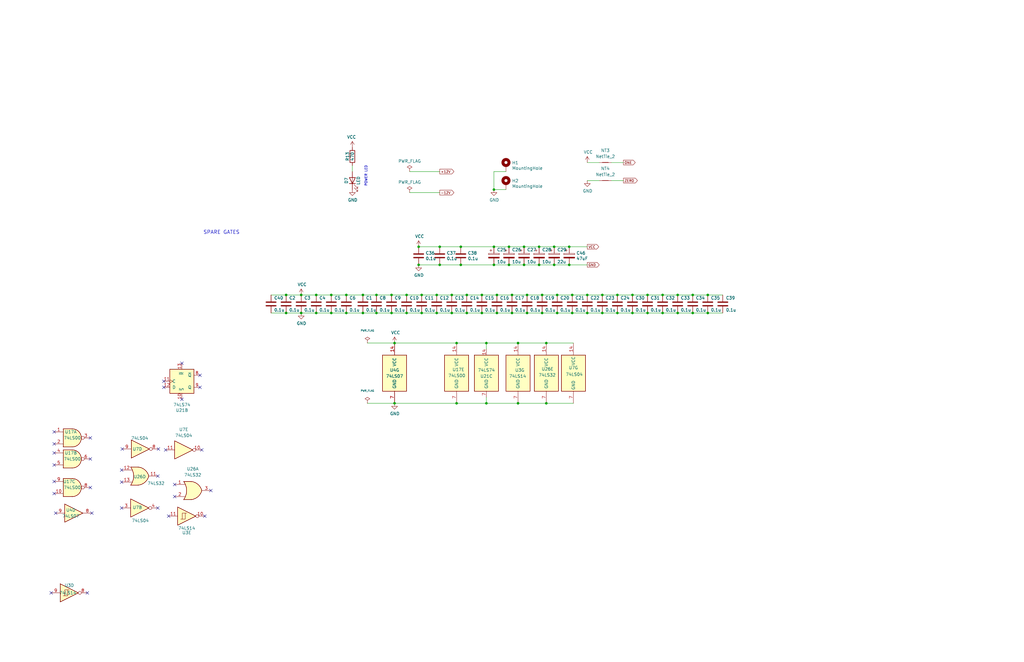
<source format=kicad_sch>
(kicad_sch (version 20211123) (generator eeschema)

  (uuid 6b243e9d-5e90-4a21-861b-d50de3ac528b)

  (paper "B")

  (title_block
    (title "Duodyne 65265 CPU board")
    (date "2025-04-12")
    (rev "V0.5")
  )

  (lib_symbols
    (symbol "74xx:74LS00" (pin_names (offset 1.016)) (in_bom yes) (on_board yes)
      (property "Reference" "U" (id 0) (at 0 1.27 0)
        (effects (font (size 1.27 1.27)))
      )
      (property "Value" "74LS00" (id 1) (at 0 -1.27 0)
        (effects (font (size 1.27 1.27)))
      )
      (property "Footprint" "" (id 2) (at 0 0 0)
        (effects (font (size 1.27 1.27)) hide)
      )
      (property "Datasheet" "http://www.ti.com/lit/gpn/sn74ls00" (id 3) (at 0 0 0)
        (effects (font (size 1.27 1.27)) hide)
      )
      (property "ki_locked" "" (id 4) (at 0 0 0)
        (effects (font (size 1.27 1.27)))
      )
      (property "ki_keywords" "TTL nand 2-input" (id 5) (at 0 0 0)
        (effects (font (size 1.27 1.27)) hide)
      )
      (property "ki_description" "quad 2-input NAND gate" (id 6) (at 0 0 0)
        (effects (font (size 1.27 1.27)) hide)
      )
      (property "ki_fp_filters" "DIP*W7.62mm* SO14*" (id 7) (at 0 0 0)
        (effects (font (size 1.27 1.27)) hide)
      )
      (symbol "74LS00_1_1"
        (arc (start 0 -3.81) (mid 3.81 0) (end 0 3.81)
          (stroke (width 0.254) (type default) (color 0 0 0 0))
          (fill (type background))
        )
        (polyline
          (pts
            (xy 0 3.81)
            (xy -3.81 3.81)
            (xy -3.81 -3.81)
            (xy 0 -3.81)
          )
          (stroke (width 0.254) (type default) (color 0 0 0 0))
          (fill (type background))
        )
        (pin input line (at -7.62 2.54 0) (length 3.81)
          (name "~" (effects (font (size 1.27 1.27))))
          (number "1" (effects (font (size 1.27 1.27))))
        )
        (pin input line (at -7.62 -2.54 0) (length 3.81)
          (name "~" (effects (font (size 1.27 1.27))))
          (number "2" (effects (font (size 1.27 1.27))))
        )
        (pin output inverted (at 7.62 0 180) (length 3.81)
          (name "~" (effects (font (size 1.27 1.27))))
          (number "3" (effects (font (size 1.27 1.27))))
        )
      )
      (symbol "74LS00_1_2"
        (arc (start -3.81 -3.81) (mid -2.589 0) (end -3.81 3.81)
          (stroke (width 0.254) (type default) (color 0 0 0 0))
          (fill (type none))
        )
        (arc (start -0.6096 -3.81) (mid 2.1842 -2.5851) (end 3.81 0)
          (stroke (width 0.254) (type default) (color 0 0 0 0))
          (fill (type background))
        )
        (polyline
          (pts
            (xy -3.81 -3.81)
            (xy -0.635 -3.81)
          )
          (stroke (width 0.254) (type default) (color 0 0 0 0))
          (fill (type background))
        )
        (polyline
          (pts
            (xy -3.81 3.81)
            (xy -0.635 3.81)
          )
          (stroke (width 0.254) (type default) (color 0 0 0 0))
          (fill (type background))
        )
        (polyline
          (pts
            (xy -0.635 3.81)
            (xy -3.81 3.81)
            (xy -3.81 3.81)
            (xy -3.556 3.4036)
            (xy -3.0226 2.2606)
            (xy -2.6924 1.0414)
            (xy -2.6162 -0.254)
            (xy -2.7686 -1.4986)
            (xy -3.175 -2.7178)
            (xy -3.81 -3.81)
            (xy -3.81 -3.81)
            (xy -0.635 -3.81)
          )
          (stroke (width -25.4) (type default) (color 0 0 0 0))
          (fill (type background))
        )
        (arc (start 3.81 0) (mid 2.1915 2.5936) (end -0.6096 3.81)
          (stroke (width 0.254) (type default) (color 0 0 0 0))
          (fill (type background))
        )
        (pin input inverted (at -7.62 2.54 0) (length 4.318)
          (name "~" (effects (font (size 1.27 1.27))))
          (number "1" (effects (font (size 1.27 1.27))))
        )
        (pin input inverted (at -7.62 -2.54 0) (length 4.318)
          (name "~" (effects (font (size 1.27 1.27))))
          (number "2" (effects (font (size 1.27 1.27))))
        )
        (pin output line (at 7.62 0 180) (length 3.81)
          (name "~" (effects (font (size 1.27 1.27))))
          (number "3" (effects (font (size 1.27 1.27))))
        )
      )
      (symbol "74LS00_2_1"
        (arc (start 0 -3.81) (mid 3.81 0) (end 0 3.81)
          (stroke (width 0.254) (type default) (color 0 0 0 0))
          (fill (type background))
        )
        (polyline
          (pts
            (xy 0 3.81)
            (xy -3.81 3.81)
            (xy -3.81 -3.81)
            (xy 0 -3.81)
          )
          (stroke (width 0.254) (type default) (color 0 0 0 0))
          (fill (type background))
        )
        (pin input line (at -7.62 2.54 0) (length 3.81)
          (name "~" (effects (font (size 1.27 1.27))))
          (number "4" (effects (font (size 1.27 1.27))))
        )
        (pin input line (at -7.62 -2.54 0) (length 3.81)
          (name "~" (effects (font (size 1.27 1.27))))
          (number "5" (effects (font (size 1.27 1.27))))
        )
        (pin output inverted (at 7.62 0 180) (length 3.81)
          (name "~" (effects (font (size 1.27 1.27))))
          (number "6" (effects (font (size 1.27 1.27))))
        )
      )
      (symbol "74LS00_2_2"
        (arc (start -3.81 -3.81) (mid -2.589 0) (end -3.81 3.81)
          (stroke (width 0.254) (type default) (color 0 0 0 0))
          (fill (type none))
        )
        (arc (start -0.6096 -3.81) (mid 2.1842 -2.5851) (end 3.81 0)
          (stroke (width 0.254) (type default) (color 0 0 0 0))
          (fill (type background))
        )
        (polyline
          (pts
            (xy -3.81 -3.81)
            (xy -0.635 -3.81)
          )
          (stroke (width 0.254) (type default) (color 0 0 0 0))
          (fill (type background))
        )
        (polyline
          (pts
            (xy -3.81 3.81)
            (xy -0.635 3.81)
          )
          (stroke (width 0.254) (type default) (color 0 0 0 0))
          (fill (type background))
        )
        (polyline
          (pts
            (xy -0.635 3.81)
            (xy -3.81 3.81)
            (xy -3.81 3.81)
            (xy -3.556 3.4036)
            (xy -3.0226 2.2606)
            (xy -2.6924 1.0414)
            (xy -2.6162 -0.254)
            (xy -2.7686 -1.4986)
            (xy -3.175 -2.7178)
            (xy -3.81 -3.81)
            (xy -3.81 -3.81)
            (xy -0.635 -3.81)
          )
          (stroke (width -25.4) (type default) (color 0 0 0 0))
          (fill (type background))
        )
        (arc (start 3.81 0) (mid 2.1915 2.5936) (end -0.6096 3.81)
          (stroke (width 0.254) (type default) (color 0 0 0 0))
          (fill (type background))
        )
        (pin input inverted (at -7.62 2.54 0) (length 4.318)
          (name "~" (effects (font (size 1.27 1.27))))
          (number "4" (effects (font (size 1.27 1.27))))
        )
        (pin input inverted (at -7.62 -2.54 0) (length 4.318)
          (name "~" (effects (font (size 1.27 1.27))))
          (number "5" (effects (font (size 1.27 1.27))))
        )
        (pin output line (at 7.62 0 180) (length 3.81)
          (name "~" (effects (font (size 1.27 1.27))))
          (number "6" (effects (font (size 1.27 1.27))))
        )
      )
      (symbol "74LS00_3_1"
        (arc (start 0 -3.81) (mid 3.81 0) (end 0 3.81)
          (stroke (width 0.254) (type default) (color 0 0 0 0))
          (fill (type background))
        )
        (polyline
          (pts
            (xy 0 3.81)
            (xy -3.81 3.81)
            (xy -3.81 -3.81)
            (xy 0 -3.81)
          )
          (stroke (width 0.254) (type default) (color 0 0 0 0))
          (fill (type background))
        )
        (pin input line (at -7.62 -2.54 0) (length 3.81)
          (name "~" (effects (font (size 1.27 1.27))))
          (number "10" (effects (font (size 1.27 1.27))))
        )
        (pin output inverted (at 7.62 0 180) (length 3.81)
          (name "~" (effects (font (size 1.27 1.27))))
          (number "8" (effects (font (size 1.27 1.27))))
        )
        (pin input line (at -7.62 2.54 0) (length 3.81)
          (name "~" (effects (font (size 1.27 1.27))))
          (number "9" (effects (font (size 1.27 1.27))))
        )
      )
      (symbol "74LS00_3_2"
        (arc (start -3.81 -3.81) (mid -2.589 0) (end -3.81 3.81)
          (stroke (width 0.254) (type default) (color 0 0 0 0))
          (fill (type none))
        )
        (arc (start -0.6096 -3.81) (mid 2.1842 -2.5851) (end 3.81 0)
          (stroke (width 0.254) (type default) (color 0 0 0 0))
          (fill (type background))
        )
        (polyline
          (pts
            (xy -3.81 -3.81)
            (xy -0.635 -3.81)
          )
          (stroke (width 0.254) (type default) (color 0 0 0 0))
          (fill (type background))
        )
        (polyline
          (pts
            (xy -3.81 3.81)
            (xy -0.635 3.81)
          )
          (stroke (width 0.254) (type default) (color 0 0 0 0))
          (fill (type background))
        )
        (polyline
          (pts
            (xy -0.635 3.81)
            (xy -3.81 3.81)
            (xy -3.81 3.81)
            (xy -3.556 3.4036)
            (xy -3.0226 2.2606)
            (xy -2.6924 1.0414)
            (xy -2.6162 -0.254)
            (xy -2.7686 -1.4986)
            (xy -3.175 -2.7178)
            (xy -3.81 -3.81)
            (xy -3.81 -3.81)
            (xy -0.635 -3.81)
          )
          (stroke (width -25.4) (type default) (color 0 0 0 0))
          (fill (type background))
        )
        (arc (start 3.81 0) (mid 2.1915 2.5936) (end -0.6096 3.81)
          (stroke (width 0.254) (type default) (color 0 0 0 0))
          (fill (type background))
        )
        (pin input inverted (at -7.62 -2.54 0) (length 4.318)
          (name "~" (effects (font (size 1.27 1.27))))
          (number "10" (effects (font (size 1.27 1.27))))
        )
        (pin output line (at 7.62 0 180) (length 3.81)
          (name "~" (effects (font (size 1.27 1.27))))
          (number "8" (effects (font (size 1.27 1.27))))
        )
        (pin input inverted (at -7.62 2.54 0) (length 4.318)
          (name "~" (effects (font (size 1.27 1.27))))
          (number "9" (effects (font (size 1.27 1.27))))
        )
      )
      (symbol "74LS00_4_1"
        (arc (start 0 -3.81) (mid 3.81 0) (end 0 3.81)
          (stroke (width 0.254) (type default) (color 0 0 0 0))
          (fill (type background))
        )
        (polyline
          (pts
            (xy 0 3.81)
            (xy -3.81 3.81)
            (xy -3.81 -3.81)
            (xy 0 -3.81)
          )
          (stroke (width 0.254) (type default) (color 0 0 0 0))
          (fill (type background))
        )
        (pin output inverted (at 7.62 0 180) (length 3.81)
          (name "~" (effects (font (size 1.27 1.27))))
          (number "11" (effects (font (size 1.27 1.27))))
        )
        (pin input line (at -7.62 2.54 0) (length 3.81)
          (name "~" (effects (font (size 1.27 1.27))))
          (number "12" (effects (font (size 1.27 1.27))))
        )
        (pin input line (at -7.62 -2.54 0) (length 3.81)
          (name "~" (effects (font (size 1.27 1.27))))
          (number "13" (effects (font (size 1.27 1.27))))
        )
      )
      (symbol "74LS00_4_2"
        (arc (start -3.81 -3.81) (mid -2.589 0) (end -3.81 3.81)
          (stroke (width 0.254) (type default) (color 0 0 0 0))
          (fill (type none))
        )
        (arc (start -0.6096 -3.81) (mid 2.1842 -2.5851) (end 3.81 0)
          (stroke (width 0.254) (type default) (color 0 0 0 0))
          (fill (type background))
        )
        (polyline
          (pts
            (xy -3.81 -3.81)
            (xy -0.635 -3.81)
          )
          (stroke (width 0.254) (type default) (color 0 0 0 0))
          (fill (type background))
        )
        (polyline
          (pts
            (xy -3.81 3.81)
            (xy -0.635 3.81)
          )
          (stroke (width 0.254) (type default) (color 0 0 0 0))
          (fill (type background))
        )
        (polyline
          (pts
            (xy -0.635 3.81)
            (xy -3.81 3.81)
            (xy -3.81 3.81)
            (xy -3.556 3.4036)
            (xy -3.0226 2.2606)
            (xy -2.6924 1.0414)
            (xy -2.6162 -0.254)
            (xy -2.7686 -1.4986)
            (xy -3.175 -2.7178)
            (xy -3.81 -3.81)
            (xy -3.81 -3.81)
            (xy -0.635 -3.81)
          )
          (stroke (width -25.4) (type default) (color 0 0 0 0))
          (fill (type background))
        )
        (arc (start 3.81 0) (mid 2.1915 2.5936) (end -0.6096 3.81)
          (stroke (width 0.254) (type default) (color 0 0 0 0))
          (fill (type background))
        )
        (pin output line (at 7.62 0 180) (length 3.81)
          (name "~" (effects (font (size 1.27 1.27))))
          (number "11" (effects (font (size 1.27 1.27))))
        )
        (pin input inverted (at -7.62 2.54 0) (length 4.318)
          (name "~" (effects (font (size 1.27 1.27))))
          (number "12" (effects (font (size 1.27 1.27))))
        )
        (pin input inverted (at -7.62 -2.54 0) (length 4.318)
          (name "~" (effects (font (size 1.27 1.27))))
          (number "13" (effects (font (size 1.27 1.27))))
        )
      )
      (symbol "74LS00_5_0"
        (pin power_in line (at 0 12.7 270) (length 5.08)
          (name "VCC" (effects (font (size 1.27 1.27))))
          (number "14" (effects (font (size 1.27 1.27))))
        )
        (pin power_in line (at 0 -12.7 90) (length 5.08)
          (name "GND" (effects (font (size 1.27 1.27))))
          (number "7" (effects (font (size 1.27 1.27))))
        )
      )
      (symbol "74LS00_5_1"
        (rectangle (start -5.08 7.62) (end 5.08 -7.62)
          (stroke (width 0.254) (type default) (color 0 0 0 0))
          (fill (type background))
        )
      )
    )
    (symbol "74xx:74LS04" (in_bom yes) (on_board yes)
      (property "Reference" "U" (id 0) (at 0 1.27 0)
        (effects (font (size 1.27 1.27)))
      )
      (property "Value" "74LS04" (id 1) (at 0 -1.27 0)
        (effects (font (size 1.27 1.27)))
      )
      (property "Footprint" "" (id 2) (at 0 0 0)
        (effects (font (size 1.27 1.27)) hide)
      )
      (property "Datasheet" "http://www.ti.com/lit/gpn/sn74LS04" (id 3) (at 0 0 0)
        (effects (font (size 1.27 1.27)) hide)
      )
      (property "ki_locked" "" (id 4) (at 0 0 0)
        (effects (font (size 1.27 1.27)))
      )
      (property "ki_keywords" "TTL not inv" (id 5) (at 0 0 0)
        (effects (font (size 1.27 1.27)) hide)
      )
      (property "ki_description" "Hex Inverter" (id 6) (at 0 0 0)
        (effects (font (size 1.27 1.27)) hide)
      )
      (property "ki_fp_filters" "DIP*W7.62mm* SSOP?14* TSSOP?14*" (id 7) (at 0 0 0)
        (effects (font (size 1.27 1.27)) hide)
      )
      (symbol "74LS04_1_0"
        (polyline
          (pts
            (xy -3.81 3.81)
            (xy -3.81 -3.81)
            (xy 3.81 0)
            (xy -3.81 3.81)
          )
          (stroke (width 0.254) (type default) (color 0 0 0 0))
          (fill (type background))
        )
        (pin input line (at -7.62 0 0) (length 3.81)
          (name "~" (effects (font (size 1.27 1.27))))
          (number "1" (effects (font (size 1.27 1.27))))
        )
        (pin output inverted (at 7.62 0 180) (length 3.81)
          (name "~" (effects (font (size 1.27 1.27))))
          (number "2" (effects (font (size 1.27 1.27))))
        )
      )
      (symbol "74LS04_2_0"
        (polyline
          (pts
            (xy -3.81 3.81)
            (xy -3.81 -3.81)
            (xy 3.81 0)
            (xy -3.81 3.81)
          )
          (stroke (width 0.254) (type default) (color 0 0 0 0))
          (fill (type background))
        )
        (pin input line (at -7.62 0 0) (length 3.81)
          (name "~" (effects (font (size 1.27 1.27))))
          (number "3" (effects (font (size 1.27 1.27))))
        )
        (pin output inverted (at 7.62 0 180) (length 3.81)
          (name "~" (effects (font (size 1.27 1.27))))
          (number "4" (effects (font (size 1.27 1.27))))
        )
      )
      (symbol "74LS04_3_0"
        (polyline
          (pts
            (xy -3.81 3.81)
            (xy -3.81 -3.81)
            (xy 3.81 0)
            (xy -3.81 3.81)
          )
          (stroke (width 0.254) (type default) (color 0 0 0 0))
          (fill (type background))
        )
        (pin input line (at -7.62 0 0) (length 3.81)
          (name "~" (effects (font (size 1.27 1.27))))
          (number "5" (effects (font (size 1.27 1.27))))
        )
        (pin output inverted (at 7.62 0 180) (length 3.81)
          (name "~" (effects (font (size 1.27 1.27))))
          (number "6" (effects (font (size 1.27 1.27))))
        )
      )
      (symbol "74LS04_4_0"
        (polyline
          (pts
            (xy -3.81 3.81)
            (xy -3.81 -3.81)
            (xy 3.81 0)
            (xy -3.81 3.81)
          )
          (stroke (width 0.254) (type default) (color 0 0 0 0))
          (fill (type background))
        )
        (pin output inverted (at 7.62 0 180) (length 3.81)
          (name "~" (effects (font (size 1.27 1.27))))
          (number "8" (effects (font (size 1.27 1.27))))
        )
        (pin input line (at -7.62 0 0) (length 3.81)
          (name "~" (effects (font (size 1.27 1.27))))
          (number "9" (effects (font (size 1.27 1.27))))
        )
      )
      (symbol "74LS04_5_0"
        (polyline
          (pts
            (xy -3.81 3.81)
            (xy -3.81 -3.81)
            (xy 3.81 0)
            (xy -3.81 3.81)
          )
          (stroke (width 0.254) (type default) (color 0 0 0 0))
          (fill (type background))
        )
        (pin output inverted (at 7.62 0 180) (length 3.81)
          (name "~" (effects (font (size 1.27 1.27))))
          (number "10" (effects (font (size 1.27 1.27))))
        )
        (pin input line (at -7.62 0 0) (length 3.81)
          (name "~" (effects (font (size 1.27 1.27))))
          (number "11" (effects (font (size 1.27 1.27))))
        )
      )
      (symbol "74LS04_6_0"
        (polyline
          (pts
            (xy -3.81 3.81)
            (xy -3.81 -3.81)
            (xy 3.81 0)
            (xy -3.81 3.81)
          )
          (stroke (width 0.254) (type default) (color 0 0 0 0))
          (fill (type background))
        )
        (pin output inverted (at 7.62 0 180) (length 3.81)
          (name "~" (effects (font (size 1.27 1.27))))
          (number "12" (effects (font (size 1.27 1.27))))
        )
        (pin input line (at -7.62 0 0) (length 3.81)
          (name "~" (effects (font (size 1.27 1.27))))
          (number "13" (effects (font (size 1.27 1.27))))
        )
      )
      (symbol "74LS04_7_0"
        (pin power_in line (at 0 12.7 270) (length 5.08)
          (name "VCC" (effects (font (size 1.27 1.27))))
          (number "14" (effects (font (size 1.27 1.27))))
        )
        (pin power_in line (at 0 -12.7 90) (length 5.08)
          (name "GND" (effects (font (size 1.27 1.27))))
          (number "7" (effects (font (size 1.27 1.27))))
        )
      )
      (symbol "74LS04_7_1"
        (rectangle (start -5.08 7.62) (end 5.08 -7.62)
          (stroke (width 0.254) (type default) (color 0 0 0 0))
          (fill (type background))
        )
      )
    )
    (symbol "74xx:74LS07" (pin_names (offset 1.016)) (in_bom yes) (on_board yes)
      (property "Reference" "U" (id 0) (at 0 1.27 0)
        (effects (font (size 1.27 1.27)))
      )
      (property "Value" "74LS07" (id 1) (at 0 -1.27 0)
        (effects (font (size 1.27 1.27)))
      )
      (property "Footprint" "" (id 2) (at 0 0 0)
        (effects (font (size 1.27 1.27)) hide)
      )
      (property "Datasheet" "www.ti.com/lit/ds/symlink/sn74ls07.pdf" (id 3) (at 0 0 0)
        (effects (font (size 1.27 1.27)) hide)
      )
      (property "ki_locked" "" (id 4) (at 0 0 0)
        (effects (font (size 1.27 1.27)))
      )
      (property "ki_keywords" "TTL hex buffer OpenCol" (id 5) (at 0 0 0)
        (effects (font (size 1.27 1.27)) hide)
      )
      (property "ki_description" "Hex Buffers and Drivers With Open Collector High Voltage Outputs" (id 6) (at 0 0 0)
        (effects (font (size 1.27 1.27)) hide)
      )
      (property "ki_fp_filters" "SOIC*3.9x8.7mm*P1.27mm* TSSOP*4.4x5mm*P0.65mm* DIP*W7.62mm*" (id 7) (at 0 0 0)
        (effects (font (size 1.27 1.27)) hide)
      )
      (symbol "74LS07_1_0"
        (polyline
          (pts
            (xy -3.81 3.81)
            (xy -3.81 -3.81)
            (xy 3.81 0)
            (xy -3.81 3.81)
          )
          (stroke (width 0.254) (type default) (color 0 0 0 0))
          (fill (type background))
        )
        (pin input line (at -7.62 0 0) (length 3.81)
          (name "~" (effects (font (size 1.27 1.27))))
          (number "1" (effects (font (size 1.27 1.27))))
        )
        (pin open_collector line (at 7.62 0 180) (length 3.81)
          (name "~" (effects (font (size 1.27 1.27))))
          (number "2" (effects (font (size 1.27 1.27))))
        )
      )
      (symbol "74LS07_2_0"
        (polyline
          (pts
            (xy -3.81 3.81)
            (xy -3.81 -3.81)
            (xy 3.81 0)
            (xy -3.81 3.81)
          )
          (stroke (width 0.254) (type default) (color 0 0 0 0))
          (fill (type background))
        )
        (pin input line (at -7.62 0 0) (length 3.81)
          (name "~" (effects (font (size 1.27 1.27))))
          (number "3" (effects (font (size 1.27 1.27))))
        )
        (pin open_collector line (at 7.62 0 180) (length 3.81)
          (name "~" (effects (font (size 1.27 1.27))))
          (number "4" (effects (font (size 1.27 1.27))))
        )
      )
      (symbol "74LS07_3_0"
        (polyline
          (pts
            (xy -3.81 3.81)
            (xy -3.81 -3.81)
            (xy 3.81 0)
            (xy -3.81 3.81)
          )
          (stroke (width 0.254) (type default) (color 0 0 0 0))
          (fill (type background))
        )
        (pin input line (at -7.62 0 0) (length 3.81)
          (name "~" (effects (font (size 1.27 1.27))))
          (number "5" (effects (font (size 1.27 1.27))))
        )
        (pin open_collector line (at 7.62 0 180) (length 3.81)
          (name "~" (effects (font (size 1.27 1.27))))
          (number "6" (effects (font (size 1.27 1.27))))
        )
      )
      (symbol "74LS07_4_0"
        (polyline
          (pts
            (xy -3.81 3.81)
            (xy -3.81 -3.81)
            (xy 3.81 0)
            (xy -3.81 3.81)
          )
          (stroke (width 0.254) (type default) (color 0 0 0 0))
          (fill (type background))
        )
        (pin open_collector line (at 7.62 0 180) (length 3.81)
          (name "~" (effects (font (size 1.27 1.27))))
          (number "8" (effects (font (size 1.27 1.27))))
        )
        (pin input line (at -7.62 0 0) (length 3.81)
          (name "~" (effects (font (size 1.27 1.27))))
          (number "9" (effects (font (size 1.27 1.27))))
        )
      )
      (symbol "74LS07_5_0"
        (polyline
          (pts
            (xy -3.81 3.81)
            (xy -3.81 -3.81)
            (xy 3.81 0)
            (xy -3.81 3.81)
          )
          (stroke (width 0.254) (type default) (color 0 0 0 0))
          (fill (type background))
        )
        (pin open_collector line (at 7.62 0 180) (length 3.81)
          (name "~" (effects (font (size 1.27 1.27))))
          (number "10" (effects (font (size 1.27 1.27))))
        )
        (pin input line (at -7.62 0 0) (length 3.81)
          (name "~" (effects (font (size 1.27 1.27))))
          (number "11" (effects (font (size 1.27 1.27))))
        )
      )
      (symbol "74LS07_6_0"
        (polyline
          (pts
            (xy -3.81 3.81)
            (xy -3.81 -3.81)
            (xy 3.81 0)
            (xy -3.81 3.81)
          )
          (stroke (width 0.254) (type default) (color 0 0 0 0))
          (fill (type background))
        )
        (pin open_collector line (at 7.62 0 180) (length 3.81)
          (name "~" (effects (font (size 1.27 1.27))))
          (number "12" (effects (font (size 1.27 1.27))))
        )
        (pin input line (at -7.62 0 0) (length 3.81)
          (name "~" (effects (font (size 1.27 1.27))))
          (number "13" (effects (font (size 1.27 1.27))))
        )
      )
      (symbol "74LS07_7_0"
        (pin power_in line (at 0 12.7 270) (length 5.08)
          (name "VCC" (effects (font (size 1.27 1.27))))
          (number "14" (effects (font (size 1.27 1.27))))
        )
        (pin power_in line (at 0 -12.7 90) (length 5.08)
          (name "GND" (effects (font (size 1.27 1.27))))
          (number "7" (effects (font (size 1.27 1.27))))
        )
      )
      (symbol "74LS07_7_1"
        (rectangle (start -5.08 7.62) (end 5.08 -7.62)
          (stroke (width 0.254) (type default) (color 0 0 0 0))
          (fill (type background))
        )
      )
    )
    (symbol "74xx:74LS14" (pin_names (offset 1.016)) (in_bom yes) (on_board yes)
      (property "Reference" "U" (id 0) (at 0 1.27 0)
        (effects (font (size 1.27 1.27)))
      )
      (property "Value" "74LS14" (id 1) (at 0 -1.27 0)
        (effects (font (size 1.27 1.27)))
      )
      (property "Footprint" "" (id 2) (at 0 0 0)
        (effects (font (size 1.27 1.27)) hide)
      )
      (property "Datasheet" "http://www.ti.com/lit/gpn/sn74LS14" (id 3) (at 0 0 0)
        (effects (font (size 1.27 1.27)) hide)
      )
      (property "ki_locked" "" (id 4) (at 0 0 0)
        (effects (font (size 1.27 1.27)))
      )
      (property "ki_keywords" "TTL not inverter" (id 5) (at 0 0 0)
        (effects (font (size 1.27 1.27)) hide)
      )
      (property "ki_description" "Hex inverter schmitt trigger" (id 6) (at 0 0 0)
        (effects (font (size 1.27 1.27)) hide)
      )
      (property "ki_fp_filters" "DIP*W7.62mm*" (id 7) (at 0 0 0)
        (effects (font (size 1.27 1.27)) hide)
      )
      (symbol "74LS14_1_0"
        (polyline
          (pts
            (xy -3.81 3.81)
            (xy -3.81 -3.81)
            (xy 3.81 0)
            (xy -3.81 3.81)
          )
          (stroke (width 0.254) (type default) (color 0 0 0 0))
          (fill (type background))
        )
        (pin input line (at -7.62 0 0) (length 3.81)
          (name "~" (effects (font (size 1.27 1.27))))
          (number "1" (effects (font (size 1.27 1.27))))
        )
        (pin output inverted (at 7.62 0 180) (length 3.81)
          (name "~" (effects (font (size 1.27 1.27))))
          (number "2" (effects (font (size 1.27 1.27))))
        )
      )
      (symbol "74LS14_1_1"
        (polyline
          (pts
            (xy -1.905 -1.27)
            (xy -1.905 1.27)
            (xy -0.635 1.27)
          )
          (stroke (width 0) (type default) (color 0 0 0 0))
          (fill (type none))
        )
        (polyline
          (pts
            (xy -2.54 -1.27)
            (xy -0.635 -1.27)
            (xy -0.635 1.27)
            (xy 0 1.27)
          )
          (stroke (width 0) (type default) (color 0 0 0 0))
          (fill (type none))
        )
      )
      (symbol "74LS14_2_0"
        (polyline
          (pts
            (xy -3.81 3.81)
            (xy -3.81 -3.81)
            (xy 3.81 0)
            (xy -3.81 3.81)
          )
          (stroke (width 0.254) (type default) (color 0 0 0 0))
          (fill (type background))
        )
        (pin input line (at -7.62 0 0) (length 3.81)
          (name "~" (effects (font (size 1.27 1.27))))
          (number "3" (effects (font (size 1.27 1.27))))
        )
        (pin output inverted (at 7.62 0 180) (length 3.81)
          (name "~" (effects (font (size 1.27 1.27))))
          (number "4" (effects (font (size 1.27 1.27))))
        )
      )
      (symbol "74LS14_2_1"
        (polyline
          (pts
            (xy -1.905 -1.27)
            (xy -1.905 1.27)
            (xy -0.635 1.27)
          )
          (stroke (width 0) (type default) (color 0 0 0 0))
          (fill (type none))
        )
        (polyline
          (pts
            (xy -2.54 -1.27)
            (xy -0.635 -1.27)
            (xy -0.635 1.27)
            (xy 0 1.27)
          )
          (stroke (width 0) (type default) (color 0 0 0 0))
          (fill (type none))
        )
      )
      (symbol "74LS14_3_0"
        (polyline
          (pts
            (xy -3.81 3.81)
            (xy -3.81 -3.81)
            (xy 3.81 0)
            (xy -3.81 3.81)
          )
          (stroke (width 0.254) (type default) (color 0 0 0 0))
          (fill (type background))
        )
        (pin input line (at -7.62 0 0) (length 3.81)
          (name "~" (effects (font (size 1.27 1.27))))
          (number "5" (effects (font (size 1.27 1.27))))
        )
        (pin output inverted (at 7.62 0 180) (length 3.81)
          (name "~" (effects (font (size 1.27 1.27))))
          (number "6" (effects (font (size 1.27 1.27))))
        )
      )
      (symbol "74LS14_3_1"
        (polyline
          (pts
            (xy -1.905 -1.27)
            (xy -1.905 1.27)
            (xy -0.635 1.27)
          )
          (stroke (width 0) (type default) (color 0 0 0 0))
          (fill (type none))
        )
        (polyline
          (pts
            (xy -2.54 -1.27)
            (xy -0.635 -1.27)
            (xy -0.635 1.27)
            (xy 0 1.27)
          )
          (stroke (width 0) (type default) (color 0 0 0 0))
          (fill (type none))
        )
      )
      (symbol "74LS14_4_0"
        (polyline
          (pts
            (xy -3.81 3.81)
            (xy -3.81 -3.81)
            (xy 3.81 0)
            (xy -3.81 3.81)
          )
          (stroke (width 0.254) (type default) (color 0 0 0 0))
          (fill (type background))
        )
        (pin output inverted (at 7.62 0 180) (length 3.81)
          (name "~" (effects (font (size 1.27 1.27))))
          (number "8" (effects (font (size 1.27 1.27))))
        )
        (pin input line (at -7.62 0 0) (length 3.81)
          (name "~" (effects (font (size 1.27 1.27))))
          (number "9" (effects (font (size 1.27 1.27))))
        )
      )
      (symbol "74LS14_4_1"
        (polyline
          (pts
            (xy -1.905 -1.27)
            (xy -1.905 1.27)
            (xy -0.635 1.27)
          )
          (stroke (width 0) (type default) (color 0 0 0 0))
          (fill (type none))
        )
        (polyline
          (pts
            (xy -2.54 -1.27)
            (xy -0.635 -1.27)
            (xy -0.635 1.27)
            (xy 0 1.27)
          )
          (stroke (width 0) (type default) (color 0 0 0 0))
          (fill (type none))
        )
      )
      (symbol "74LS14_5_0"
        (polyline
          (pts
            (xy -3.81 3.81)
            (xy -3.81 -3.81)
            (xy 3.81 0)
            (xy -3.81 3.81)
          )
          (stroke (width 0.254) (type default) (color 0 0 0 0))
          (fill (type background))
        )
        (pin output inverted (at 7.62 0 180) (length 3.81)
          (name "~" (effects (font (size 1.27 1.27))))
          (number "10" (effects (font (size 1.27 1.27))))
        )
        (pin input line (at -7.62 0 0) (length 3.81)
          (name "~" (effects (font (size 1.27 1.27))))
          (number "11" (effects (font (size 1.27 1.27))))
        )
      )
      (symbol "74LS14_5_1"
        (polyline
          (pts
            (xy -1.905 -1.27)
            (xy -1.905 1.27)
            (xy -0.635 1.27)
          )
          (stroke (width 0) (type default) (color 0 0 0 0))
          (fill (type none))
        )
        (polyline
          (pts
            (xy -2.54 -1.27)
            (xy -0.635 -1.27)
            (xy -0.635 1.27)
            (xy 0 1.27)
          )
          (stroke (width 0) (type default) (color 0 0 0 0))
          (fill (type none))
        )
      )
      (symbol "74LS14_6_0"
        (polyline
          (pts
            (xy -3.81 3.81)
            (xy -3.81 -3.81)
            (xy 3.81 0)
            (xy -3.81 3.81)
          )
          (stroke (width 0.254) (type default) (color 0 0 0 0))
          (fill (type background))
        )
        (pin output inverted (at 7.62 0 180) (length 3.81)
          (name "~" (effects (font (size 1.27 1.27))))
          (number "12" (effects (font (size 1.27 1.27))))
        )
        (pin input line (at -7.62 0 0) (length 3.81)
          (name "~" (effects (font (size 1.27 1.27))))
          (number "13" (effects (font (size 1.27 1.27))))
        )
      )
      (symbol "74LS14_6_1"
        (polyline
          (pts
            (xy -1.905 -1.27)
            (xy -1.905 1.27)
            (xy -0.635 1.27)
          )
          (stroke (width 0) (type default) (color 0 0 0 0))
          (fill (type none))
        )
        (polyline
          (pts
            (xy -2.54 -1.27)
            (xy -0.635 -1.27)
            (xy -0.635 1.27)
            (xy 0 1.27)
          )
          (stroke (width 0) (type default) (color 0 0 0 0))
          (fill (type none))
        )
      )
      (symbol "74LS14_7_0"
        (pin power_in line (at 0 12.7 270) (length 5.08)
          (name "VCC" (effects (font (size 1.27 1.27))))
          (number "14" (effects (font (size 1.27 1.27))))
        )
        (pin power_in line (at 0 -12.7 90) (length 5.08)
          (name "GND" (effects (font (size 1.27 1.27))))
          (number "7" (effects (font (size 1.27 1.27))))
        )
      )
      (symbol "74LS14_7_1"
        (rectangle (start -5.08 7.62) (end 5.08 -7.62)
          (stroke (width 0.254) (type default) (color 0 0 0 0))
          (fill (type background))
        )
      )
    )
    (symbol "74xx:74LS32" (pin_names (offset 1.016)) (in_bom yes) (on_board yes)
      (property "Reference" "U" (id 0) (at 0 1.27 0)
        (effects (font (size 1.27 1.27)))
      )
      (property "Value" "74LS32" (id 1) (at 0 -1.27 0)
        (effects (font (size 1.27 1.27)))
      )
      (property "Footprint" "" (id 2) (at 0 0 0)
        (effects (font (size 1.27 1.27)) hide)
      )
      (property "Datasheet" "http://www.ti.com/lit/gpn/sn74LS32" (id 3) (at 0 0 0)
        (effects (font (size 1.27 1.27)) hide)
      )
      (property "ki_locked" "" (id 4) (at 0 0 0)
        (effects (font (size 1.27 1.27)))
      )
      (property "ki_keywords" "TTL Or2" (id 5) (at 0 0 0)
        (effects (font (size 1.27 1.27)) hide)
      )
      (property "ki_description" "Quad 2-input OR" (id 6) (at 0 0 0)
        (effects (font (size 1.27 1.27)) hide)
      )
      (property "ki_fp_filters" "DIP?14*" (id 7) (at 0 0 0)
        (effects (font (size 1.27 1.27)) hide)
      )
      (symbol "74LS32_1_1"
        (arc (start -3.81 -3.81) (mid -2.589 0) (end -3.81 3.81)
          (stroke (width 0.254) (type default) (color 0 0 0 0))
          (fill (type none))
        )
        (arc (start -0.6096 -3.81) (mid 2.1842 -2.5851) (end 3.81 0)
          (stroke (width 0.254) (type default) (color 0 0 0 0))
          (fill (type background))
        )
        (polyline
          (pts
            (xy -3.81 -3.81)
            (xy -0.635 -3.81)
          )
          (stroke (width 0.254) (type default) (color 0 0 0 0))
          (fill (type background))
        )
        (polyline
          (pts
            (xy -3.81 3.81)
            (xy -0.635 3.81)
          )
          (stroke (width 0.254) (type default) (color 0 0 0 0))
          (fill (type background))
        )
        (polyline
          (pts
            (xy -0.635 3.81)
            (xy -3.81 3.81)
            (xy -3.81 3.81)
            (xy -3.556 3.4036)
            (xy -3.0226 2.2606)
            (xy -2.6924 1.0414)
            (xy -2.6162 -0.254)
            (xy -2.7686 -1.4986)
            (xy -3.175 -2.7178)
            (xy -3.81 -3.81)
            (xy -3.81 -3.81)
            (xy -0.635 -3.81)
          )
          (stroke (width -25.4) (type default) (color 0 0 0 0))
          (fill (type background))
        )
        (arc (start 3.81 0) (mid 2.1915 2.5936) (end -0.6096 3.81)
          (stroke (width 0.254) (type default) (color 0 0 0 0))
          (fill (type background))
        )
        (pin input line (at -7.62 2.54 0) (length 4.318)
          (name "~" (effects (font (size 1.27 1.27))))
          (number "1" (effects (font (size 1.27 1.27))))
        )
        (pin input line (at -7.62 -2.54 0) (length 4.318)
          (name "~" (effects (font (size 1.27 1.27))))
          (number "2" (effects (font (size 1.27 1.27))))
        )
        (pin output line (at 7.62 0 180) (length 3.81)
          (name "~" (effects (font (size 1.27 1.27))))
          (number "3" (effects (font (size 1.27 1.27))))
        )
      )
      (symbol "74LS32_1_2"
        (arc (start 0 -3.81) (mid 3.81 0) (end 0 3.81)
          (stroke (width 0.254) (type default) (color 0 0 0 0))
          (fill (type background))
        )
        (polyline
          (pts
            (xy 0 3.81)
            (xy -3.81 3.81)
            (xy -3.81 -3.81)
            (xy 0 -3.81)
          )
          (stroke (width 0.254) (type default) (color 0 0 0 0))
          (fill (type background))
        )
        (pin input inverted (at -7.62 2.54 0) (length 3.81)
          (name "~" (effects (font (size 1.27 1.27))))
          (number "1" (effects (font (size 1.27 1.27))))
        )
        (pin input inverted (at -7.62 -2.54 0) (length 3.81)
          (name "~" (effects (font (size 1.27 1.27))))
          (number "2" (effects (font (size 1.27 1.27))))
        )
        (pin output inverted (at 7.62 0 180) (length 3.81)
          (name "~" (effects (font (size 1.27 1.27))))
          (number "3" (effects (font (size 1.27 1.27))))
        )
      )
      (symbol "74LS32_2_1"
        (arc (start -3.81 -3.81) (mid -2.589 0) (end -3.81 3.81)
          (stroke (width 0.254) (type default) (color 0 0 0 0))
          (fill (type none))
        )
        (arc (start -0.6096 -3.81) (mid 2.1842 -2.5851) (end 3.81 0)
          (stroke (width 0.254) (type default) (color 0 0 0 0))
          (fill (type background))
        )
        (polyline
          (pts
            (xy -3.81 -3.81)
            (xy -0.635 -3.81)
          )
          (stroke (width 0.254) (type default) (color 0 0 0 0))
          (fill (type background))
        )
        (polyline
          (pts
            (xy -3.81 3.81)
            (xy -0.635 3.81)
          )
          (stroke (width 0.254) (type default) (color 0 0 0 0))
          (fill (type background))
        )
        (polyline
          (pts
            (xy -0.635 3.81)
            (xy -3.81 3.81)
            (xy -3.81 3.81)
            (xy -3.556 3.4036)
            (xy -3.0226 2.2606)
            (xy -2.6924 1.0414)
            (xy -2.6162 -0.254)
            (xy -2.7686 -1.4986)
            (xy -3.175 -2.7178)
            (xy -3.81 -3.81)
            (xy -3.81 -3.81)
            (xy -0.635 -3.81)
          )
          (stroke (width -25.4) (type default) (color 0 0 0 0))
          (fill (type background))
        )
        (arc (start 3.81 0) (mid 2.1915 2.5936) (end -0.6096 3.81)
          (stroke (width 0.254) (type default) (color 0 0 0 0))
          (fill (type background))
        )
        (pin input line (at -7.62 2.54 0) (length 4.318)
          (name "~" (effects (font (size 1.27 1.27))))
          (number "4" (effects (font (size 1.27 1.27))))
        )
        (pin input line (at -7.62 -2.54 0) (length 4.318)
          (name "~" (effects (font (size 1.27 1.27))))
          (number "5" (effects (font (size 1.27 1.27))))
        )
        (pin output line (at 7.62 0 180) (length 3.81)
          (name "~" (effects (font (size 1.27 1.27))))
          (number "6" (effects (font (size 1.27 1.27))))
        )
      )
      (symbol "74LS32_2_2"
        (arc (start 0 -3.81) (mid 3.81 0) (end 0 3.81)
          (stroke (width 0.254) (type default) (color 0 0 0 0))
          (fill (type background))
        )
        (polyline
          (pts
            (xy 0 3.81)
            (xy -3.81 3.81)
            (xy -3.81 -3.81)
            (xy 0 -3.81)
          )
          (stroke (width 0.254) (type default) (color 0 0 0 0))
          (fill (type background))
        )
        (pin input inverted (at -7.62 2.54 0) (length 3.81)
          (name "~" (effects (font (size 1.27 1.27))))
          (number "4" (effects (font (size 1.27 1.27))))
        )
        (pin input inverted (at -7.62 -2.54 0) (length 3.81)
          (name "~" (effects (font (size 1.27 1.27))))
          (number "5" (effects (font (size 1.27 1.27))))
        )
        (pin output inverted (at 7.62 0 180) (length 3.81)
          (name "~" (effects (font (size 1.27 1.27))))
          (number "6" (effects (font (size 1.27 1.27))))
        )
      )
      (symbol "74LS32_3_1"
        (arc (start -3.81 -3.81) (mid -2.589 0) (end -3.81 3.81)
          (stroke (width 0.254) (type default) (color 0 0 0 0))
          (fill (type none))
        )
        (arc (start -0.6096 -3.81) (mid 2.1842 -2.5851) (end 3.81 0)
          (stroke (width 0.254) (type default) (color 0 0 0 0))
          (fill (type background))
        )
        (polyline
          (pts
            (xy -3.81 -3.81)
            (xy -0.635 -3.81)
          )
          (stroke (width 0.254) (type default) (color 0 0 0 0))
          (fill (type background))
        )
        (polyline
          (pts
            (xy -3.81 3.81)
            (xy -0.635 3.81)
          )
          (stroke (width 0.254) (type default) (color 0 0 0 0))
          (fill (type background))
        )
        (polyline
          (pts
            (xy -0.635 3.81)
            (xy -3.81 3.81)
            (xy -3.81 3.81)
            (xy -3.556 3.4036)
            (xy -3.0226 2.2606)
            (xy -2.6924 1.0414)
            (xy -2.6162 -0.254)
            (xy -2.7686 -1.4986)
            (xy -3.175 -2.7178)
            (xy -3.81 -3.81)
            (xy -3.81 -3.81)
            (xy -0.635 -3.81)
          )
          (stroke (width -25.4) (type default) (color 0 0 0 0))
          (fill (type background))
        )
        (arc (start 3.81 0) (mid 2.1915 2.5936) (end -0.6096 3.81)
          (stroke (width 0.254) (type default) (color 0 0 0 0))
          (fill (type background))
        )
        (pin input line (at -7.62 -2.54 0) (length 4.318)
          (name "~" (effects (font (size 1.27 1.27))))
          (number "10" (effects (font (size 1.27 1.27))))
        )
        (pin output line (at 7.62 0 180) (length 3.81)
          (name "~" (effects (font (size 1.27 1.27))))
          (number "8" (effects (font (size 1.27 1.27))))
        )
        (pin input line (at -7.62 2.54 0) (length 4.318)
          (name "~" (effects (font (size 1.27 1.27))))
          (number "9" (effects (font (size 1.27 1.27))))
        )
      )
      (symbol "74LS32_3_2"
        (arc (start 0 -3.81) (mid 3.81 0) (end 0 3.81)
          (stroke (width 0.254) (type default) (color 0 0 0 0))
          (fill (type background))
        )
        (polyline
          (pts
            (xy 0 3.81)
            (xy -3.81 3.81)
            (xy -3.81 -3.81)
            (xy 0 -3.81)
          )
          (stroke (width 0.254) (type default) (color 0 0 0 0))
          (fill (type background))
        )
        (pin input inverted (at -7.62 -2.54 0) (length 3.81)
          (name "~" (effects (font (size 1.27 1.27))))
          (number "10" (effects (font (size 1.27 1.27))))
        )
        (pin output inverted (at 7.62 0 180) (length 3.81)
          (name "~" (effects (font (size 1.27 1.27))))
          (number "8" (effects (font (size 1.27 1.27))))
        )
        (pin input inverted (at -7.62 2.54 0) (length 3.81)
          (name "~" (effects (font (size 1.27 1.27))))
          (number "9" (effects (font (size 1.27 1.27))))
        )
      )
      (symbol "74LS32_4_1"
        (arc (start -3.81 -3.81) (mid -2.589 0) (end -3.81 3.81)
          (stroke (width 0.254) (type default) (color 0 0 0 0))
          (fill (type none))
        )
        (arc (start -0.6096 -3.81) (mid 2.1842 -2.5851) (end 3.81 0)
          (stroke (width 0.254) (type default) (color 0 0 0 0))
          (fill (type background))
        )
        (polyline
          (pts
            (xy -3.81 -3.81)
            (xy -0.635 -3.81)
          )
          (stroke (width 0.254) (type default) (color 0 0 0 0))
          (fill (type background))
        )
        (polyline
          (pts
            (xy -3.81 3.81)
            (xy -0.635 3.81)
          )
          (stroke (width 0.254) (type default) (color 0 0 0 0))
          (fill (type background))
        )
        (polyline
          (pts
            (xy -0.635 3.81)
            (xy -3.81 3.81)
            (xy -3.81 3.81)
            (xy -3.556 3.4036)
            (xy -3.0226 2.2606)
            (xy -2.6924 1.0414)
            (xy -2.6162 -0.254)
            (xy -2.7686 -1.4986)
            (xy -3.175 -2.7178)
            (xy -3.81 -3.81)
            (xy -3.81 -3.81)
            (xy -0.635 -3.81)
          )
          (stroke (width -25.4) (type default) (color 0 0 0 0))
          (fill (type background))
        )
        (arc (start 3.81 0) (mid 2.1915 2.5936) (end -0.6096 3.81)
          (stroke (width 0.254) (type default) (color 0 0 0 0))
          (fill (type background))
        )
        (pin output line (at 7.62 0 180) (length 3.81)
          (name "~" (effects (font (size 1.27 1.27))))
          (number "11" (effects (font (size 1.27 1.27))))
        )
        (pin input line (at -7.62 2.54 0) (length 4.318)
          (name "~" (effects (font (size 1.27 1.27))))
          (number "12" (effects (font (size 1.27 1.27))))
        )
        (pin input line (at -7.62 -2.54 0) (length 4.318)
          (name "~" (effects (font (size 1.27 1.27))))
          (number "13" (effects (font (size 1.27 1.27))))
        )
      )
      (symbol "74LS32_4_2"
        (arc (start 0 -3.81) (mid 3.81 0) (end 0 3.81)
          (stroke (width 0.254) (type default) (color 0 0 0 0))
          (fill (type background))
        )
        (polyline
          (pts
            (xy 0 3.81)
            (xy -3.81 3.81)
            (xy -3.81 -3.81)
            (xy 0 -3.81)
          )
          (stroke (width 0.254) (type default) (color 0 0 0 0))
          (fill (type background))
        )
        (pin output inverted (at 7.62 0 180) (length 3.81)
          (name "~" (effects (font (size 1.27 1.27))))
          (number "11" (effects (font (size 1.27 1.27))))
        )
        (pin input inverted (at -7.62 2.54 0) (length 3.81)
          (name "~" (effects (font (size 1.27 1.27))))
          (number "12" (effects (font (size 1.27 1.27))))
        )
        (pin input inverted (at -7.62 -2.54 0) (length 3.81)
          (name "~" (effects (font (size 1.27 1.27))))
          (number "13" (effects (font (size 1.27 1.27))))
        )
      )
      (symbol "74LS32_5_0"
        (pin power_in line (at 0 12.7 270) (length 5.08)
          (name "VCC" (effects (font (size 1.27 1.27))))
          (number "14" (effects (font (size 1.27 1.27))))
        )
        (pin power_in line (at 0 -12.7 90) (length 5.08)
          (name "GND" (effects (font (size 1.27 1.27))))
          (number "7" (effects (font (size 1.27 1.27))))
        )
      )
      (symbol "74LS32_5_1"
        (rectangle (start -5.08 7.62) (end 5.08 -7.62)
          (stroke (width 0.254) (type default) (color 0 0 0 0))
          (fill (type background))
        )
      )
    )
    (symbol "74xx:74LS74" (pin_names (offset 1.016)) (in_bom yes) (on_board yes)
      (property "Reference" "U" (id 0) (at -7.62 8.89 0)
        (effects (font (size 1.27 1.27)))
      )
      (property "Value" "74LS74" (id 1) (at -7.62 -8.89 0)
        (effects (font (size 1.27 1.27)))
      )
      (property "Footprint" "" (id 2) (at 0 0 0)
        (effects (font (size 1.27 1.27)) hide)
      )
      (property "Datasheet" "74xx/74hc_hct74.pdf" (id 3) (at 0 0 0)
        (effects (font (size 1.27 1.27)) hide)
      )
      (property "ki_locked" "" (id 4) (at 0 0 0)
        (effects (font (size 1.27 1.27)))
      )
      (property "ki_keywords" "TTL DFF" (id 5) (at 0 0 0)
        (effects (font (size 1.27 1.27)) hide)
      )
      (property "ki_description" "Dual D Flip-flop, Set & Reset" (id 6) (at 0 0 0)
        (effects (font (size 1.27 1.27)) hide)
      )
      (property "ki_fp_filters" "DIP*W7.62mm*" (id 7) (at 0 0 0)
        (effects (font (size 1.27 1.27)) hide)
      )
      (symbol "74LS74_1_0"
        (pin input line (at 0 -7.62 90) (length 2.54)
          (name "~{R}" (effects (font (size 1.27 1.27))))
          (number "1" (effects (font (size 1.27 1.27))))
        )
        (pin input line (at -7.62 2.54 0) (length 2.54)
          (name "D" (effects (font (size 1.27 1.27))))
          (number "2" (effects (font (size 1.27 1.27))))
        )
        (pin input clock (at -7.62 0 0) (length 2.54)
          (name "C" (effects (font (size 1.27 1.27))))
          (number "3" (effects (font (size 1.27 1.27))))
        )
        (pin input line (at 0 7.62 270) (length 2.54)
          (name "~{S}" (effects (font (size 1.27 1.27))))
          (number "4" (effects (font (size 1.27 1.27))))
        )
        (pin output line (at 7.62 2.54 180) (length 2.54)
          (name "Q" (effects (font (size 1.27 1.27))))
          (number "5" (effects (font (size 1.27 1.27))))
        )
        (pin output line (at 7.62 -2.54 180) (length 2.54)
          (name "~{Q}" (effects (font (size 1.27 1.27))))
          (number "6" (effects (font (size 1.27 1.27))))
        )
      )
      (symbol "74LS74_1_1"
        (rectangle (start -5.08 5.08) (end 5.08 -5.08)
          (stroke (width 0.254) (type default) (color 0 0 0 0))
          (fill (type background))
        )
      )
      (symbol "74LS74_2_0"
        (pin input line (at 0 7.62 270) (length 2.54)
          (name "~{S}" (effects (font (size 1.27 1.27))))
          (number "10" (effects (font (size 1.27 1.27))))
        )
        (pin input clock (at -7.62 0 0) (length 2.54)
          (name "C" (effects (font (size 1.27 1.27))))
          (number "11" (effects (font (size 1.27 1.27))))
        )
        (pin input line (at -7.62 2.54 0) (length 2.54)
          (name "D" (effects (font (size 1.27 1.27))))
          (number "12" (effects (font (size 1.27 1.27))))
        )
        (pin input line (at 0 -7.62 90) (length 2.54)
          (name "~{R}" (effects (font (size 1.27 1.27))))
          (number "13" (effects (font (size 1.27 1.27))))
        )
        (pin output line (at 7.62 -2.54 180) (length 2.54)
          (name "~{Q}" (effects (font (size 1.27 1.27))))
          (number "8" (effects (font (size 1.27 1.27))))
        )
        (pin output line (at 7.62 2.54 180) (length 2.54)
          (name "Q" (effects (font (size 1.27 1.27))))
          (number "9" (effects (font (size 1.27 1.27))))
        )
      )
      (symbol "74LS74_2_1"
        (rectangle (start -5.08 5.08) (end 5.08 -5.08)
          (stroke (width 0.254) (type default) (color 0 0 0 0))
          (fill (type background))
        )
      )
      (symbol "74LS74_3_0"
        (pin power_in line (at 0 10.16 270) (length 2.54)
          (name "VCC" (effects (font (size 1.27 1.27))))
          (number "14" (effects (font (size 1.27 1.27))))
        )
        (pin power_in line (at 0 -10.16 90) (length 2.54)
          (name "GND" (effects (font (size 1.27 1.27))))
          (number "7" (effects (font (size 1.27 1.27))))
        )
      )
      (symbol "74LS74_3_1"
        (rectangle (start -5.08 7.62) (end 5.08 -7.62)
          (stroke (width 0.254) (type default) (color 0 0 0 0))
          (fill (type background))
        )
      )
    )
    (symbol "Device:C" (pin_numbers hide) (pin_names (offset 0.254)) (in_bom yes) (on_board yes)
      (property "Reference" "C" (id 0) (at 0.635 2.54 0)
        (effects (font (size 1.27 1.27)) (justify left))
      )
      (property "Value" "C" (id 1) (at 0.635 -2.54 0)
        (effects (font (size 1.27 1.27)) (justify left))
      )
      (property "Footprint" "" (id 2) (at 0.9652 -3.81 0)
        (effects (font (size 1.27 1.27)) hide)
      )
      (property "Datasheet" "~" (id 3) (at 0 0 0)
        (effects (font (size 1.27 1.27)) hide)
      )
      (property "ki_keywords" "cap capacitor" (id 4) (at 0 0 0)
        (effects (font (size 1.27 1.27)) hide)
      )
      (property "ki_description" "Unpolarized capacitor" (id 5) (at 0 0 0)
        (effects (font (size 1.27 1.27)) hide)
      )
      (property "ki_fp_filters" "C_*" (id 6) (at 0 0 0)
        (effects (font (size 1.27 1.27)) hide)
      )
      (symbol "C_0_1"
        (polyline
          (pts
            (xy -2.032 -0.762)
            (xy 2.032 -0.762)
          )
          (stroke (width 0.508) (type default) (color 0 0 0 0))
          (fill (type none))
        )
        (polyline
          (pts
            (xy -2.032 0.762)
            (xy 2.032 0.762)
          )
          (stroke (width 0.508) (type default) (color 0 0 0 0))
          (fill (type none))
        )
      )
      (symbol "C_1_1"
        (pin passive line (at 0 3.81 270) (length 2.794)
          (name "~" (effects (font (size 1.27 1.27))))
          (number "1" (effects (font (size 1.27 1.27))))
        )
        (pin passive line (at 0 -3.81 90) (length 2.794)
          (name "~" (effects (font (size 1.27 1.27))))
          (number "2" (effects (font (size 1.27 1.27))))
        )
      )
    )
    (symbol "Device:C_Polarized" (pin_numbers hide) (pin_names (offset 0.254)) (in_bom yes) (on_board yes)
      (property "Reference" "C" (id 0) (at 0.635 2.54 0)
        (effects (font (size 1.27 1.27)) (justify left))
      )
      (property "Value" "C_Polarized" (id 1) (at 0.635 -2.54 0)
        (effects (font (size 1.27 1.27)) (justify left))
      )
      (property "Footprint" "" (id 2) (at 0.9652 -3.81 0)
        (effects (font (size 1.27 1.27)) hide)
      )
      (property "Datasheet" "~" (id 3) (at 0 0 0)
        (effects (font (size 1.27 1.27)) hide)
      )
      (property "ki_keywords" "cap capacitor" (id 4) (at 0 0 0)
        (effects (font (size 1.27 1.27)) hide)
      )
      (property "ki_description" "Polarized capacitor" (id 5) (at 0 0 0)
        (effects (font (size 1.27 1.27)) hide)
      )
      (property "ki_fp_filters" "CP_*" (id 6) (at 0 0 0)
        (effects (font (size 1.27 1.27)) hide)
      )
      (symbol "C_Polarized_0_1"
        (rectangle (start -2.286 0.508) (end 2.286 1.016)
          (stroke (width 0) (type default) (color 0 0 0 0))
          (fill (type none))
        )
        (polyline
          (pts
            (xy -1.778 2.286)
            (xy -0.762 2.286)
          )
          (stroke (width 0) (type default) (color 0 0 0 0))
          (fill (type none))
        )
        (polyline
          (pts
            (xy -1.27 2.794)
            (xy -1.27 1.778)
          )
          (stroke (width 0) (type default) (color 0 0 0 0))
          (fill (type none))
        )
        (rectangle (start 2.286 -0.508) (end -2.286 -1.016)
          (stroke (width 0) (type default) (color 0 0 0 0))
          (fill (type outline))
        )
      )
      (symbol "C_Polarized_1_1"
        (pin passive line (at 0 3.81 270) (length 2.794)
          (name "~" (effects (font (size 1.27 1.27))))
          (number "1" (effects (font (size 1.27 1.27))))
        )
        (pin passive line (at 0 -3.81 90) (length 2.794)
          (name "~" (effects (font (size 1.27 1.27))))
          (number "2" (effects (font (size 1.27 1.27))))
        )
      )
    )
    (symbol "Device:LED" (pin_numbers hide) (pin_names (offset 1.016) hide) (in_bom yes) (on_board yes)
      (property "Reference" "D" (id 0) (at 0 2.54 0)
        (effects (font (size 1.27 1.27)))
      )
      (property "Value" "LED" (id 1) (at 0 -2.54 0)
        (effects (font (size 1.27 1.27)))
      )
      (property "Footprint" "" (id 2) (at 0 0 0)
        (effects (font (size 1.27 1.27)) hide)
      )
      (property "Datasheet" "~" (id 3) (at 0 0 0)
        (effects (font (size 1.27 1.27)) hide)
      )
      (property "ki_keywords" "LED diode" (id 4) (at 0 0 0)
        (effects (font (size 1.27 1.27)) hide)
      )
      (property "ki_description" "Light emitting diode" (id 5) (at 0 0 0)
        (effects (font (size 1.27 1.27)) hide)
      )
      (property "ki_fp_filters" "LED* LED_SMD:* LED_THT:*" (id 6) (at 0 0 0)
        (effects (font (size 1.27 1.27)) hide)
      )
      (symbol "LED_0_1"
        (polyline
          (pts
            (xy -1.27 -1.27)
            (xy -1.27 1.27)
          )
          (stroke (width 0.254) (type default) (color 0 0 0 0))
          (fill (type none))
        )
        (polyline
          (pts
            (xy -1.27 0)
            (xy 1.27 0)
          )
          (stroke (width 0) (type default) (color 0 0 0 0))
          (fill (type none))
        )
        (polyline
          (pts
            (xy 1.27 -1.27)
            (xy 1.27 1.27)
            (xy -1.27 0)
            (xy 1.27 -1.27)
          )
          (stroke (width 0.254) (type default) (color 0 0 0 0))
          (fill (type none))
        )
        (polyline
          (pts
            (xy -3.048 -0.762)
            (xy -4.572 -2.286)
            (xy -3.81 -2.286)
            (xy -4.572 -2.286)
            (xy -4.572 -1.524)
          )
          (stroke (width 0) (type default) (color 0 0 0 0))
          (fill (type none))
        )
        (polyline
          (pts
            (xy -1.778 -0.762)
            (xy -3.302 -2.286)
            (xy -2.54 -2.286)
            (xy -3.302 -2.286)
            (xy -3.302 -1.524)
          )
          (stroke (width 0) (type default) (color 0 0 0 0))
          (fill (type none))
        )
      )
      (symbol "LED_1_1"
        (pin passive line (at -3.81 0 0) (length 2.54)
          (name "K" (effects (font (size 1.27 1.27))))
          (number "1" (effects (font (size 1.27 1.27))))
        )
        (pin passive line (at 3.81 0 180) (length 2.54)
          (name "A" (effects (font (size 1.27 1.27))))
          (number "2" (effects (font (size 1.27 1.27))))
        )
      )
    )
    (symbol "Device:NetTie_2" (pin_numbers hide) (pin_names (offset 0) hide) (in_bom no) (on_board yes)
      (property "Reference" "NT" (id 0) (at 0 1.27 0)
        (effects (font (size 1.27 1.27)))
      )
      (property "Value" "NetTie_2" (id 1) (at 0 -1.27 0)
        (effects (font (size 1.27 1.27)))
      )
      (property "Footprint" "" (id 2) (at 0 0 0)
        (effects (font (size 1.27 1.27)) hide)
      )
      (property "Datasheet" "~" (id 3) (at 0 0 0)
        (effects (font (size 1.27 1.27)) hide)
      )
      (property "ki_keywords" "net tie short" (id 4) (at 0 0 0)
        (effects (font (size 1.27 1.27)) hide)
      )
      (property "ki_description" "Net tie, 2 pins" (id 5) (at 0 0 0)
        (effects (font (size 1.27 1.27)) hide)
      )
      (property "ki_fp_filters" "Net*Tie*" (id 6) (at 0 0 0)
        (effects (font (size 1.27 1.27)) hide)
      )
      (symbol "NetTie_2_0_1"
        (polyline
          (pts
            (xy -1.27 0)
            (xy 1.27 0)
          )
          (stroke (width 0.254) (type default) (color 0 0 0 0))
          (fill (type none))
        )
      )
      (symbol "NetTie_2_1_1"
        (pin passive line (at -2.54 0 0) (length 2.54)
          (name "1" (effects (font (size 1.27 1.27))))
          (number "1" (effects (font (size 1.27 1.27))))
        )
        (pin passive line (at 2.54 0 180) (length 2.54)
          (name "2" (effects (font (size 1.27 1.27))))
          (number "2" (effects (font (size 1.27 1.27))))
        )
      )
    )
    (symbol "Device:R" (pin_numbers hide) (pin_names (offset 0)) (in_bom yes) (on_board yes)
      (property "Reference" "R" (id 0) (at 2.032 0 90)
        (effects (font (size 1.27 1.27)))
      )
      (property "Value" "R" (id 1) (at 0 0 90)
        (effects (font (size 1.27 1.27)))
      )
      (property "Footprint" "" (id 2) (at -1.778 0 90)
        (effects (font (size 1.27 1.27)) hide)
      )
      (property "Datasheet" "~" (id 3) (at 0 0 0)
        (effects (font (size 1.27 1.27)) hide)
      )
      (property "ki_keywords" "R res resistor" (id 4) (at 0 0 0)
        (effects (font (size 1.27 1.27)) hide)
      )
      (property "ki_description" "Resistor" (id 5) (at 0 0 0)
        (effects (font (size 1.27 1.27)) hide)
      )
      (property "ki_fp_filters" "R_*" (id 6) (at 0 0 0)
        (effects (font (size 1.27 1.27)) hide)
      )
      (symbol "R_0_1"
        (rectangle (start -1.016 -2.54) (end 1.016 2.54)
          (stroke (width 0.254) (type default) (color 0 0 0 0))
          (fill (type none))
        )
      )
      (symbol "R_1_1"
        (pin passive line (at 0 3.81 270) (length 1.27)
          (name "~" (effects (font (size 1.27 1.27))))
          (number "1" (effects (font (size 1.27 1.27))))
        )
        (pin passive line (at 0 -3.81 90) (length 1.27)
          (name "~" (effects (font (size 1.27 1.27))))
          (number "2" (effects (font (size 1.27 1.27))))
        )
      )
    )
    (symbol "Mechanical:MountingHole_Pad" (pin_numbers hide) (pin_names (offset 1.016) hide) (in_bom yes) (on_board yes)
      (property "Reference" "H" (id 0) (at 0 6.35 0)
        (effects (font (size 1.27 1.27)))
      )
      (property "Value" "MountingHole_Pad" (id 1) (at 0 4.445 0)
        (effects (font (size 1.27 1.27)))
      )
      (property "Footprint" "" (id 2) (at 0 0 0)
        (effects (font (size 1.27 1.27)) hide)
      )
      (property "Datasheet" "~" (id 3) (at 0 0 0)
        (effects (font (size 1.27 1.27)) hide)
      )
      (property "ki_keywords" "mounting hole" (id 4) (at 0 0 0)
        (effects (font (size 1.27 1.27)) hide)
      )
      (property "ki_description" "Mounting Hole with connection" (id 5) (at 0 0 0)
        (effects (font (size 1.27 1.27)) hide)
      )
      (property "ki_fp_filters" "MountingHole*Pad*" (id 6) (at 0 0 0)
        (effects (font (size 1.27 1.27)) hide)
      )
      (symbol "MountingHole_Pad_0_1"
        (circle (center 0 1.27) (radius 1.27)
          (stroke (width 1.27) (type default) (color 0 0 0 0))
          (fill (type none))
        )
      )
      (symbol "MountingHole_Pad_1_1"
        (pin input line (at 0 -2.54 90) (length 2.54)
          (name "1" (effects (font (size 1.27 1.27))))
          (number "1" (effects (font (size 1.27 1.27))))
        )
      )
    )
    (symbol "power:GND" (power) (pin_names (offset 0)) (in_bom yes) (on_board yes)
      (property "Reference" "#PWR" (id 0) (at 0 -6.35 0)
        (effects (font (size 1.27 1.27)) hide)
      )
      (property "Value" "GND" (id 1) (at 0 -3.81 0)
        (effects (font (size 1.27 1.27)))
      )
      (property "Footprint" "" (id 2) (at 0 0 0)
        (effects (font (size 1.27 1.27)) hide)
      )
      (property "Datasheet" "" (id 3) (at 0 0 0)
        (effects (font (size 1.27 1.27)) hide)
      )
      (property "ki_keywords" "global power" (id 4) (at 0 0 0)
        (effects (font (size 1.27 1.27)) hide)
      )
      (property "ki_description" "Power symbol creates a global label with name \"GND\" , ground" (id 5) (at 0 0 0)
        (effects (font (size 1.27 1.27)) hide)
      )
      (symbol "GND_0_1"
        (polyline
          (pts
            (xy 0 0)
            (xy 0 -1.27)
            (xy 1.27 -1.27)
            (xy 0 -2.54)
            (xy -1.27 -1.27)
            (xy 0 -1.27)
          )
          (stroke (width 0) (type default) (color 0 0 0 0))
          (fill (type none))
        )
      )
      (symbol "GND_1_1"
        (pin power_in line (at 0 0 270) (length 0) hide
          (name "GND" (effects (font (size 1.27 1.27))))
          (number "1" (effects (font (size 1.27 1.27))))
        )
      )
    )
    (symbol "power:PWR_FLAG" (power) (pin_numbers hide) (pin_names (offset 0) hide) (in_bom yes) (on_board yes)
      (property "Reference" "#FLG" (id 0) (at 0 1.905 0)
        (effects (font (size 1.27 1.27)) hide)
      )
      (property "Value" "PWR_FLAG" (id 1) (at 0 3.81 0)
        (effects (font (size 1.27 1.27)))
      )
      (property "Footprint" "" (id 2) (at 0 0 0)
        (effects (font (size 1.27 1.27)) hide)
      )
      (property "Datasheet" "~" (id 3) (at 0 0 0)
        (effects (font (size 1.27 1.27)) hide)
      )
      (property "ki_keywords" "flag power" (id 4) (at 0 0 0)
        (effects (font (size 1.27 1.27)) hide)
      )
      (property "ki_description" "Special symbol for telling ERC where power comes from" (id 5) (at 0 0 0)
        (effects (font (size 1.27 1.27)) hide)
      )
      (symbol "PWR_FLAG_0_0"
        (pin power_out line (at 0 0 90) (length 0)
          (name "pwr" (effects (font (size 1.27 1.27))))
          (number "1" (effects (font (size 1.27 1.27))))
        )
      )
      (symbol "PWR_FLAG_0_1"
        (polyline
          (pts
            (xy 0 0)
            (xy 0 1.27)
            (xy -1.016 1.905)
            (xy 0 2.54)
            (xy 1.016 1.905)
            (xy 0 1.27)
          )
          (stroke (width 0) (type default) (color 0 0 0 0))
          (fill (type none))
        )
      )
    )
    (symbol "power:VCC" (power) (pin_names (offset 0)) (in_bom yes) (on_board yes)
      (property "Reference" "#PWR" (id 0) (at 0 -3.81 0)
        (effects (font (size 1.27 1.27)) hide)
      )
      (property "Value" "VCC" (id 1) (at 0 3.81 0)
        (effects (font (size 1.27 1.27)))
      )
      (property "Footprint" "" (id 2) (at 0 0 0)
        (effects (font (size 1.27 1.27)) hide)
      )
      (property "Datasheet" "" (id 3) (at 0 0 0)
        (effects (font (size 1.27 1.27)) hide)
      )
      (property "ki_keywords" "global power" (id 4) (at 0 0 0)
        (effects (font (size 1.27 1.27)) hide)
      )
      (property "ki_description" "Power symbol creates a global label with name \"VCC\"" (id 5) (at 0 0 0)
        (effects (font (size 1.27 1.27)) hide)
      )
      (symbol "VCC_0_1"
        (polyline
          (pts
            (xy -0.762 1.27)
            (xy 0 2.54)
          )
          (stroke (width 0) (type default) (color 0 0 0 0))
          (fill (type none))
        )
        (polyline
          (pts
            (xy 0 0)
            (xy 0 2.54)
          )
          (stroke (width 0) (type default) (color 0 0 0 0))
          (fill (type none))
        )
        (polyline
          (pts
            (xy 0 2.54)
            (xy 0.762 1.27)
          )
          (stroke (width 0) (type default) (color 0 0 0 0))
          (fill (type none))
        )
      )
      (symbol "VCC_1_1"
        (pin power_in line (at 0 0 90) (length 0) hide
          (name "VCC" (effects (font (size 1.27 1.27))))
          (number "1" (effects (font (size 1.27 1.27))))
        )
      )
    )
  )

  (junction (at 214.63 111.76) (diameter 0) (color 0 0 0 0)
    (uuid 01f8973f-7bee-4a2d-a854-95e1426b2eab)
  )
  (junction (at 153.035 124.46) (diameter 0) (color 0 0 0 0)
    (uuid 043dbf52-7476-475a-afcd-93aba5d4c789)
  )
  (junction (at 153.035 132.08) (diameter 0) (color 0 0 0 0)
    (uuid 06d01ccf-92b6-4487-9bf7-f4acf9b4b2db)
  )
  (junction (at 196.85 132.08) (diameter 0) (color 0 0 0 0)
    (uuid 076ffc70-cf24-4b18-9d1c-59656ba59574)
  )
  (junction (at 227.33 104.14) (diameter 0) (color 0 0 0 0)
    (uuid 0ef0e2e5-27f4-4eeb-b0a3-5379e823369b)
  )
  (junction (at 273.05 132.08) (diameter 0) (color 0 0 0 0)
    (uuid 0f2cc754-91f3-4a1b-aa7d-5b7c0ca578a7)
  )
  (junction (at 298.45 124.46) (diameter 0) (color 0 0 0 0)
    (uuid 146df0a2-a03f-4df4-ac94-7d7ed9f2a017)
  )
  (junction (at 190.5 124.46) (diameter 0) (color 0 0 0 0)
    (uuid 1d435458-bb14-4a41-9066-2a6a7c61aae0)
  )
  (junction (at 254 124.46) (diameter 0) (color 0 0 0 0)
    (uuid 21db453d-4f82-4ef8-863d-f228b255f4cd)
  )
  (junction (at 196.85 124.46) (diameter 0) (color 0 0 0 0)
    (uuid 23253d35-6e09-4df3-8981-63ccc2824e61)
  )
  (junction (at 171.45 132.08) (diameter 0) (color 0 0 0 0)
    (uuid 25a4c394-52c5-453f-95b1-375b7cae71b7)
  )
  (junction (at 241.3 124.46) (diameter 0) (color 0 0 0 0)
    (uuid 2960ed49-f895-4347-929e-c796352e3d5e)
  )
  (junction (at 208.28 111.76) (diameter 0) (color 0 0 0 0)
    (uuid 29894768-6763-4f4c-9f06-46fd7a325de4)
  )
  (junction (at 222.25 124.46) (diameter 0) (color 0 0 0 0)
    (uuid 2a2d1f1b-9496-467b-ac71-9fca0e17a992)
  )
  (junction (at 279.4 132.08) (diameter 0) (color 0 0 0 0)
    (uuid 3365f0a4-fffc-4f02-8af1-c0b7673d72d8)
  )
  (junction (at 240.03 111.76) (diameter 0) (color 0 0 0 0)
    (uuid 3531ee03-a3f5-4563-bf71-4496bb6713d7)
  )
  (junction (at 194.31 104.14) (diameter 0) (color 0 0 0 0)
    (uuid 3b995d82-ff00-479e-8f1c-c697f4ea89f5)
  )
  (junction (at 158.75 124.46) (diameter 0) (color 0 0 0 0)
    (uuid 3ec40e8b-1998-46f0-a7ce-e554004354db)
  )
  (junction (at 285.75 132.08) (diameter 0) (color 0 0 0 0)
    (uuid 41833504-0fdd-40d9-8581-8bf8f02c7e63)
  )
  (junction (at 192.532 144.78) (diameter 0) (color 0 0 0 0)
    (uuid 46a7f286-c616-4945-9fe4-89e866ef5c1e)
  )
  (junction (at 220.98 104.14) (diameter 0) (color 0 0 0 0)
    (uuid 48954778-e390-4ebd-9a08-e186fa609321)
  )
  (junction (at 177.8 132.08) (diameter 0) (color 0 0 0 0)
    (uuid 49494909-e717-4fab-9807-563d5a938c98)
  )
  (junction (at 209.55 124.46) (diameter 0) (color 0 0 0 0)
    (uuid 4c0340bc-8bb7-43a3-b3bd-561a8116aa79)
  )
  (junction (at 233.68 111.76) (diameter 0) (color 0 0 0 0)
    (uuid 4da2532d-554a-4db0-bdec-bec5a698f96a)
  )
  (junction (at 298.45 132.08) (diameter 0) (color 0 0 0 0)
    (uuid 505b433d-940a-435b-951e-36cab98fad8c)
  )
  (junction (at 279.4 124.46) (diameter 0) (color 0 0 0 0)
    (uuid 531d1f59-ab42-4248-9a94-f2f5b5e65d32)
  )
  (junction (at 230.378 170.18) (diameter 0) (color 0 0 0 0)
    (uuid 5708b933-49e2-4339-a441-370a957e9389)
  )
  (junction (at 127 124.46) (diameter 0) (color 0 0 0 0)
    (uuid 5b21d7d0-c2fb-4af0-910b-4b4841ddd5f5)
  )
  (junction (at 266.7 132.08) (diameter 0) (color 0 0 0 0)
    (uuid 632e3e00-71ab-4119-9055-08f18651396f)
  )
  (junction (at 184.15 132.08) (diameter 0) (color 0 0 0 0)
    (uuid 64c8d509-961e-4cd1-9664-10669ceaaedd)
  )
  (junction (at 165.1 124.46) (diameter 0) (color 0 0 0 0)
    (uuid 64db412e-2d0a-49ff-a28a-29726e0a6f8c)
  )
  (junction (at 171.45 124.46) (diameter 0) (color 0 0 0 0)
    (uuid 6a10ae39-2b5d-4479-ae2a-ec8fb56feda5)
  )
  (junction (at 146.05 132.08) (diameter 0) (color 0 0 0 0)
    (uuid 6b309d37-6dec-4a3b-86e7-0af3b5a29d53)
  )
  (junction (at 139.7 132.08) (diameter 0) (color 0 0 0 0)
    (uuid 6e7f1a50-9ef0-45dc-a634-f0b8dbc4b9cb)
  )
  (junction (at 176.53 111.76) (diameter 0) (color 0 0 0 0)
    (uuid 6f965b15-7450-42ba-aca8-477e82bb0172)
  )
  (junction (at 209.55 132.08) (diameter 0) (color 0 0 0 0)
    (uuid 72b0f09f-4e50-4435-8f7c-004614927509)
  )
  (junction (at 222.25 132.08) (diameter 0) (color 0 0 0 0)
    (uuid 742298bc-85da-42d0-ba0c-23a251f0cf8c)
  )
  (junction (at 176.53 104.14) (diameter 0) (color 0 0 0 0)
    (uuid 773c32f5-5be7-438a-8a93-2e903f95e323)
  )
  (junction (at 215.9 124.46) (diameter 0) (color 0 0 0 0)
    (uuid 853daacb-f4c5-4c55-bfbc-42f13eef37f3)
  )
  (junction (at 240.03 104.14) (diameter 0) (color 0 0 0 0)
    (uuid 87568d7c-5120-497c-b513-ed3a9f4db2bb)
  )
  (junction (at 203.2 132.08) (diameter 0) (color 0 0 0 0)
    (uuid 89f2603c-0a5b-463c-9d5c-ed759d49c2ee)
  )
  (junction (at 228.6 124.46) (diameter 0) (color 0 0 0 0)
    (uuid 8ca93941-f7a5-4958-bfb3-490fe4afbf63)
  )
  (junction (at 234.95 132.08) (diameter 0) (color 0 0 0 0)
    (uuid 90477050-5fa3-4594-b662-7b7e4e55c855)
  )
  (junction (at 234.95 124.46) (diameter 0) (color 0 0 0 0)
    (uuid 94851616-4349-4bcd-8cba-a0d38f9fedde)
  )
  (junction (at 260.35 124.46) (diameter 0) (color 0 0 0 0)
    (uuid 964ef888-e625-4a12-8178-e9255b680044)
  )
  (junction (at 292.1 132.08) (diameter 0) (color 0 0 0 0)
    (uuid 9aabb870-09c6-43b6-8509-81ad3a498ae4)
  )
  (junction (at 208.28 80.01) (diameter 0) (color 0 0 0 0)
    (uuid 9ac90c48-4c32-4cad-8e37-338be0279f88)
  )
  (junction (at 185.42 111.76) (diameter 0) (color 0 0 0 0)
    (uuid 9c5d0f56-4b3c-4a19-9536-a2b7fe2629a2)
  )
  (junction (at 260.35 132.08) (diameter 0) (color 0 0 0 0)
    (uuid 9c68b09a-85ad-43c9-a6f1-8481a7288967)
  )
  (junction (at 166.37 144.78) (diameter 0) (color 0 0 0 0)
    (uuid 9c8e400d-a126-4e19-9b0d-45e647908bce)
  )
  (junction (at 205.105 144.78) (diameter 0) (color 0 0 0 0)
    (uuid 9d5680e0-32b4-4737-b802-d0f45bcd4043)
  )
  (junction (at 215.9 132.08) (diameter 0) (color 0 0 0 0)
    (uuid a244fa0e-2d0f-4e4c-bbb4-d1b119fedf82)
  )
  (junction (at 266.7 124.46) (diameter 0) (color 0 0 0 0)
    (uuid ab95f1b2-c05a-4216-862c-a4329e34c1aa)
  )
  (junction (at 254 132.08) (diameter 0) (color 0 0 0 0)
    (uuid abf6a05c-36f6-4a96-9533-3da5ae22384c)
  )
  (junction (at 247.65 132.08) (diameter 0) (color 0 0 0 0)
    (uuid ac8edfd6-2c45-4651-9152-096a2b3e54e9)
  )
  (junction (at 292.1 124.46) (diameter 0) (color 0 0 0 0)
    (uuid adda0cd4-6952-47a7-a9b1-e6b033cd567e)
  )
  (junction (at 139.7 124.46) (diameter 0) (color 0 0 0 0)
    (uuid b364db8a-d343-4817-8489-3b291cda7deb)
  )
  (junction (at 241.3 132.08) (diameter 0) (color 0 0 0 0)
    (uuid b5ce622b-7ec7-4eca-a395-3ce4e079c4e3)
  )
  (junction (at 230.378 144.78) (diameter 0) (color 0 0 0 0)
    (uuid b5fd4974-d459-41e5-9f23-c1d93d8758c1)
  )
  (junction (at 146.05 124.46) (diameter 0) (color 0 0 0 0)
    (uuid b6021970-6c27-4bcf-8166-4602f04077b5)
  )
  (junction (at 218.44 144.78) (diameter 0) (color 0 0 0 0)
    (uuid b659839f-83f3-4706-912f-8a601c8766bd)
  )
  (junction (at 273.05 124.46) (diameter 0) (color 0 0 0 0)
    (uuid b7f0defe-e828-4f7b-a2e3-f77504fd5efb)
  )
  (junction (at 120.65 124.46) (diameter 0) (color 0 0 0 0)
    (uuid b9c469d3-21d7-4e0a-a0e5-2fff72543e6d)
  )
  (junction (at 190.5 132.08) (diameter 0) (color 0 0 0 0)
    (uuid bbae92a3-3c07-4cbd-a125-6dc2e335137e)
  )
  (junction (at 214.63 104.14) (diameter 0) (color 0 0 0 0)
    (uuid bbb1987a-cc0a-4af5-b210-ea19bee0742c)
  )
  (junction (at 192.532 170.18) (diameter 0) (color 0 0 0 0)
    (uuid ca941156-e9e1-4164-a5d8-a849dc283374)
  )
  (junction (at 220.98 111.76) (diameter 0) (color 0 0 0 0)
    (uuid cb2818c3-c65a-46a7-87ba-fbe4bfc30a81)
  )
  (junction (at 120.65 132.08) (diameter 0) (color 0 0 0 0)
    (uuid cfe2a88f-39f7-48bf-a0db-b14aa85083da)
  )
  (junction (at 133.35 132.08) (diameter 0) (color 0 0 0 0)
    (uuid d1494f86-60e3-4206-aea8-411e4a0653b5)
  )
  (junction (at 228.6 132.08) (diameter 0) (color 0 0 0 0)
    (uuid dad58883-9ca9-4a19-861a-e19e2ab7c366)
  )
  (junction (at 133.35 124.46) (diameter 0) (color 0 0 0 0)
    (uuid db7e20cf-bf8b-4edf-be3c-7a386b4bad1c)
  )
  (junction (at 203.2 124.46) (diameter 0) (color 0 0 0 0)
    (uuid db8ddbb6-f6c8-4d99-8717-2e0d0e570093)
  )
  (junction (at 205.105 170.18) (diameter 0) (color 0 0 0 0)
    (uuid decebbaf-da2e-49de-912f-493ed90ce142)
  )
  (junction (at 185.42 104.14) (diameter 0) (color 0 0 0 0)
    (uuid df9803b6-333e-4e26-bd96-007f611c36d6)
  )
  (junction (at 208.28 104.14) (diameter 0) (color 0 0 0 0)
    (uuid e19e9a6f-87bb-483c-bcd2-9c350b12afed)
  )
  (junction (at 218.44 170.18) (diameter 0) (color 0 0 0 0)
    (uuid e20d4338-4f93-4475-ab89-8bdab3683e83)
  )
  (junction (at 285.75 124.46) (diameter 0) (color 0 0 0 0)
    (uuid e628f78b-488e-4157-9d3a-52127d0b1aab)
  )
  (junction (at 127 132.08) (diameter 0) (color 0 0 0 0)
    (uuid e6d37467-386a-43c1-83eb-a22aabb09297)
  )
  (junction (at 194.31 111.76) (diameter 0) (color 0 0 0 0)
    (uuid e9e5e07d-1c3c-4d74-ae67-cddaadff5400)
  )
  (junction (at 166.37 170.18) (diameter 0) (color 0 0 0 0)
    (uuid ea652a48-d9ae-4269-bc0b-59b1ea5c89ef)
  )
  (junction (at 227.33 111.76) (diameter 0) (color 0 0 0 0)
    (uuid ead6004d-998a-46e9-b624-8ebf73a91a14)
  )
  (junction (at 247.65 124.46) (diameter 0) (color 0 0 0 0)
    (uuid eba5d9ec-90ca-4516-8b82-6b7d3247a4e5)
  )
  (junction (at 177.8 124.46) (diameter 0) (color 0 0 0 0)
    (uuid ebc22cec-1863-43a0-adc3-dc4db97a7e3c)
  )
  (junction (at 165.1 132.08) (diameter 0) (color 0 0 0 0)
    (uuid ecf8696f-d376-4ec6-9b71-f618aaf1a8d3)
  )
  (junction (at 158.75 132.08) (diameter 0) (color 0 0 0 0)
    (uuid f03b29c6-9725-47ba-9cb1-82d388582f56)
  )
  (junction (at 233.68 104.14) (diameter 0) (color 0 0 0 0)
    (uuid fb727605-9453-4afd-a594-32c5358d03c3)
  )
  (junction (at 184.15 124.46) (diameter 0) (color 0 0 0 0)
    (uuid ff0a2953-46d4-4e10-bf00-d96f63b38ff7)
  )

  (no_connect (at 66.548 200.914) (uuid 09f2a691-72b6-4bba-9660-d178c13aaaed))
  (no_connect (at 38.1 193.675) (uuid 1d34fa6f-5bfa-47f5-80a9-797a17a862db))
  (no_connect (at 38.1 184.785) (uuid 3c228630-4e5e-41b4-878c-baa3dc59dae9))
  (no_connect (at 51.308 214.376) (uuid 40c823e5-a6fb-404e-b43f-c19e27132169))
  (no_connect (at 69.85 189.865) (uuid 444d20aa-6518-499e-b462-6dbe7a243b9e))
  (no_connect (at 22.86 208.28) (uuid 4f25745d-6c2c-487f-b4ce-f2b221c07f9a))
  (no_connect (at 22.86 196.215) (uuid 55ce4a0e-1b97-43e0-ba46-d1b2b8d95292))
  (no_connect (at 66.548 214.376) (uuid 56c3e4fa-6dde-44a0-8f7f-d7520e267b47))
  (no_connect (at 66.802 189.484) (uuid 624533ad-3bd6-4c91-83b2-092759fba6f6))
  (no_connect (at 51.308 203.454) (uuid 6c57f9cb-37ea-416a-b4ea-ea0a7b01c3bd))
  (no_connect (at 85.09 189.865) (uuid 6f8aacb2-07db-446c-aef4-ef09796827ad))
  (no_connect (at 22.86 203.2) (uuid 7c90945b-e4b4-4ca6-a106-a950a0216550))
  (no_connect (at 21.59 250.19) (uuid 889a78a1-9a1f-4293-b3d4-16727dbfab07))
  (no_connect (at 73.66 204.47) (uuid 8ad77a19-5186-47a7-80c0-377724cb7487))
  (no_connect (at 23.495 216.535) (uuid 8da303a8-6539-403a-b5c5-c113ebeaad25))
  (no_connect (at 38.1 205.74) (uuid 974bc034-0ce2-4f4f-8dfa-2d02fc9db2c1))
  (no_connect (at 38.735 216.535) (uuid 9a1da490-5fb9-4405-907c-f93f9f549993))
  (no_connect (at 22.86 187.325) (uuid 9c6a0362-2628-4a5a-abc1-d39a256ea7a8))
  (no_connect (at 84.328 158.369) (uuid a2d19c9d-22e5-4252-8cbc-73a698fa6a97))
  (no_connect (at 22.86 191.135) (uuid b1a38100-6619-4dc4-a725-8d6029849d47))
  (no_connect (at 36.83 250.19) (uuid b3200eb9-e50a-4a9a-b7ad-2429ce72dc54))
  (no_connect (at 86.36 217.805) (uuid b39dda29-7c5e-4782-b836-c84f7c5e3765))
  (no_connect (at 84.328 163.449) (uuid b41050c5-c8a9-4798-b833-367c124d6fac))
  (no_connect (at 51.308 198.374) (uuid ba086680-9110-4ff2-9254-a59a4c55a445))
  (no_connect (at 69.088 160.909) (uuid bb97efc8-1ae4-4966-bc5c-1550e7645a9a))
  (no_connect (at 51.562 189.484) (uuid c30e188c-dfdc-4e9e-9bea-1649ccc8de58))
  (no_connect (at 76.708 153.289) (uuid cee0f9b9-7fcb-41e2-ae83-aeea2ebafcf2))
  (no_connect (at 69.088 163.449) (uuid d267e08e-417a-4fad-acca-22c0952e6df3))
  (no_connect (at 73.66 209.55) (uuid d704ad09-bde2-4361-b854-3a762902f710))
  (no_connect (at 88.9 207.01) (uuid d96c9655-f62d-45c0-ac67-5784381c9172))
  (no_connect (at 76.708 168.529) (uuid e559abc2-65c9-4998-942a-98cd0d1f204e))
  (no_connect (at 71.12 217.805) (uuid edb89f79-a398-4675-a977-985258446596))
  (no_connect (at 22.86 182.245) (uuid f9ce45c1-a7a9-43fa-bfc1-cc7275d7c60f))

  (wire (pts (xy 154.94 144.78) (xy 166.37 144.78))
    (stroke (width 0) (type default) (color 0 0 0 0))
    (uuid 0184ff94-64e5-45de-aafe-d50e2f2d71fc)
  )
  (wire (pts (xy 153.035 132.08) (xy 158.75 132.08))
    (stroke (width 0) (type default) (color 0 0 0 0))
    (uuid 055b4cc4-77ce-41bc-bb22-b1c34294b9fd)
  )
  (wire (pts (xy 146.05 124.46) (xy 153.035 124.46))
    (stroke (width 0) (type default) (color 0 0 0 0))
    (uuid 07a3b639-a12d-4e32-ac8f-70a1123e8bfe)
  )
  (wire (pts (xy 247.65 132.08) (xy 254 132.08))
    (stroke (width 0) (type default) (color 0 0 0 0))
    (uuid 07de959a-da21-49de-bf03-ed458c44bdc1)
  )
  (wire (pts (xy 298.45 132.08) (xy 304.8 132.08))
    (stroke (width 0) (type default) (color 0 0 0 0))
    (uuid 0b06f94f-edd8-43c3-9c1e-bd8263d75af3)
  )
  (wire (pts (xy 222.25 132.08) (xy 228.6 132.08))
    (stroke (width 0) (type default) (color 0 0 0 0))
    (uuid 0c245328-91a2-40a5-acbd-3afbbe794b3f)
  )
  (wire (pts (xy 208.28 72.39) (xy 208.28 80.01))
    (stroke (width 0) (type default) (color 0 0 0 0))
    (uuid 0c5e8680-cb99-43f3-a9f9-15e9288f1efb)
  )
  (wire (pts (xy 133.35 124.46) (xy 139.7 124.46))
    (stroke (width 0) (type default) (color 0 0 0 0))
    (uuid 1355c85f-d35c-42a2-b276-e9168245ae03)
  )
  (wire (pts (xy 266.7 124.46) (xy 273.05 124.46))
    (stroke (width 0) (type default) (color 0 0 0 0))
    (uuid 15632c50-80c4-4b0c-9a80-6efe15e6b29e)
  )
  (wire (pts (xy 292.1 132.08) (xy 298.45 132.08))
    (stroke (width 0) (type default) (color 0 0 0 0))
    (uuid 1631e09f-446a-4296-a0aa-ae15dcd7975e)
  )
  (wire (pts (xy 172.72 72.39) (xy 185.42 72.39))
    (stroke (width 0) (type default) (color 0 0 0 0))
    (uuid 19410888-087c-4f01-abb2-7b677f6cf017)
  )
  (wire (pts (xy 218.44 170.18) (xy 230.378 170.18))
    (stroke (width 0) (type default) (color 0 0 0 0))
    (uuid 1cfbd76e-8a99-488b-9257-25a172b9379e)
  )
  (wire (pts (xy 196.85 124.46) (xy 203.2 124.46))
    (stroke (width 0) (type default) (color 0 0 0 0))
    (uuid 2027e2b0-1ba4-47fd-9716-9d860c50b591)
  )
  (wire (pts (xy 205.105 144.78) (xy 218.44 144.78))
    (stroke (width 0) (type default) (color 0 0 0 0))
    (uuid 205a0ad8-0b3b-4296-abdc-0e1061861036)
  )
  (wire (pts (xy 172.72 81.28) (xy 185.42 81.28))
    (stroke (width 0) (type default) (color 0 0 0 0))
    (uuid 20f8e7d5-d6c9-4f5e-80be-a89105e5711c)
  )
  (wire (pts (xy 230.378 144.78) (xy 241.808 144.78))
    (stroke (width 0) (type default) (color 0 0 0 0))
    (uuid 21ece017-bc5c-4fba-8556-0afa5ffd00cd)
  )
  (wire (pts (xy 114.3 124.46) (xy 120.65 124.46))
    (stroke (width 0) (type default) (color 0 0 0 0))
    (uuid 24cd6c34-35a1-4647-ae53-a5ab3ba85fdd)
  )
  (wire (pts (xy 185.42 111.76) (xy 194.31 111.76))
    (stroke (width 0) (type default) (color 0 0 0 0))
    (uuid 265330eb-595e-4ca1-9062-08389c99a267)
  )
  (wire (pts (xy 165.1 132.08) (xy 171.45 132.08))
    (stroke (width 0) (type default) (color 0 0 0 0))
    (uuid 275521b2-55cd-44d8-815f-4ef311e57799)
  )
  (wire (pts (xy 285.75 132.08) (xy 292.1 132.08))
    (stroke (width 0) (type default) (color 0 0 0 0))
    (uuid 29ca792c-bb20-4d8e-a497-7a7c51a70fb4)
  )
  (wire (pts (xy 279.4 132.08) (xy 285.75 132.08))
    (stroke (width 0) (type default) (color 0 0 0 0))
    (uuid 2aadbd4f-e37b-41bb-b975-7853994ab38e)
  )
  (wire (pts (xy 273.05 132.08) (xy 279.4 132.08))
    (stroke (width 0) (type default) (color 0 0 0 0))
    (uuid 2fc47a02-7eb7-4ad4-9106-71cb3826eba0)
  )
  (wire (pts (xy 139.7 132.08) (xy 146.05 132.08))
    (stroke (width 0) (type default) (color 0 0 0 0))
    (uuid 303c6aeb-d939-487b-a1be-4250067fed1e)
  )
  (wire (pts (xy 273.05 124.46) (xy 279.4 124.46))
    (stroke (width 0) (type default) (color 0 0 0 0))
    (uuid 34689ce4-dfea-4285-aa54-32d913d3ed7b)
  )
  (wire (pts (xy 240.03 111.76) (xy 247.65 111.76))
    (stroke (width 0) (type default) (color 0 0 0 0))
    (uuid 35838864-4da2-4c52-aeb2-7bc6a45e215c)
  )
  (wire (pts (xy 279.4 124.46) (xy 285.75 124.46))
    (stroke (width 0) (type default) (color 0 0 0 0))
    (uuid 35a61888-51b6-4a62-af6d-ca3a540eff4a)
  )
  (wire (pts (xy 176.53 104.14) (xy 185.42 104.14))
    (stroke (width 0) (type default) (color 0 0 0 0))
    (uuid 403a5808-4451-496d-95e6-ad49ee285e55)
  )
  (wire (pts (xy 205.105 167.64) (xy 205.105 170.18))
    (stroke (width 0) (type default) (color 0 0 0 0))
    (uuid 41ede43c-c479-4de8-b215-c0b665ebcb72)
  )
  (wire (pts (xy 240.03 104.14) (xy 247.65 104.14))
    (stroke (width 0) (type default) (color 0 0 0 0))
    (uuid 444ea8df-17be-48e0-87bc-3d15ee09e65e)
  )
  (wire (pts (xy 192.532 170.18) (xy 205.105 170.18))
    (stroke (width 0) (type default) (color 0 0 0 0))
    (uuid 44fb8da1-2d53-43ab-9966-08f34a82af18)
  )
  (wire (pts (xy 194.31 111.76) (xy 208.28 111.76))
    (stroke (width 0) (type default) (color 0 0 0 0))
    (uuid 48622dac-b9bb-4135-880b-6f191614aff6)
  )
  (wire (pts (xy 257.81 76.2) (xy 262.89 76.2))
    (stroke (width 0) (type default) (color 0 0 0 0))
    (uuid 48a260ef-b405-46e2-a31a-b73a9729d6de)
  )
  (wire (pts (xy 205.105 144.78) (xy 205.105 147.32))
    (stroke (width 0) (type default) (color 0 0 0 0))
    (uuid 4edaddee-5b76-43d3-a9b7-4d0dcd29f61d)
  )
  (wire (pts (xy 176.53 111.76) (xy 185.42 111.76))
    (stroke (width 0) (type default) (color 0 0 0 0))
    (uuid 506f6ff8-ed48-4d3a-912a-561d9c3c9602)
  )
  (wire (pts (xy 165.1 124.46) (xy 171.45 124.46))
    (stroke (width 0) (type default) (color 0 0 0 0))
    (uuid 5184465b-2586-4570-bbe6-13324d91ffb5)
  )
  (wire (pts (xy 214.63 111.76) (xy 220.98 111.76))
    (stroke (width 0) (type default) (color 0 0 0 0))
    (uuid 52240f28-b180-4039-ac4e-15ccdade2e06)
  )
  (wire (pts (xy 171.45 132.08) (xy 177.8 132.08))
    (stroke (width 0) (type default) (color 0 0 0 0))
    (uuid 59a6925c-641f-4ed7-a845-4a987539e908)
  )
  (wire (pts (xy 234.95 124.46) (xy 241.3 124.46))
    (stroke (width 0) (type default) (color 0 0 0 0))
    (uuid 5a52d118-6903-4d96-8431-277b862a0078)
  )
  (wire (pts (xy 177.8 132.08) (xy 184.15 132.08))
    (stroke (width 0) (type default) (color 0 0 0 0))
    (uuid 5b730419-af0c-41dc-8622-139c9b982c99)
  )
  (wire (pts (xy 220.98 104.14) (xy 227.33 104.14))
    (stroke (width 0) (type default) (color 0 0 0 0))
    (uuid 5d48f7d4-d711-46f1-be09-0d8d4c145c5d)
  )
  (wire (pts (xy 196.85 132.08) (xy 203.2 132.08))
    (stroke (width 0) (type default) (color 0 0 0 0))
    (uuid 6340e1ee-0a82-459b-a4cb-8187686183e7)
  )
  (wire (pts (xy 228.6 124.46) (xy 234.95 124.46))
    (stroke (width 0) (type default) (color 0 0 0 0))
    (uuid 650bc09a-1354-4494-938b-7b99c454cc2f)
  )
  (wire (pts (xy 166.37 144.78) (xy 192.532 144.78))
    (stroke (width 0) (type default) (color 0 0 0 0))
    (uuid 67d5a910-fcee-4c04-a436-02c8897614c9)
  )
  (wire (pts (xy 184.15 132.08) (xy 190.5 132.08))
    (stroke (width 0) (type default) (color 0 0 0 0))
    (uuid 68a4e5ce-4371-4e65-8884-1f40f1d1cf2b)
  )
  (wire (pts (xy 214.63 104.14) (xy 220.98 104.14))
    (stroke (width 0) (type default) (color 0 0 0 0))
    (uuid 72d1eec7-d706-4c8c-a1ab-15cdde576613)
  )
  (wire (pts (xy 247.65 124.46) (xy 254 124.46))
    (stroke (width 0) (type default) (color 0 0 0 0))
    (uuid 76ea3885-fb9d-4c64-baf4-d4bcb99bdf75)
  )
  (wire (pts (xy 153.035 124.46) (xy 158.75 124.46))
    (stroke (width 0) (type default) (color 0 0 0 0))
    (uuid 793ba8c8-40d8-48b4-b6e0-46247970cae7)
  )
  (wire (pts (xy 127 132.08) (xy 133.35 132.08))
    (stroke (width 0) (type default) (color 0 0 0 0))
    (uuid 7cc9b348-61e5-4012-989a-321d5fceddfc)
  )
  (wire (pts (xy 241.3 124.46) (xy 247.65 124.46))
    (stroke (width 0) (type default) (color 0 0 0 0))
    (uuid 7f3a248e-adde-48ad-9a42-adc76e2a3c7a)
  )
  (wire (pts (xy 260.35 124.46) (xy 266.7 124.46))
    (stroke (width 0) (type default) (color 0 0 0 0))
    (uuid 807861eb-9530-403d-a64c-a6b55c6da850)
  )
  (wire (pts (xy 208.28 104.14) (xy 214.63 104.14))
    (stroke (width 0) (type default) (color 0 0 0 0))
    (uuid 881f047a-3c07-467a-971b-de6a180fc52b)
  )
  (wire (pts (xy 298.45 124.46) (xy 304.8 124.46))
    (stroke (width 0) (type default) (color 0 0 0 0))
    (uuid 89e69a9f-6cb5-4aa3-8c09-95cbdb5d3f20)
  )
  (wire (pts (xy 203.2 132.08) (xy 209.55 132.08))
    (stroke (width 0) (type default) (color 0 0 0 0))
    (uuid 8bfa3494-f789-41c1-a263-043fd20e46b5)
  )
  (wire (pts (xy 205.105 170.18) (xy 218.44 170.18))
    (stroke (width 0) (type default) (color 0 0 0 0))
    (uuid 8ee28743-86f9-4804-95ef-f074a5595c92)
  )
  (wire (pts (xy 120.65 124.46) (xy 127 124.46))
    (stroke (width 0) (type default) (color 0 0 0 0))
    (uuid 8eef554e-10ad-4937-9c6e-56f80f295334)
  )
  (wire (pts (xy 266.7 132.08) (xy 273.05 132.08))
    (stroke (width 0) (type default) (color 0 0 0 0))
    (uuid 91e08bc7-3c0d-4c83-ac34-1dcb42dec285)
  )
  (wire (pts (xy 222.25 124.46) (xy 228.6 124.46))
    (stroke (width 0) (type default) (color 0 0 0 0))
    (uuid 92210e6a-d975-4032-a29e-2ef0c2691e30)
  )
  (wire (pts (xy 247.65 68.58) (xy 252.73 68.58))
    (stroke (width 0) (type default) (color 0 0 0 0))
    (uuid 95657ee7-73fa-4659-8897-3e5b958be4d0)
  )
  (wire (pts (xy 260.35 132.08) (xy 266.7 132.08))
    (stroke (width 0) (type default) (color 0 0 0 0))
    (uuid 95d31a4d-9d6c-4eb7-b0df-c78a4e33cded)
  )
  (wire (pts (xy 146.05 132.08) (xy 153.035 132.08))
    (stroke (width 0) (type default) (color 0 0 0 0))
    (uuid 969cbd65-24c1-4a28-994c-741842ff6f6d)
  )
  (wire (pts (xy 213.36 72.39) (xy 208.28 72.39))
    (stroke (width 0) (type default) (color 0 0 0 0))
    (uuid 97673011-284b-4751-b979-6ce00918c95e)
  )
  (wire (pts (xy 194.31 104.14) (xy 208.28 104.14))
    (stroke (width 0) (type default) (color 0 0 0 0))
    (uuid 9961c976-aeee-4fed-967a-144b5c6e3fc9)
  )
  (wire (pts (xy 209.55 132.08) (xy 215.9 132.08))
    (stroke (width 0) (type default) (color 0 0 0 0))
    (uuid 9a58df39-d406-4077-89f3-4ae9fa701393)
  )
  (wire (pts (xy 158.75 124.46) (xy 165.1 124.46))
    (stroke (width 0) (type default) (color 0 0 0 0))
    (uuid 9a773e87-74cb-4dc3-bf77-3aa293e050a2)
  )
  (wire (pts (xy 171.45 124.46) (xy 177.8 124.46))
    (stroke (width 0) (type default) (color 0 0 0 0))
    (uuid 9edafb3f-b280-46c8-9aa6-226e5fced0d4)
  )
  (wire (pts (xy 208.28 111.76) (xy 214.63 111.76))
    (stroke (width 0) (type default) (color 0 0 0 0))
    (uuid a4a90233-6a93-4115-84b3-dee5784aa504)
  )
  (wire (pts (xy 215.9 124.46) (xy 222.25 124.46))
    (stroke (width 0) (type default) (color 0 0 0 0))
    (uuid a5db0f42-fa3f-4ec5-9e32-710055e02ced)
  )
  (wire (pts (xy 241.3 132.08) (xy 247.65 132.08))
    (stroke (width 0) (type default) (color 0 0 0 0))
    (uuid a68818c3-5fa9-498f-85db-a4f83c531eda)
  )
  (wire (pts (xy 234.95 132.08) (xy 241.3 132.08))
    (stroke (width 0) (type default) (color 0 0 0 0))
    (uuid a740b3a4-f581-42bf-9c94-a864fa062567)
  )
  (wire (pts (xy 192.532 144.78) (xy 205.105 144.78))
    (stroke (width 0) (type default) (color 0 0 0 0))
    (uuid a8494ed1-13a9-467d-b66f-42bbef890e60)
  )
  (wire (pts (xy 190.5 124.46) (xy 196.85 124.46))
    (stroke (width 0) (type default) (color 0 0 0 0))
    (uuid a8e54156-c577-4f8f-8044-d00ee559618e)
  )
  (wire (pts (xy 227.33 111.76) (xy 233.68 111.76))
    (stroke (width 0) (type default) (color 0 0 0 0))
    (uuid a98c8a7c-636a-436f-81bc-f6495b04a203)
  )
  (wire (pts (xy 220.98 111.76) (xy 227.33 111.76))
    (stroke (width 0) (type default) (color 0 0 0 0))
    (uuid abe70c47-6a7a-4008-80db-431c472fa69f)
  )
  (wire (pts (xy 228.6 132.08) (xy 234.95 132.08))
    (stroke (width 0) (type default) (color 0 0 0 0))
    (uuid aea51bcc-ebc8-4338-b833-e00d366b9523)
  )
  (wire (pts (xy 285.75 124.46) (xy 292.1 124.46))
    (stroke (width 0) (type default) (color 0 0 0 0))
    (uuid af0fba4d-2114-4385-8b20-07abd8365db4)
  )
  (wire (pts (xy 257.81 68.58) (xy 262.89 68.58))
    (stroke (width 0) (type default) (color 0 0 0 0))
    (uuid b1c99a0b-dc45-41e7-80f1-f0019846649d)
  )
  (wire (pts (xy 148.59 69.85) (xy 148.59 72.39))
    (stroke (width 0) (type default) (color 0 0 0 0))
    (uuid b58a68f9-45bf-4b4e-ac52-6bbf606f3968)
  )
  (wire (pts (xy 139.7 124.46) (xy 146.05 124.46))
    (stroke (width 0) (type default) (color 0 0 0 0))
    (uuid b6830e03-ccd0-4117-9b0e-85ff2987308b)
  )
  (wire (pts (xy 133.35 132.08) (xy 139.7 132.08))
    (stroke (width 0) (type default) (color 0 0 0 0))
    (uuid b8573a07-512e-40b4-bdd6-fe91f99050a5)
  )
  (wire (pts (xy 218.44 144.78) (xy 230.378 144.78))
    (stroke (width 0) (type default) (color 0 0 0 0))
    (uuid c27dcdd5-18da-4d48-a546-5626100cabe3)
  )
  (wire (pts (xy 177.8 124.46) (xy 184.15 124.46))
    (stroke (width 0) (type default) (color 0 0 0 0))
    (uuid c569bb6b-ae15-44c0-803e-19157157ffde)
  )
  (wire (pts (xy 166.37 170.18) (xy 192.532 170.18))
    (stroke (width 0) (type default) (color 0 0 0 0))
    (uuid cbee5d9e-6001-4f67-9c4f-605a569c443a)
  )
  (wire (pts (xy 254 132.08) (xy 260.35 132.08))
    (stroke (width 0) (type default) (color 0 0 0 0))
    (uuid cc96bbe4-117f-422a-8fda-30e7e1eb3371)
  )
  (wire (pts (xy 114.3 132.08) (xy 120.65 132.08))
    (stroke (width 0) (type default) (color 0 0 0 0))
    (uuid cfcc9ba4-8026-454c-91de-cb2cc19d8cb4)
  )
  (wire (pts (xy 203.2 124.46) (xy 209.55 124.46))
    (stroke (width 0) (type default) (color 0 0 0 0))
    (uuid d0a39011-80eb-47ec-b218-57aa9c33083c)
  )
  (wire (pts (xy 233.68 111.76) (xy 240.03 111.76))
    (stroke (width 0) (type default) (color 0 0 0 0))
    (uuid d144b10b-33da-4d0a-ab2c-5e239bd7ae60)
  )
  (wire (pts (xy 247.65 76.2) (xy 252.73 76.2))
    (stroke (width 0) (type default) (color 0 0 0 0))
    (uuid d2073c65-e984-42ff-b52a-e370ec6cb453)
  )
  (wire (pts (xy 254 124.46) (xy 260.35 124.46))
    (stroke (width 0) (type default) (color 0 0 0 0))
    (uuid d749ff2b-098b-4bb0-90a8-4cc983c2f51b)
  )
  (wire (pts (xy 209.55 124.46) (xy 215.9 124.46))
    (stroke (width 0) (type default) (color 0 0 0 0))
    (uuid da5279a9-3387-406c-a4fa-1b62fb53ee60)
  )
  (wire (pts (xy 154.94 170.18) (xy 166.37 170.18))
    (stroke (width 0) (type default) (color 0 0 0 0))
    (uuid e3c5e658-75d1-4959-978e-b9def5ce983b)
  )
  (wire (pts (xy 184.15 124.46) (xy 190.5 124.46))
    (stroke (width 0) (type default) (color 0 0 0 0))
    (uuid e5b3f236-638e-4fd6-999c-812fc5c8fad4)
  )
  (wire (pts (xy 215.9 132.08) (xy 222.25 132.08))
    (stroke (width 0) (type default) (color 0 0 0 0))
    (uuid e9053fd4-101d-4fec-b9c6-37de5f331eae)
  )
  (wire (pts (xy 233.68 104.14) (xy 240.03 104.14))
    (stroke (width 0) (type default) (color 0 0 0 0))
    (uuid ebe9e203-6a77-4066-b9d8-3c5a518cacda)
  )
  (wire (pts (xy 190.5 132.08) (xy 196.85 132.08))
    (stroke (width 0) (type default) (color 0 0 0 0))
    (uuid ec6be9b8-a0af-4919-9e26-9bf3668729fe)
  )
  (wire (pts (xy 292.1 124.46) (xy 298.45 124.46))
    (stroke (width 0) (type default) (color 0 0 0 0))
    (uuid ec8ae9e1-9258-46e8-ac8b-8e3d29dc8556)
  )
  (wire (pts (xy 230.378 170.18) (xy 241.808 170.18))
    (stroke (width 0) (type default) (color 0 0 0 0))
    (uuid f1058f1d-c262-44f1-bc7f-a28d89a3285f)
  )
  (wire (pts (xy 227.33 104.14) (xy 233.68 104.14))
    (stroke (width 0) (type default) (color 0 0 0 0))
    (uuid f1c77b5f-a726-4461-ba23-f8d0d2fe39e6)
  )
  (wire (pts (xy 185.42 104.14) (xy 194.31 104.14))
    (stroke (width 0) (type default) (color 0 0 0 0))
    (uuid f231b8a1-d3ea-48f6-b2be-a9db2c26b4f2)
  )
  (wire (pts (xy 158.75 132.08) (xy 165.1 132.08))
    (stroke (width 0) (type default) (color 0 0 0 0))
    (uuid f36774fd-b431-43ec-910a-52aba557d7bc)
  )
  (wire (pts (xy 213.36 80.01) (xy 208.28 80.01))
    (stroke (width 0) (type default) (color 0 0 0 0))
    (uuid f55ac414-a0b1-4b7c-b63d-9086b596d588)
  )
  (wire (pts (xy 127 124.46) (xy 133.35 124.46))
    (stroke (width 0) (type default) (color 0 0 0 0))
    (uuid f838a119-b9b1-4ff7-9af4-9d886d3ae90e)
  )
  (wire (pts (xy 120.65 132.08) (xy 127 132.08))
    (stroke (width 0) (type default) (color 0 0 0 0))
    (uuid fea2d459-3911-4a7f-9f68-a4ac59a38ba6)
  )

  (text "POWER LED" (at 154.94 78.74 90)
    (effects (font (size 1.016 1.016)) (justify left bottom))
    (uuid 0b79f556-f016-41bf-939f-12ce0a4a6d7f)
  )
  (text "SPARE GATES" (at 85.725 99.06 0)
    (effects (font (size 1.524 1.524)) (justify left bottom))
    (uuid ddf00ff8-cf11-468c-85ce-c956306615b9)
  )

  (global_label "GND" (shape output) (at 247.65 111.76 0) (fields_autoplaced)
    (effects (font (size 1.016 1.016)) (justify left))
    (uuid 03a33e7d-9092-4fbb-9cd3-0e9ce6fadcf0)
    (property "Intersheet References" "${INTERSHEET_REFS}" (id 0) (at 0 0 0)
      (effects (font (size 1.27 1.27)) hide)
    )
  )
  (global_label "ONE" (shape output) (at 262.89 68.58 0) (fields_autoplaced)
    (effects (font (size 1.016 1.016)) (justify left))
    (uuid 162b7f5e-1516-4a3b-9ee6-87fc8c32e084)
    (property "Intersheet References" "${INTERSHEET_REFS}" (id 0) (at 8.89 -3.81 0)
      (effects (font (size 1.27 1.27)) hide)
    )
  )
  (global_label "ZERO" (shape output) (at 262.89 76.2 0) (fields_autoplaced)
    (effects (font (size 1.016 1.016)) (justify left))
    (uuid 2c3e5197-6569-423f-8129-702004429292)
    (property "Intersheet References" "${INTERSHEET_REFS}" (id 0) (at 8.89 -5.08 0)
      (effects (font (size 1.27 1.27)) hide)
    )
  )
  (global_label "VCC" (shape output) (at 247.65 104.14 0) (fields_autoplaced)
    (effects (font (size 1.016 1.016)) (justify left))
    (uuid 6ff653b4-51cf-4470-9b4a-ad37f8cb870f)
    (property "Intersheet References" "${INTERSHEET_REFS}" (id 0) (at 0 0 0)
      (effects (font (size 1.27 1.27)) hide)
    )
  )
  (global_label "+12V" (shape output) (at 185.42 72.39 0) (fields_autoplaced)
    (effects (font (size 1.016 1.016)) (justify left))
    (uuid a9164e84-7bcf-450c-847a-68a1fdb25a6f)
    (property "Intersheet References" "${INTERSHEET_REFS}" (id 0) (at 0 0 0)
      (effects (font (size 1.27 1.27)) hide)
    )
  )
  (global_label "-12V" (shape output) (at 185.42 81.28 0) (fields_autoplaced)
    (effects (font (size 1.016 1.016)) (justify left))
    (uuid b7e0930c-f620-458e-8bcb-997dcc20af0d)
    (property "Intersheet References" "${INTERSHEET_REFS}" (id 0) (at 0 0 0)
      (effects (font (size 1.27 1.27)) hide)
    )
  )

  (symbol (lib_id "power:GND") (at 166.37 170.18 0) (unit 1)
    (in_bom yes) (on_board yes)
    (uuid 00000000-0000-0000-0000-00005dc72f1a)
    (property "Reference" "#PWR077" (id 0) (at 166.37 176.53 0)
      (effects (font (size 1.27 1.27)) hide)
    )
    (property "Value" "GND" (id 1) (at 166.497 174.5742 0))
    (property "Footprint" "" (id 2) (at 166.37 170.18 0)
      (effects (font (size 1.27 1.27)) hide)
    )
    (property "Datasheet" "" (id 3) (at 166.37 170.18 0)
      (effects (font (size 1.27 1.27)) hide)
    )
    (pin "1" (uuid f3146fb4-7143-48b2-bf65-b1e81f8a16a4))
  )

  (symbol (lib_id "Device:C_Polarized") (at 240.03 107.95 0) (unit 1)
    (in_bom yes) (on_board yes)
    (uuid 00000000-0000-0000-0000-00005ec2d28f)
    (property "Reference" "C46" (id 0) (at 243.0272 106.7816 0)
      (effects (font (size 1.27 1.27)) (justify left))
    )
    (property "Value" "47uF" (id 1) (at 243.0272 109.093 0)
      (effects (font (size 1.27 1.27)) (justify left))
    )
    (property "Footprint" "Capacitor_THT:CP_Radial_D5.0mm_P2.50mm" (id 2) (at 240.9952 111.76 0)
      (effects (font (size 1.27 1.27)) hide)
    )
    (property "Datasheet" "~" (id 3) (at 240.03 107.95 0)
      (effects (font (size 1.27 1.27)) hide)
    )
    (pin "1" (uuid 4149b88e-845b-41e0-ab4d-1b27c15be6a9))
    (pin "2" (uuid c3943446-aeb7-4168-9113-23cbe5062d2e))
  )

  (symbol (lib_id "Device:C") (at 254 128.27 0) (unit 1)
    (in_bom yes) (on_board yes)
    (uuid 00000000-0000-0000-0000-00006039a89e)
    (property "Reference" "C23" (id 0) (at 255.27 125.73 0)
      (effects (font (size 1.27 1.27)) (justify left))
    )
    (property "Value" "0.1u" (id 1) (at 255.27 130.81 0)
      (effects (font (size 1.27 1.27)) (justify left))
    )
    (property "Footprint" "Capacitor_THT:C_Disc_D5.0mm_W2.5mm_P5.00mm" (id 2) (at 254.9652 132.08 0)
      (effects (font (size 1.27 1.27)) hide)
    )
    (property "Datasheet" "~" (id 3) (at 254 128.27 0)
      (effects (font (size 1.27 1.27)) hide)
    )
    (pin "1" (uuid 807fe73b-d3cc-468e-8c45-45fa1c1cccaa))
    (pin "2" (uuid 61c1be38-a991-492e-9fe2-d3aadf3e32da))
  )

  (symbol (lib_id "Device:C_Polarized") (at 208.28 107.95 0) (unit 1)
    (in_bom yes) (on_board yes)
    (uuid 00000000-0000-0000-0000-00006039bd2a)
    (property "Reference" "C25" (id 0) (at 209.55 105.41 0)
      (effects (font (size 1.27 1.27)) (justify left))
    )
    (property "Value" "10u" (id 1) (at 209.55 110.49 0)
      (effects (font (size 1.27 1.27)) (justify left))
    )
    (property "Footprint" "Capacitor_THT:CP_Radial_D5.0mm_P2.50mm" (id 2) (at 209.2452 111.76 0)
      (effects (font (size 1.27 1.27)) hide)
    )
    (property "Datasheet" "~" (id 3) (at 208.28 107.95 0)
      (effects (font (size 1.27 1.27)) hide)
    )
    (pin "1" (uuid 1a72f5b3-2649-4689-98cb-9a91d5403923))
    (pin "2" (uuid 674d8ac1-bcca-43d2-bfc4-f0a0cdcc2760))
  )

  (symbol (lib_id "Device:C_Polarized") (at 227.33 107.95 0) (unit 1)
    (in_bom yes) (on_board yes)
    (uuid 00000000-0000-0000-0000-0000603a3d80)
    (property "Reference" "C28" (id 0) (at 228.6 105.41 0)
      (effects (font (size 1.27 1.27)) (justify left))
    )
    (property "Value" "10u" (id 1) (at 228.6 110.49 0)
      (effects (font (size 1.27 1.27)) (justify left))
    )
    (property "Footprint" "Capacitor_THT:CP_Radial_D5.0mm_P2.50mm" (id 2) (at 228.2952 111.76 0)
      (effects (font (size 1.27 1.27)) hide)
    )
    (property "Datasheet" "~" (id 3) (at 227.33 107.95 0)
      (effects (font (size 1.27 1.27)) hide)
    )
    (pin "1" (uuid c900cc8e-09c7-4e7c-af4e-76b592a52231))
    (pin "2" (uuid 096bb5d6-1f6f-4ce0-946f-faffd49d2092))
  )

  (symbol (lib_id "Device:C") (at 215.9 128.27 0) (unit 1)
    (in_bom yes) (on_board yes)
    (uuid 00000000-0000-0000-0000-0000603a8e72)
    (property "Reference" "C17" (id 0) (at 217.17 125.73 0)
      (effects (font (size 1.27 1.27)) (justify left))
    )
    (property "Value" "0.1u" (id 1) (at 217.17 130.81 0)
      (effects (font (size 1.27 1.27)) (justify left))
    )
    (property "Footprint" "Capacitor_THT:C_Disc_D5.0mm_W2.5mm_P5.00mm" (id 2) (at 216.8652 132.08 0)
      (effects (font (size 1.27 1.27)) hide)
    )
    (property "Datasheet" "~" (id 3) (at 215.9 128.27 0)
      (effects (font (size 1.27 1.27)) hide)
    )
    (pin "1" (uuid 4e107a08-fc81-4c3c-8f21-c57ad537c1fd))
    (pin "2" (uuid a3075e09-8385-4951-9938-1d178b6fe66f))
  )

  (symbol (lib_id "Device:C") (at 222.25 128.27 0) (unit 1)
    (in_bom yes) (on_board yes)
    (uuid 00000000-0000-0000-0000-0000603a8ed5)
    (property "Reference" "C18" (id 0) (at 223.52 125.73 0)
      (effects (font (size 1.27 1.27)) (justify left))
    )
    (property "Value" "0.1u" (id 1) (at 223.52 130.81 0)
      (effects (font (size 1.27 1.27)) (justify left))
    )
    (property "Footprint" "Capacitor_THT:C_Disc_D5.0mm_W2.5mm_P5.00mm" (id 2) (at 223.2152 132.08 0)
      (effects (font (size 1.27 1.27)) hide)
    )
    (property "Datasheet" "~" (id 3) (at 222.25 128.27 0)
      (effects (font (size 1.27 1.27)) hide)
    )
    (pin "1" (uuid 44851476-8037-49e3-924e-a5d8768dfbba))
    (pin "2" (uuid f4b78fb5-6021-4c9a-a437-f1fe51005eb9))
  )

  (symbol (lib_id "Device:C") (at 228.6 128.27 0) (unit 1)
    (in_bom yes) (on_board yes)
    (uuid 00000000-0000-0000-0000-0000603a8f23)
    (property "Reference" "C19" (id 0) (at 229.87 125.73 0)
      (effects (font (size 1.27 1.27)) (justify left))
    )
    (property "Value" "0.1u" (id 1) (at 229.87 130.81 0)
      (effects (font (size 1.27 1.27)) (justify left))
    )
    (property "Footprint" "Capacitor_THT:C_Disc_D5.0mm_W2.5mm_P5.00mm" (id 2) (at 229.5652 132.08 0)
      (effects (font (size 1.27 1.27)) hide)
    )
    (property "Datasheet" "~" (id 3) (at 228.6 128.27 0)
      (effects (font (size 1.27 1.27)) hide)
    )
    (pin "1" (uuid 37c9211e-4f18-4513-ac26-a232a2bb6e1a))
    (pin "2" (uuid 8cf263dd-1968-4147-9aab-94504be3e436))
  )

  (symbol (lib_id "Device:C") (at 234.95 128.27 0) (unit 1)
    (in_bom yes) (on_board yes)
    (uuid 00000000-0000-0000-0000-0000603a8f29)
    (property "Reference" "C20" (id 0) (at 236.22 125.73 0)
      (effects (font (size 1.27 1.27)) (justify left))
    )
    (property "Value" "0.1u" (id 1) (at 236.22 130.81 0)
      (effects (font (size 1.27 1.27)) (justify left))
    )
    (property "Footprint" "Capacitor_THT:C_Disc_D5.0mm_W2.5mm_P5.00mm" (id 2) (at 235.9152 132.08 0)
      (effects (font (size 1.27 1.27)) hide)
    )
    (property "Datasheet" "~" (id 3) (at 234.95 128.27 0)
      (effects (font (size 1.27 1.27)) hide)
    )
    (pin "1" (uuid 6acbafc4-ee1e-4f8d-b932-c92e6dc477d4))
    (pin "2" (uuid 1dd281de-66ac-40b6-960e-51a0c14b176f))
  )

  (symbol (lib_id "Device:C") (at 241.3 128.27 0) (unit 1)
    (in_bom yes) (on_board yes)
    (uuid 00000000-0000-0000-0000-0000603a8fa5)
    (property "Reference" "C21" (id 0) (at 242.57 125.73 0)
      (effects (font (size 1.27 1.27)) (justify left))
    )
    (property "Value" "0.1u" (id 1) (at 242.57 130.81 0)
      (effects (font (size 1.27 1.27)) (justify left))
    )
    (property "Footprint" "Capacitor_THT:C_Disc_D5.0mm_W2.5mm_P5.00mm" (id 2) (at 242.2652 132.08 0)
      (effects (font (size 1.27 1.27)) hide)
    )
    (property "Datasheet" "~" (id 3) (at 241.3 128.27 0)
      (effects (font (size 1.27 1.27)) hide)
    )
    (pin "1" (uuid 88e8d78a-f6c4-4f4a-8a0a-ccde12b22f40))
    (pin "2" (uuid 9aaa8224-3cd7-4ece-ba91-f2cc4edca719))
  )

  (symbol (lib_id "Device:C") (at 247.65 128.27 0) (unit 1)
    (in_bom yes) (on_board yes)
    (uuid 00000000-0000-0000-0000-0000603a8fab)
    (property "Reference" "C22" (id 0) (at 248.92 125.73 0)
      (effects (font (size 1.27 1.27)) (justify left))
    )
    (property "Value" "0.1u" (id 1) (at 248.92 130.81 0)
      (effects (font (size 1.27 1.27)) (justify left))
    )
    (property "Footprint" "Capacitor_THT:C_Disc_D5.0mm_W2.5mm_P5.00mm" (id 2) (at 248.6152 132.08 0)
      (effects (font (size 1.27 1.27)) hide)
    )
    (property "Datasheet" "~" (id 3) (at 247.65 128.27 0)
      (effects (font (size 1.27 1.27)) hide)
    )
    (pin "1" (uuid 511caf6b-c14a-4498-a48b-c612b9374f10))
    (pin "2" (uuid 445efb6d-0e1d-4368-939c-a6bc4050213f))
  )

  (symbol (lib_id "74xx:74LS07") (at 166.37 157.48 0) (unit 7)
    (in_bom yes) (on_board yes)
    (uuid 00000000-0000-0000-0000-0000603a96fc)
    (property "Reference" "U4" (id 0) (at 166.37 156.21 0))
    (property "Value" "74LS07" (id 1) (at 166.37 158.75 0))
    (property "Footprint" "Package_DIP:DIP-14_W7.62mm_Socket_LongPads" (id 2) (at 166.37 157.48 0)
      (effects (font (size 1.27 1.27)) hide)
    )
    (property "Datasheet" "www.ti.com/lit/ds/symlink/sn74ls07.pdf" (id 3) (at 166.37 157.48 0)
      (effects (font (size 1.27 1.27)) hide)
    )
    (pin "1" (uuid bdeea74a-fccf-45bf-a32e-68d1e8db1491))
    (pin "2" (uuid 7fdb5063-1513-4629-ad10-59ddd23bdc69))
    (pin "3" (uuid 5174bbf7-a59a-429d-862a-4ddf71c19f0d))
    (pin "4" (uuid 82b31979-ecbd-46dd-9e6d-d5066cab3c13))
    (pin "5" (uuid 1b79c589-e910-4b53-a0af-e16f58cf422f))
    (pin "6" (uuid 51eb7cec-01ab-4f09-a8c8-a75e17f9772e))
    (pin "8" (uuid 493f9490-231c-49b2-a561-ab8d87c495d2))
    (pin "9" (uuid 00b1a631-b924-462b-9883-56e4f29c6bf9))
    (pin "10" (uuid 13a25ef0-b497-464e-af98-b0f9dc12b01d))
    (pin "11" (uuid a7260903-23bd-4874-a5e3-c828e79cd2a5))
    (pin "12" (uuid 223f077f-1dda-4f83-8f80-436ddcefa64d))
    (pin "13" (uuid 57a75bc5-22ad-4496-9e1d-1b589c28f774))
    (pin "14" (uuid a53eeaa9-6b5a-4706-a9f0-572850df4215))
    (pin "7" (uuid e77aed37-329c-4bc5-8554-88c6025b612b))
  )

  (symbol (lib_id "Device:C_Polarized") (at 233.68 107.95 0) (unit 1)
    (in_bom yes) (on_board yes)
    (uuid 00000000-0000-0000-0000-00006046282a)
    (property "Reference" "C29" (id 0) (at 234.95 105.41 0)
      (effects (font (size 1.27 1.27)) (justify left))
    )
    (property "Value" "22u" (id 1) (at 234.95 110.49 0)
      (effects (font (size 1.27 1.27)) (justify left))
    )
    (property "Footprint" "Capacitor_THT:CP_Radial_D5.0mm_P2.50mm" (id 2) (at 234.6452 111.76 0)
      (effects (font (size 1.27 1.27)) hide)
    )
    (property "Datasheet" "~" (id 3) (at 233.68 107.95 0)
      (effects (font (size 1.27 1.27)) hide)
    )
    (pin "1" (uuid a550c60b-a76c-4276-bdd1-e7e81a28eb37))
    (pin "2" (uuid a90bc3a3-4c04-4f89-aa0a-b1c56667a25d))
  )

  (symbol (lib_id "Device:C") (at 165.1 128.27 0) (unit 1)
    (in_bom yes) (on_board yes)
    (uuid 00000000-0000-0000-0000-0000604aaf75)
    (property "Reference" "C9" (id 0) (at 166.37 125.73 0)
      (effects (font (size 1.27 1.27)) (justify left))
    )
    (property "Value" "0.1u" (id 1) (at 166.37 130.81 0)
      (effects (font (size 1.27 1.27)) (justify left))
    )
    (property "Footprint" "Capacitor_THT:C_Disc_D5.0mm_W2.5mm_P5.00mm" (id 2) (at 166.0652 132.08 0)
      (effects (font (size 1.27 1.27)) hide)
    )
    (property "Datasheet" "~" (id 3) (at 165.1 128.27 0)
      (effects (font (size 1.27 1.27)) hide)
    )
    (pin "1" (uuid 80a32e63-a814-4564-a818-b08b7c7d49f4))
    (pin "2" (uuid ea9c3009-a61d-4236-9834-08851daa02d2))
  )

  (symbol (lib_id "Device:C") (at 171.45 128.27 0) (unit 1)
    (in_bom yes) (on_board yes)
    (uuid 00000000-0000-0000-0000-0000604aaf7b)
    (property "Reference" "C10" (id 0) (at 172.72 125.73 0)
      (effects (font (size 1.27 1.27)) (justify left))
    )
    (property "Value" "0.1u" (id 1) (at 172.72 130.81 0)
      (effects (font (size 1.27 1.27)) (justify left))
    )
    (property "Footprint" "Capacitor_THT:C_Disc_D5.0mm_W2.5mm_P5.00mm" (id 2) (at 172.4152 132.08 0)
      (effects (font (size 1.27 1.27)) hide)
    )
    (property "Datasheet" "~" (id 3) (at 171.45 128.27 0)
      (effects (font (size 1.27 1.27)) hide)
    )
    (pin "1" (uuid ea98c55f-b559-457a-a054-a26febd3e748))
    (pin "2" (uuid 98aecd7d-26d6-48a9-ac38-484827c4dac9))
  )

  (symbol (lib_id "Device:C") (at 177.8 128.27 0) (unit 1)
    (in_bom yes) (on_board yes)
    (uuid 00000000-0000-0000-0000-0000604aaf81)
    (property "Reference" "C11" (id 0) (at 179.07 125.73 0)
      (effects (font (size 1.27 1.27)) (justify left))
    )
    (property "Value" "0.1u" (id 1) (at 179.07 130.81 0)
      (effects (font (size 1.27 1.27)) (justify left))
    )
    (property "Footprint" "Capacitor_THT:C_Disc_D5.0mm_W2.5mm_P5.00mm" (id 2) (at 178.7652 132.08 0)
      (effects (font (size 1.27 1.27)) hide)
    )
    (property "Datasheet" "~" (id 3) (at 177.8 128.27 0)
      (effects (font (size 1.27 1.27)) hide)
    )
    (pin "1" (uuid 917fdfc2-2418-4275-926e-f82eb02a7a4a))
    (pin "2" (uuid cf2b32af-798f-49c3-88d3-4ff3389b4d5e))
  )

  (symbol (lib_id "Device:C") (at 184.15 128.27 0) (unit 1)
    (in_bom yes) (on_board yes)
    (uuid 00000000-0000-0000-0000-0000604aaf87)
    (property "Reference" "C12" (id 0) (at 185.42 125.73 0)
      (effects (font (size 1.27 1.27)) (justify left))
    )
    (property "Value" "0.1u" (id 1) (at 185.42 130.81 0)
      (effects (font (size 1.27 1.27)) (justify left))
    )
    (property "Footprint" "Capacitor_THT:C_Disc_D5.0mm_W2.5mm_P5.00mm" (id 2) (at 185.1152 132.08 0)
      (effects (font (size 1.27 1.27)) hide)
    )
    (property "Datasheet" "~" (id 3) (at 184.15 128.27 0)
      (effects (font (size 1.27 1.27)) hide)
    )
    (pin "1" (uuid b8843150-6d7f-4a58-b478-975dee7818d4))
    (pin "2" (uuid 8ebd0e35-1951-4141-aea1-78eb049bb622))
  )

  (symbol (lib_id "Device:C") (at 260.35 128.27 0) (unit 1)
    (in_bom yes) (on_board yes)
    (uuid 00000000-0000-0000-0000-0000604fab57)
    (property "Reference" "C24" (id 0) (at 261.62 125.73 0)
      (effects (font (size 1.27 1.27)) (justify left))
    )
    (property "Value" "0.1u" (id 1) (at 261.62 130.81 0)
      (effects (font (size 1.27 1.27)) (justify left))
    )
    (property "Footprint" "Capacitor_THT:C_Disc_D5.0mm_W2.5mm_P5.00mm" (id 2) (at 261.3152 132.08 0)
      (effects (font (size 1.27 1.27)) hide)
    )
    (property "Datasheet" "~" (id 3) (at 260.35 128.27 0)
      (effects (font (size 1.27 1.27)) hide)
    )
    (pin "1" (uuid 628200c1-f3b9-4d7f-b7ad-e7214c27087d))
    (pin "2" (uuid 3049d388-ffd3-49ed-9587-307b4c37e98f))
  )

  (symbol (lib_id "Device:C") (at 176.53 107.95 0) (unit 1)
    (in_bom yes) (on_board yes)
    (uuid 00000000-0000-0000-0000-00006067ab82)
    (property "Reference" "C36" (id 0) (at 179.451 106.7816 0)
      (effects (font (size 1.27 1.27)) (justify left))
    )
    (property "Value" "0.1u" (id 1) (at 179.451 109.093 0)
      (effects (font (size 1.27 1.27)) (justify left))
    )
    (property "Footprint" "Capacitor_THT:C_Disc_D5.0mm_W2.5mm_P5.00mm" (id 2) (at 177.4952 111.76 0)
      (effects (font (size 1.27 1.27)) hide)
    )
    (property "Datasheet" "~" (id 3) (at 176.53 107.95 0)
      (effects (font (size 1.27 1.27)) hide)
    )
    (pin "1" (uuid 3f3bc2c4-e46b-46cc-a4f8-ca09df4c9e9b))
    (pin "2" (uuid 7cac36ec-a5d2-49de-8f01-27f9994a280f))
  )

  (symbol (lib_id "Device:C") (at 185.42 107.95 0) (unit 1)
    (in_bom yes) (on_board yes)
    (uuid 00000000-0000-0000-0000-00006067ab88)
    (property "Reference" "C37" (id 0) (at 188.341 106.7816 0)
      (effects (font (size 1.27 1.27)) (justify left))
    )
    (property "Value" "0.1u" (id 1) (at 188.341 109.093 0)
      (effects (font (size 1.27 1.27)) (justify left))
    )
    (property "Footprint" "Capacitor_THT:C_Disc_D5.0mm_W2.5mm_P5.00mm" (id 2) (at 186.3852 111.76 0)
      (effects (font (size 1.27 1.27)) hide)
    )
    (property "Datasheet" "~" (id 3) (at 185.42 107.95 0)
      (effects (font (size 1.27 1.27)) hide)
    )
    (pin "1" (uuid 4ad46eb3-0339-4e64-bd97-247ad7f7fca2))
    (pin "2" (uuid 0e0076bb-e524-4afa-ba3f-5c38d56be969))
  )

  (symbol (lib_id "Device:C") (at 194.31 107.95 0) (unit 1)
    (in_bom yes) (on_board yes)
    (uuid 00000000-0000-0000-0000-00006067ab8e)
    (property "Reference" "C38" (id 0) (at 197.231 106.7816 0)
      (effects (font (size 1.27 1.27)) (justify left))
    )
    (property "Value" "0.1u" (id 1) (at 197.231 109.093 0)
      (effects (font (size 1.27 1.27)) (justify left))
    )
    (property "Footprint" "Capacitor_THT:C_Disc_D5.0mm_W2.5mm_P5.00mm" (id 2) (at 195.2752 111.76 0)
      (effects (font (size 1.27 1.27)) hide)
    )
    (property "Datasheet" "~" (id 3) (at 194.31 107.95 0)
      (effects (font (size 1.27 1.27)) hide)
    )
    (pin "1" (uuid 1d918e1a-5220-467f-bcfd-bb5ee95cd75a))
    (pin "2" (uuid 8a4824c7-282b-4ae6-bb2e-dcd845eca900))
  )

  (symbol (lib_id "power:VCC") (at 166.37 144.78 0) (unit 1)
    (in_bom yes) (on_board yes)
    (uuid 00000000-0000-0000-0000-00006078f299)
    (property "Reference" "#PWR075" (id 0) (at 166.37 148.59 0)
      (effects (font (size 1.27 1.27)) hide)
    )
    (property "Value" "VCC" (id 1) (at 166.8018 140.3858 0))
    (property "Footprint" "" (id 2) (at 166.37 144.78 0)
      (effects (font (size 1.27 1.27)) hide)
    )
    (property "Datasheet" "" (id 3) (at 166.37 144.78 0)
      (effects (font (size 1.27 1.27)) hide)
    )
    (pin "1" (uuid bb6aef01-5242-4bc6-8af8-043b4a985fb0))
  )

  (symbol (lib_id "Device:C") (at 190.5 128.27 0) (unit 1)
    (in_bom yes) (on_board yes)
    (uuid 00000000-0000-0000-0000-0000619d49ce)
    (property "Reference" "C13" (id 0) (at 191.77 125.73 0)
      (effects (font (size 1.27 1.27)) (justify left))
    )
    (property "Value" "0.1u" (id 1) (at 191.77 130.81 0)
      (effects (font (size 1.27 1.27)) (justify left))
    )
    (property "Footprint" "Capacitor_THT:C_Disc_D5.0mm_W2.5mm_P5.00mm" (id 2) (at 191.4652 132.08 0)
      (effects (font (size 1.27 1.27)) hide)
    )
    (property "Datasheet" "~" (id 3) (at 190.5 128.27 0)
      (effects (font (size 1.27 1.27)) hide)
    )
    (pin "1" (uuid 75a2054d-3f97-44d2-9867-f7b7ea428244))
    (pin "2" (uuid 075ae5ba-b230-4b95-b670-c4c2cc7a2993))
  )

  (symbol (lib_id "Device:C") (at 196.85 128.27 0) (unit 1)
    (in_bom yes) (on_board yes)
    (uuid 00000000-0000-0000-0000-0000619d4c6a)
    (property "Reference" "C14" (id 0) (at 198.12 125.73 0)
      (effects (font (size 1.27 1.27)) (justify left))
    )
    (property "Value" "0.1u" (id 1) (at 198.12 130.81 0)
      (effects (font (size 1.27 1.27)) (justify left))
    )
    (property "Footprint" "Capacitor_THT:C_Disc_D5.0mm_W2.5mm_P5.00mm" (id 2) (at 197.8152 132.08 0)
      (effects (font (size 1.27 1.27)) hide)
    )
    (property "Datasheet" "~" (id 3) (at 196.85 128.27 0)
      (effects (font (size 1.27 1.27)) hide)
    )
    (pin "1" (uuid e659a96c-9a51-47af-a3b5-ab8ad3069544))
    (pin "2" (uuid 14d716c8-b343-436c-829e-3e029b401dca))
  )

  (symbol (lib_id "power:PWR_FLAG") (at 154.94 144.78 0) (unit 1)
    (in_bom yes) (on_board yes)
    (uuid 00000000-0000-0000-0000-000061bf5d9e)
    (property "Reference" "#FLG06" (id 0) (at 154.94 142.367 0)
      (effects (font (size 0.762 0.762)) hide)
    )
    (property "Value" "PWR_FLAG" (id 1) (at 154.94 139.4968 0)
      (effects (font (size 0.762 0.762)))
    )
    (property "Footprint" "" (id 2) (at 154.94 144.78 0)
      (effects (font (size 1.524 1.524)) hide)
    )
    (property "Datasheet" "~" (id 3) (at 154.94 144.78 0)
      (effects (font (size 1.524 1.524)) hide)
    )
    (pin "1" (uuid b3e964f2-8699-4a1c-9b81-579975a4dd45))
  )

  (symbol (lib_id "power:PWR_FLAG") (at 154.94 170.18 0) (unit 1)
    (in_bom yes) (on_board yes)
    (uuid 00000000-0000-0000-0000-000061c30931)
    (property "Reference" "#FLG07" (id 0) (at 154.94 167.767 0)
      (effects (font (size 0.762 0.762)) hide)
    )
    (property "Value" "PWR_FLAG" (id 1) (at 154.94 164.8968 0)
      (effects (font (size 0.762 0.762)))
    )
    (property "Footprint" "" (id 2) (at 154.94 170.18 0)
      (effects (font (size 1.524 1.524)) hide)
    )
    (property "Datasheet" "~" (id 3) (at 154.94 170.18 0)
      (effects (font (size 1.524 1.524)) hide)
    )
    (pin "1" (uuid 4d31f618-bf67-46d3-a225-1276c283a656))
  )

  (symbol (lib_id "Device:C") (at 209.55 128.27 0) (unit 1)
    (in_bom yes) (on_board yes)
    (uuid 00000000-0000-0000-0000-0000621873dc)
    (property "Reference" "C16" (id 0) (at 210.82 125.73 0)
      (effects (font (size 1.27 1.27)) (justify left))
    )
    (property "Value" "0.1u" (id 1) (at 210.82 130.81 0)
      (effects (font (size 1.27 1.27)) (justify left))
    )
    (property "Footprint" "Capacitor_THT:C_Disc_D5.0mm_W2.5mm_P5.00mm" (id 2) (at 210.5152 132.08 0)
      (effects (font (size 1.27 1.27)) hide)
    )
    (property "Datasheet" "~" (id 3) (at 209.55 128.27 0)
      (effects (font (size 1.27 1.27)) hide)
    )
    (pin "1" (uuid 25d50f87-add7-471b-be72-87e51b074a07))
    (pin "2" (uuid d114d102-ce6d-44d5-90e0-820e02f17431))
  )

  (symbol (lib_id "Device:C") (at 203.2 128.27 0) (unit 1)
    (in_bom yes) (on_board yes)
    (uuid 00000000-0000-0000-0000-000063a0f723)
    (property "Reference" "C15" (id 0) (at 204.47 125.73 0)
      (effects (font (size 1.27 1.27)) (justify left))
    )
    (property "Value" "0.1u" (id 1) (at 204.47 130.81 0)
      (effects (font (size 1.27 1.27)) (justify left))
    )
    (property "Footprint" "Capacitor_THT:C_Disc_D5.0mm_W2.5mm_P5.00mm" (id 2) (at 204.1652 132.08 0)
      (effects (font (size 1.27 1.27)) hide)
    )
    (property "Datasheet" "~" (id 3) (at 203.2 128.27 0)
      (effects (font (size 1.27 1.27)) hide)
    )
    (pin "1" (uuid ca9af009-e2fa-4e72-ac54-c8767f18488b))
    (pin "2" (uuid c7e7def4-cf72-4f5f-8791-d5ffec7f35b5))
  )

  (symbol (lib_id "Mechanical:MountingHole_Pad") (at 213.36 77.47 0) (unit 1)
    (in_bom yes) (on_board yes)
    (uuid 00000000-0000-0000-0000-000063eab760)
    (property "Reference" "H2" (id 0) (at 215.9 76.3016 0)
      (effects (font (size 1.27 1.27)) (justify left))
    )
    (property "Value" "MountingHole" (id 1) (at 215.9 78.613 0)
      (effects (font (size 1.27 1.27)) (justify left))
    )
    (property "Footprint" "MountingHole:MountingHole_3.2mm_M3_Pad" (id 2) (at 213.36 77.47 0)
      (effects (font (size 1.27 1.27)) hide)
    )
    (property "Datasheet" "~" (id 3) (at 213.36 77.47 0)
      (effects (font (size 1.27 1.27)) hide)
    )
    (pin "1" (uuid c051fc15-79e7-4f91-bf13-dd72cbc105c4))
  )

  (symbol (lib_id "power:GND") (at 247.65 76.2 0) (unit 1)
    (in_bom yes) (on_board yes)
    (uuid 00000000-0000-0000-0000-00006404b16d)
    (property "Reference" "#PWR037" (id 0) (at 247.65 82.55 0)
      (effects (font (size 1.27 1.27)) hide)
    )
    (property "Value" "GND" (id 1) (at 247.777 80.5942 0))
    (property "Footprint" "" (id 2) (at 247.65 76.2 0)
      (effects (font (size 1.27 1.27)) hide)
    )
    (property "Datasheet" "" (id 3) (at 247.65 76.2 0)
      (effects (font (size 1.27 1.27)) hide)
    )
    (pin "1" (uuid e9dc58ba-2dad-4613-bfe1-7cf7e80a6fb9))
  )

  (symbol (lib_id "power:VCC") (at 247.65 68.58 0) (unit 1)
    (in_bom yes) (on_board yes)
    (uuid 00000000-0000-0000-0000-000064060f28)
    (property "Reference" "#PWR014" (id 0) (at 247.65 72.39 0)
      (effects (font (size 1.27 1.27)) hide)
    )
    (property "Value" "VCC" (id 1) (at 248.031 64.1858 0))
    (property "Footprint" "" (id 2) (at 247.65 68.58 0)
      (effects (font (size 1.27 1.27)) hide)
    )
    (property "Datasheet" "" (id 3) (at 247.65 68.58 0)
      (effects (font (size 1.27 1.27)) hide)
    )
    (pin "1" (uuid 5f656557-d006-4a27-827c-112bcae9c0ec))
  )

  (symbol (lib_id "Mechanical:MountingHole_Pad") (at 213.36 69.85 0) (unit 1)
    (in_bom yes) (on_board yes)
    (uuid 00000000-0000-0000-0000-0000640ace56)
    (property "Reference" "H1" (id 0) (at 215.9 68.6816 0)
      (effects (font (size 1.27 1.27)) (justify left))
    )
    (property "Value" "MountingHole" (id 1) (at 215.9 70.993 0)
      (effects (font (size 1.27 1.27)) (justify left))
    )
    (property "Footprint" "MountingHole:MountingHole_3.2mm_M3_Pad" (id 2) (at 213.36 69.85 0)
      (effects (font (size 1.27 1.27)) hide)
    )
    (property "Datasheet" "~" (id 3) (at 213.36 69.85 0)
      (effects (font (size 1.27 1.27)) hide)
    )
    (pin "1" (uuid 6a4c5bd9-5c1d-4b17-83ef-ad4a63f0a906))
  )

  (symbol (lib_id "power:GND") (at 208.28 80.01 0) (unit 1)
    (in_bom yes) (on_board yes)
    (uuid 00000000-0000-0000-0000-00006423b698)
    (property "Reference" "#PWR0117" (id 0) (at 208.28 86.36 0)
      (effects (font (size 1.27 1.27)) hide)
    )
    (property "Value" "GND" (id 1) (at 208.407 84.4042 0))
    (property "Footprint" "" (id 2) (at 208.28 80.01 0)
      (effects (font (size 1.27 1.27)) hide)
    )
    (property "Datasheet" "" (id 3) (at 208.28 80.01 0)
      (effects (font (size 1.27 1.27)) hide)
    )
    (pin "1" (uuid e1373366-f0cd-46d9-9587-df59e442efa4))
  )

  (symbol (lib_id "Device:C") (at 298.45 128.27 0) (unit 1)
    (in_bom yes) (on_board yes)
    (uuid 00000000-0000-0000-0000-00006436dac6)
    (property "Reference" "C35" (id 0) (at 299.72 125.73 0)
      (effects (font (size 1.27 1.27)) (justify left))
    )
    (property "Value" "0.1u" (id 1) (at 299.72 130.81 0)
      (effects (font (size 1.27 1.27)) (justify left))
    )
    (property "Footprint" "Capacitor_THT:C_Disc_D5.0mm_W2.5mm_P5.00mm" (id 2) (at 299.4152 132.08 0)
      (effects (font (size 1.27 1.27)) hide)
    )
    (property "Datasheet" "~" (id 3) (at 298.45 128.27 0)
      (effects (font (size 1.27 1.27)) hide)
    )
    (pin "1" (uuid 76e4d98f-09f1-4d39-a615-21f2f69545f1))
    (pin "2" (uuid 3ae79877-1a08-44bf-93d3-fc74adfff894))
  )

  (symbol (lib_id "Device:C") (at 304.8 128.27 0) (unit 1)
    (in_bom yes) (on_board yes)
    (uuid 00000000-0000-0000-0000-000064376ff9)
    (property "Reference" "C39" (id 0) (at 306.07 125.73 0)
      (effects (font (size 1.27 1.27)) (justify left))
    )
    (property "Value" "0.1u" (id 1) (at 306.07 130.81 0)
      (effects (font (size 1.27 1.27)) (justify left))
    )
    (property "Footprint" "Capacitor_THT:C_Disc_D5.0mm_W2.5mm_P5.00mm" (id 2) (at 305.7652 132.08 0)
      (effects (font (size 1.27 1.27)) hide)
    )
    (property "Datasheet" "~" (id 3) (at 304.8 128.27 0)
      (effects (font (size 1.27 1.27)) hide)
    )
    (pin "1" (uuid 9a8fd404-d735-4112-afb5-45a569703241))
    (pin "2" (uuid 27f258c9-3206-4b77-8405-6b5a832a1e54))
  )

  (symbol (lib_id "Device:C") (at 266.7 128.27 0) (unit 1)
    (in_bom yes) (on_board yes)
    (uuid 00000000-0000-0000-0000-000064409848)
    (property "Reference" "C30" (id 0) (at 267.97 125.73 0)
      (effects (font (size 1.27 1.27)) (justify left))
    )
    (property "Value" "0.1u" (id 1) (at 267.97 130.81 0)
      (effects (font (size 1.27 1.27)) (justify left))
    )
    (property "Footprint" "Capacitor_THT:C_Disc_D5.0mm_W2.5mm_P5.00mm" (id 2) (at 267.6652 132.08 0)
      (effects (font (size 1.27 1.27)) hide)
    )
    (property "Datasheet" "~" (id 3) (at 266.7 128.27 0)
      (effects (font (size 1.27 1.27)) hide)
    )
    (pin "1" (uuid da024323-a6d6-4f38-b868-9a716c83f230))
    (pin "2" (uuid 44a073b1-5623-4263-a40e-c6f5b0587d3b))
  )

  (symbol (lib_id "Device:C") (at 273.05 128.27 0) (unit 1)
    (in_bom yes) (on_board yes)
    (uuid 00000000-0000-0000-0000-00006440984e)
    (property "Reference" "C31" (id 0) (at 274.32 125.73 0)
      (effects (font (size 1.27 1.27)) (justify left))
    )
    (property "Value" "0.1u" (id 1) (at 274.32 130.81 0)
      (effects (font (size 1.27 1.27)) (justify left))
    )
    (property "Footprint" "Capacitor_THT:C_Disc_D5.0mm_W2.5mm_P5.00mm" (id 2) (at 274.0152 132.08 0)
      (effects (font (size 1.27 1.27)) hide)
    )
    (property "Datasheet" "~" (id 3) (at 273.05 128.27 0)
      (effects (font (size 1.27 1.27)) hide)
    )
    (pin "1" (uuid 1aca82aa-0cf4-48ca-9c26-67a9ca8bfd9b))
    (pin "2" (uuid 9aba54d6-71b2-4699-b4af-87aec19e3bfb))
  )

  (symbol (lib_id "Device:C") (at 279.4 128.27 0) (unit 1)
    (in_bom yes) (on_board yes)
    (uuid 00000000-0000-0000-0000-000064409854)
    (property "Reference" "C32" (id 0) (at 280.67 125.73 0)
      (effects (font (size 1.27 1.27)) (justify left))
    )
    (property "Value" "0.1u" (id 1) (at 280.67 130.81 0)
      (effects (font (size 1.27 1.27)) (justify left))
    )
    (property "Footprint" "Capacitor_THT:C_Disc_D5.0mm_W2.5mm_P5.00mm" (id 2) (at 280.3652 132.08 0)
      (effects (font (size 1.27 1.27)) hide)
    )
    (property "Datasheet" "~" (id 3) (at 279.4 128.27 0)
      (effects (font (size 1.27 1.27)) hide)
    )
    (pin "1" (uuid e2fdf3eb-d94e-4f4c-ab16-85ed8d44b0c9))
    (pin "2" (uuid b234cce6-4712-4a63-a421-49184fa6bea2))
  )

  (symbol (lib_id "Device:C") (at 285.75 128.27 0) (unit 1)
    (in_bom yes) (on_board yes)
    (uuid 00000000-0000-0000-0000-00006440985a)
    (property "Reference" "C33" (id 0) (at 287.02 125.73 0)
      (effects (font (size 1.27 1.27)) (justify left))
    )
    (property "Value" "0.1u" (id 1) (at 287.02 130.81 0)
      (effects (font (size 1.27 1.27)) (justify left))
    )
    (property "Footprint" "Capacitor_THT:C_Disc_D5.0mm_W2.5mm_P5.00mm" (id 2) (at 286.7152 132.08 0)
      (effects (font (size 1.27 1.27)) hide)
    )
    (property "Datasheet" "~" (id 3) (at 285.75 128.27 0)
      (effects (font (size 1.27 1.27)) hide)
    )
    (pin "1" (uuid 2834936d-898a-44cf-b5bb-75fd2c53f837))
    (pin "2" (uuid 64333578-24ce-4d03-a305-adb6e0037354))
  )

  (symbol (lib_id "Device:C") (at 292.1 128.27 0) (unit 1)
    (in_bom yes) (on_board yes)
    (uuid 00000000-0000-0000-0000-000064409860)
    (property "Reference" "C34" (id 0) (at 293.37 125.73 0)
      (effects (font (size 1.27 1.27)) (justify left))
    )
    (property "Value" "0.1u" (id 1) (at 293.37 130.81 0)
      (effects (font (size 1.27 1.27)) (justify left))
    )
    (property "Footprint" "Capacitor_THT:C_Disc_D5.0mm_W2.5mm_P5.00mm" (id 2) (at 293.0652 132.08 0)
      (effects (font (size 1.27 1.27)) hide)
    )
    (property "Datasheet" "~" (id 3) (at 292.1 128.27 0)
      (effects (font (size 1.27 1.27)) hide)
    )
    (pin "1" (uuid 96647a80-1104-4f03-8cc1-b75d22cb1e7d))
    (pin "2" (uuid f9d11641-6ccd-41a2-a19d-f246ef57b812))
  )

  (symbol (lib_id "Device:C") (at 158.75 128.27 0) (unit 1)
    (in_bom yes) (on_board yes)
    (uuid 00000000-0000-0000-0000-000066ef3cb0)
    (property "Reference" "C8" (id 0) (at 160.02 125.73 0)
      (effects (font (size 1.27 1.27)) (justify left))
    )
    (property "Value" "0.1u" (id 1) (at 160.02 130.81 0)
      (effects (font (size 1.27 1.27)) (justify left))
    )
    (property "Footprint" "Capacitor_THT:C_Disc_D5.0mm_W2.5mm_P5.00mm" (id 2) (at 159.7152 132.08 0)
      (effects (font (size 1.27 1.27)) hide)
    )
    (property "Datasheet" "~" (id 3) (at 158.75 128.27 0)
      (effects (font (size 1.27 1.27)) hide)
    )
    (pin "1" (uuid 108bae06-4ec3-4110-ac74-cfa1784aca98))
    (pin "2" (uuid 6fc40bc5-7648-4e5d-b626-712a2c23655e))
  )

  (symbol (lib_id "Device:C_Polarized") (at 220.98 107.95 0) (unit 1)
    (in_bom yes) (on_board yes)
    (uuid 00000000-0000-0000-0000-000066ef3cb1)
    (property "Reference" "C27" (id 0) (at 222.25 105.41 0)
      (effects (font (size 1.27 1.27)) (justify left))
    )
    (property "Value" "10u" (id 1) (at 222.25 110.49 0)
      (effects (font (size 1.27 1.27)) (justify left))
    )
    (property "Footprint" "Capacitor_THT:CP_Radial_D5.0mm_P2.50mm" (id 2) (at 221.9452 111.76 0)
      (effects (font (size 1.27 1.27)) hide)
    )
    (property "Datasheet" "~" (id 3) (at 220.98 107.95 0)
      (effects (font (size 1.27 1.27)) hide)
    )
    (pin "1" (uuid 9fae719d-1b63-4997-bae3-777fc71a084d))
    (pin "2" (uuid 6987457f-b51d-4528-b32e-8658a587a948))
  )

  (symbol (lib_id "Device:C_Polarized") (at 214.63 107.95 0) (unit 1)
    (in_bom yes) (on_board yes)
    (uuid 00000000-0000-0000-0000-000066ef3cb2)
    (property "Reference" "C26" (id 0) (at 215.9 105.41 0)
      (effects (font (size 1.27 1.27)) (justify left))
    )
    (property "Value" "10u" (id 1) (at 215.9 110.49 0)
      (effects (font (size 1.27 1.27)) (justify left))
    )
    (property "Footprint" "Capacitor_THT:CP_Radial_D5.0mm_P2.50mm" (id 2) (at 215.5952 111.76 0)
      (effects (font (size 1.27 1.27)) hide)
    )
    (property "Datasheet" "~" (id 3) (at 214.63 107.95 0)
      (effects (font (size 1.27 1.27)) hide)
    )
    (pin "1" (uuid d37c5d37-d3a3-4892-ad08-918ede1c26c6))
    (pin "2" (uuid 44eb8c76-4c6d-4885-a38d-ea7a16b97cdb))
  )

  (symbol (lib_id "Device:C") (at 120.65 128.27 0) (unit 1)
    (in_bom yes) (on_board yes)
    (uuid 00000000-0000-0000-0000-000066ef3cb5)
    (property "Reference" "C2" (id 0) (at 121.92 125.73 0)
      (effects (font (size 1.27 1.27)) (justify left))
    )
    (property "Value" "0.1u" (id 1) (at 121.92 130.81 0)
      (effects (font (size 1.27 1.27)) (justify left))
    )
    (property "Footprint" "Capacitor_THT:C_Disc_D5.0mm_W2.5mm_P5.00mm" (id 2) (at 121.6152 132.08 0)
      (effects (font (size 1.27 1.27)) hide)
    )
    (property "Datasheet" "~" (id 3) (at 120.65 128.27 0)
      (effects (font (size 1.27 1.27)) hide)
    )
    (pin "1" (uuid 23fd597b-2bc2-4121-b391-a5de46206b55))
    (pin "2" (uuid 09261b9a-754d-422e-9e56-74d920be19d9))
  )

  (symbol (lib_id "Device:C") (at 127 128.27 0) (unit 1)
    (in_bom yes) (on_board yes)
    (uuid 00000000-0000-0000-0000-000066ef3cb6)
    (property "Reference" "C3" (id 0) (at 128.27 125.73 0)
      (effects (font (size 1.27 1.27)) (justify left))
    )
    (property "Value" "0.1u" (id 1) (at 128.27 130.81 0)
      (effects (font (size 1.27 1.27)) (justify left))
    )
    (property "Footprint" "Capacitor_THT:C_Disc_D5.0mm_W2.5mm_P5.00mm" (id 2) (at 127.9652 132.08 0)
      (effects (font (size 1.27 1.27)) hide)
    )
    (property "Datasheet" "~" (id 3) (at 127 128.27 0)
      (effects (font (size 1.27 1.27)) hide)
    )
    (pin "1" (uuid c4403412-4bf3-49df-b78e-ad76aef0170e))
    (pin "2" (uuid 994157c6-f428-4b76-b634-d5d90ef0bfe1))
  )

  (symbol (lib_id "Device:C") (at 133.35 128.27 0) (unit 1)
    (in_bom yes) (on_board yes)
    (uuid 00000000-0000-0000-0000-000066ef3cb7)
    (property "Reference" "C4" (id 0) (at 134.62 125.73 0)
      (effects (font (size 1.27 1.27)) (justify left))
    )
    (property "Value" "0.1u" (id 1) (at 134.62 130.81 0)
      (effects (font (size 1.27 1.27)) (justify left))
    )
    (property "Footprint" "Capacitor_THT:C_Disc_D5.0mm_W2.5mm_P5.00mm" (id 2) (at 134.3152 132.08 0)
      (effects (font (size 1.27 1.27)) hide)
    )
    (property "Datasheet" "~" (id 3) (at 133.35 128.27 0)
      (effects (font (size 1.27 1.27)) hide)
    )
    (pin "1" (uuid cf2aaf1c-066d-432e-b77a-34896210812f))
    (pin "2" (uuid aba26d45-80ef-4d6a-a552-2194c14fb4b2))
  )

  (symbol (lib_id "Device:C") (at 139.7 128.27 0) (unit 1)
    (in_bom yes) (on_board yes)
    (uuid 00000000-0000-0000-0000-000066ef3cb8)
    (property "Reference" "C5" (id 0) (at 140.97 125.73 0)
      (effects (font (size 1.27 1.27)) (justify left))
    )
    (property "Value" "0.1u" (id 1) (at 140.97 130.81 0)
      (effects (font (size 1.27 1.27)) (justify left))
    )
    (property "Footprint" "Capacitor_THT:C_Disc_D5.0mm_W2.5mm_P5.00mm" (id 2) (at 140.6652 132.08 0)
      (effects (font (size 1.27 1.27)) hide)
    )
    (property "Datasheet" "~" (id 3) (at 139.7 128.27 0)
      (effects (font (size 1.27 1.27)) hide)
    )
    (pin "1" (uuid df058860-04f2-40d6-9265-91c5bcfeb5eb))
    (pin "2" (uuid f2dcad11-22ce-419e-9e57-cb0583709130))
  )

  (symbol (lib_id "Device:C") (at 146.05 128.27 0) (unit 1)
    (in_bom yes) (on_board yes)
    (uuid 00000000-0000-0000-0000-000066ef3cb9)
    (property "Reference" "C6" (id 0) (at 147.32 125.73 0)
      (effects (font (size 1.27 1.27)) (justify left))
    )
    (property "Value" "0.1u" (id 1) (at 147.32 130.81 0)
      (effects (font (size 1.27 1.27)) (justify left))
    )
    (property "Footprint" "Capacitor_THT:C_Disc_D5.0mm_W2.5mm_P5.00mm" (id 2) (at 147.0152 132.08 0)
      (effects (font (size 1.27 1.27)) hide)
    )
    (property "Datasheet" "~" (id 3) (at 146.05 128.27 0)
      (effects (font (size 1.27 1.27)) hide)
    )
    (pin "1" (uuid 1cbd1821-1e18-454e-8e23-81256b1d5a48))
    (pin "2" (uuid d4aac4cf-7db3-4b96-9ecf-ee5848fdf13d))
  )

  (symbol (lib_id "power:PWR_FLAG") (at 172.72 81.28 0) (unit 1)
    (in_bom yes) (on_board yes)
    (uuid 00000000-0000-0000-0000-0000677eae37)
    (property "Reference" "#FLG02" (id 0) (at 172.72 79.375 0)
      (effects (font (size 1.27 1.27)) hide)
    )
    (property "Value" "PWR_FLAG" (id 1) (at 172.72 76.8858 0))
    (property "Footprint" "" (id 2) (at 172.72 81.28 0)
      (effects (font (size 1.27 1.27)) hide)
    )
    (property "Datasheet" "~" (id 3) (at 172.72 81.28 0)
      (effects (font (size 1.27 1.27)) hide)
    )
    (pin "1" (uuid 8284c69c-24c3-4602-ad24-63e929acb4d2))
  )

  (symbol (lib_id "power:PWR_FLAG") (at 172.72 72.39 0) (unit 1)
    (in_bom yes) (on_board yes)
    (uuid 00000000-0000-0000-0000-0000677ee733)
    (property "Reference" "#FLG01" (id 0) (at 172.72 70.485 0)
      (effects (font (size 1.27 1.27)) hide)
    )
    (property "Value" "PWR_FLAG" (id 1) (at 172.72 67.9958 0))
    (property "Footprint" "" (id 2) (at 172.72 72.39 0)
      (effects (font (size 1.27 1.27)) hide)
    )
    (property "Datasheet" "~" (id 3) (at 172.72 72.39 0)
      (effects (font (size 1.27 1.27)) hide)
    )
    (pin "1" (uuid 18a45251-d06d-4720-a834-b9e07af1f431))
  )

  (symbol (lib_id "power:GND") (at 127 132.08 0) (unit 1)
    (in_bom yes) (on_board yes)
    (uuid 00000000-0000-0000-0000-0000678b4d3c)
    (property "Reference" "#PWR040" (id 0) (at 127 138.43 0)
      (effects (font (size 1.27 1.27)) hide)
    )
    (property "Value" "GND" (id 1) (at 127.127 136.4742 0))
    (property "Footprint" "" (id 2) (at 127 132.08 0)
      (effects (font (size 1.27 1.27)) hide)
    )
    (property "Datasheet" "" (id 3) (at 127 132.08 0)
      (effects (font (size 1.27 1.27)) hide)
    )
    (pin "1" (uuid 7d7b3c8d-96df-4375-b998-c39f88ae0c7b))
  )

  (symbol (lib_id "Device:LED") (at 148.59 76.2 90) (unit 1)
    (in_bom yes) (on_board yes)
    (uuid 00000000-0000-0000-0000-000069da04ba)
    (property "Reference" "D7" (id 0) (at 146.05 76.2 0))
    (property "Value" "LED" (id 1) (at 151.13 76.2 0))
    (property "Footprint" "LED_THT:LED_D3.0mm_Horizontal_O3.81mm_Z2.0mm" (id 2) (at 148.59 76.2 0)
      (effects (font (size 1.27 1.27)) hide)
    )
    (property "Datasheet" "~" (id 3) (at 148.59 76.2 0)
      (effects (font (size 1.27 1.27)) hide)
    )
    (pin "1" (uuid 8714cec9-2a37-46b4-856f-a09e1b063dd4))
    (pin "2" (uuid 8b4ca644-9438-464c-a603-98f435a3d2e9))
  )

  (symbol (lib_id "power:VCC") (at 176.53 104.14 0) (unit 1)
    (in_bom yes) (on_board yes)
    (uuid 00000000-0000-0000-0000-000074740b2a)
    (property "Reference" "#PWR0113" (id 0) (at 176.53 107.95 0)
      (effects (font (size 1.27 1.27)) hide)
    )
    (property "Value" "VCC" (id 1) (at 176.911 99.7458 0))
    (property "Footprint" "" (id 2) (at 176.53 104.14 0)
      (effects (font (size 1.27 1.27)) hide)
    )
    (property "Datasheet" "" (id 3) (at 176.53 104.14 0)
      (effects (font (size 1.27 1.27)) hide)
    )
    (pin "1" (uuid dfb8c1bd-053e-4437-9b0e-29c49ddc9e1c))
  )

  (symbol (lib_id "power:GND") (at 176.53 111.76 0) (unit 1)
    (in_bom yes) (on_board yes)
    (uuid 00000000-0000-0000-0000-000074741222)
    (property "Reference" "#PWR0114" (id 0) (at 176.53 118.11 0)
      (effects (font (size 1.27 1.27)) hide)
    )
    (property "Value" "GND" (id 1) (at 176.657 116.1542 0))
    (property "Footprint" "" (id 2) (at 176.53 111.76 0)
      (effects (font (size 1.27 1.27)) hide)
    )
    (property "Datasheet" "" (id 3) (at 176.53 111.76 0)
      (effects (font (size 1.27 1.27)) hide)
    )
    (pin "1" (uuid a4434291-8895-4683-968f-70176d22a863))
  )

  (symbol (lib_id "power:GND") (at 148.59 80.01 0) (unit 1)
    (in_bom yes) (on_board yes)
    (uuid 00000000-0000-0000-0000-0000748148d0)
    (property "Reference" "#PWR0115" (id 0) (at 148.59 86.36 0)
      (effects (font (size 1.27 1.27)) hide)
    )
    (property "Value" "GND" (id 1) (at 148.717 84.4042 0))
    (property "Footprint" "" (id 2) (at 148.59 80.01 0)
      (effects (font (size 1.27 1.27)) hide)
    )
    (property "Datasheet" "" (id 3) (at 148.59 80.01 0)
      (effects (font (size 1.27 1.27)) hide)
    )
    (pin "1" (uuid e4107402-9132-43d8-bbef-b68fd34a8924))
  )

  (symbol (lib_id "power:VCC") (at 127 124.46 0) (unit 1)
    (in_bom yes) (on_board yes)
    (uuid 00000000-0000-0000-0000-000074815b64)
    (property "Reference" "#PWR0116" (id 0) (at 127 128.27 0)
      (effects (font (size 1.27 1.27)) hide)
    )
    (property "Value" "VCC" (id 1) (at 127.381 120.0658 0))
    (property "Footprint" "" (id 2) (at 127 124.46 0)
      (effects (font (size 1.27 1.27)) hide)
    )
    (property "Datasheet" "" (id 3) (at 127 124.46 0)
      (effects (font (size 1.27 1.27)) hide)
    )
    (pin "1" (uuid 20e80af4-f851-4359-b904-a3ce5ed37f79))
  )

  (symbol (lib_id "74xx:74LS04") (at 77.47 189.865 0) (unit 5)
    (in_bom yes) (on_board yes) (fields_autoplaced)
    (uuid 042c7fc5-5048-4517-9c0a-a684226c494d)
    (property "Reference" "U7" (id 0) (at 77.47 181.229 0))
    (property "Value" "74LS04" (id 1) (at 77.47 183.769 0))
    (property "Footprint" "Package_DIP:DIP-14_W7.62mm_Socket_LongPads" (id 2) (at 77.47 189.865 0)
      (effects (font (size 1.27 1.27)) hide)
    )
    (property "Datasheet" "http://www.ti.com/lit/gpn/sn74LS04" (id 3) (at 77.47 189.865 0)
      (effects (font (size 1.27 1.27)) hide)
    )
    (pin "1" (uuid 9fe81f00-d040-4ec0-9538-b79fb9bf41d0))
    (pin "2" (uuid 0bccacac-71bf-45cd-a81f-3bdbf833ba0e))
    (pin "3" (uuid b3d7de67-c1d8-46d7-b0ff-12960cc119f3))
    (pin "4" (uuid 66355be5-de33-4850-a4cd-64a86bbdfbb7))
    (pin "5" (uuid 7a81fd84-9925-4169-b887-b8b2959e819a))
    (pin "6" (uuid df01760d-5b75-426a-a20a-bdf73a526099))
    (pin "8" (uuid 1072770d-9c92-44d5-b692-f11ea8e73cac))
    (pin "9" (uuid 5443caa2-fc9c-482d-a671-a72529530c51))
    (pin "10" (uuid 82ed1e44-64cb-4819-9a4b-c130368e1aa1))
    (pin "11" (uuid 8da94a57-8118-43e9-8fb7-d7bba2a85cbd))
    (pin "12" (uuid 1a61068b-f7f0-4d54-831f-6e6ab33bde3e))
    (pin "13" (uuid 50990b88-eaa6-4bdb-b4e5-06cd1972d5b0))
    (pin "14" (uuid 7b212c8f-ea26-406d-82f1-b2325f75866b))
    (pin "7" (uuid 5dce1587-ba26-40bd-9059-59cc6898c8e5))
  )

  (symbol (lib_id "power:VCC") (at 148.59 62.23 0) (mirror y) (unit 1)
    (in_bom yes) (on_board yes)
    (uuid 0b05c438-0a18-42a3-80d9-a010ec50bc5f)
    (property "Reference" "#PWR08" (id 0) (at 148.59 66.04 0)
      (effects (font (size 1.27 1.27)) hide)
    )
    (property "Value" "VCC" (id 1) (at 148.209 57.8358 0))
    (property "Footprint" "" (id 2) (at 148.59 62.23 0)
      (effects (font (size 1.27 1.27)) hide)
    )
    (property "Datasheet" "" (id 3) (at 148.59 62.23 0)
      (effects (font (size 1.27 1.27)) hide)
    )
    (pin "1" (uuid 8ed05535-9e6c-4116-8ed9-6939d0bd62d4))
  )

  (symbol (lib_id "74xx:74LS00") (at 30.48 205.74 0) (unit 3)
    (in_bom yes) (on_board yes)
    (uuid 0d3a479e-b57f-41e7-87a5-ce8a8d9557f3)
    (property "Reference" "U17" (id 0) (at 29.21 203.2 0))
    (property "Value" "74LS00" (id 1) (at 30.48 205.74 0))
    (property "Footprint" "Package_DIP:DIP-14_W7.62mm_Socket_LongPads" (id 2) (at 30.48 205.74 0)
      (effects (font (size 1.27 1.27)) hide)
    )
    (property "Datasheet" "http://www.ti.com/lit/gpn/sn74ls00" (id 3) (at 30.48 205.74 0)
      (effects (font (size 1.27 1.27)) hide)
    )
    (pin "1" (uuid fd9a35b3-7cb2-49a4-8d86-0a713a13c214))
    (pin "2" (uuid 8bb17e64-d7e1-4c5e-90b4-15b1b9ee7294))
    (pin "3" (uuid f4ea3292-7dab-4c21-8982-bbc866573358))
    (pin "4" (uuid ad136950-a75b-495d-913f-ec1665d5498d))
    (pin "5" (uuid 1f9d0239-7eae-484f-b8d7-1e7c9727c3a4))
    (pin "6" (uuid ab3b05ba-b722-4889-a3d6-9997dfb71c2c))
    (pin "10" (uuid 7c1543bc-1e2d-4b9e-bab3-83ab15af8111))
    (pin "8" (uuid 29ea7dd2-1010-4d30-a1eb-38e86cf0218d))
    (pin "9" (uuid 2965ff5c-8a3a-4796-a719-5f8abc7ca461))
    (pin "11" (uuid 63c93bb9-b30d-4c98-a110-238343107669))
    (pin "12" (uuid 5776d533-a0b0-42c7-afeb-e7d60b8eafd7))
    (pin "13" (uuid c7ff84b3-379d-4660-b605-85d7e0ad24c5))
    (pin "14" (uuid 21d4fc09-fe18-4517-8d3e-c891222e36c8))
    (pin "7" (uuid 5f9376b6-5d6b-4d67-a68c-510fc667f70d))
  )

  (symbol (lib_id "74xx:74LS32") (at 58.928 200.914 0) (unit 4)
    (in_bom yes) (on_board yes)
    (uuid 143e55ef-4111-4861-bd9a-2561b4f7bef9)
    (property "Reference" "U26" (id 0) (at 58.928 201.168 0))
    (property "Value" "74LS32" (id 1) (at 65.786 203.962 0))
    (property "Footprint" "Package_DIP:DIP-14_W7.62mm_Socket_LongPads" (id 2) (at 58.928 200.914 0)
      (effects (font (size 1.27 1.27)) hide)
    )
    (property "Datasheet" "http://www.ti.com/lit/gpn/sn74LS32" (id 3) (at 58.928 200.914 0)
      (effects (font (size 1.27 1.27)) hide)
    )
    (pin "1" (uuid a4b80d76-2b9b-4d08-a769-8eccef0cea2f))
    (pin "2" (uuid 3b0b0ae8-dc80-45a2-86f1-45ae9cabbfca))
    (pin "3" (uuid d2dba809-7325-4d92-87dc-7928e280e754))
    (pin "4" (uuid e5ada93f-c403-48f5-bd80-8698e56d31f6))
    (pin "5" (uuid 3f642570-ef25-4afe-89c5-960d95c6388f))
    (pin "6" (uuid b493f748-588f-493a-b3d6-19ef32bc4f64))
    (pin "10" (uuid b09e9095-4372-4a82-9a33-e50ddcf21958))
    (pin "8" (uuid 37e6f785-8f05-410e-9b8c-804e2373f525))
    (pin "9" (uuid b14030a5-d544-4dea-b7ac-8626481e25ea))
    (pin "11" (uuid 123ad86a-3a11-41db-b25f-5b09e9f5ebcf))
    (pin "12" (uuid 1e56862b-36ce-4d28-aa25-21e45f4d4102))
    (pin "13" (uuid bff7e744-ad9a-42ed-8bdb-ae53873468ff))
    (pin "14" (uuid a6503738-2023-460d-a033-a522f5bdc0d6))
    (pin "7" (uuid 12cebc81-5e07-41f6-b6bc-5c8c73974d9e))
  )

  (symbol (lib_id "Device:C") (at 114.3 128.27 0) (unit 1)
    (in_bom yes) (on_board yes)
    (uuid 1852e14f-4b7c-4953-8076-6d8ca6e51eb3)
    (property "Reference" "C40" (id 0) (at 115.57 125.73 0)
      (effects (font (size 1.27 1.27)) (justify left))
    )
    (property "Value" "0.1u" (id 1) (at 115.57 130.81 0)
      (effects (font (size 1.27 1.27)) (justify left))
    )
    (property "Footprint" "Capacitor_THT:C_Disc_D5.0mm_W2.5mm_P5.00mm" (id 2) (at 115.2652 132.08 0)
      (effects (font (size 1.27 1.27)) hide)
    )
    (property "Datasheet" "~" (id 3) (at 114.3 128.27 0)
      (effects (font (size 1.27 1.27)) hide)
    )
    (pin "1" (uuid 056ce388-32d7-4530-a8d6-02cb939af6cc))
    (pin "2" (uuid 40261ea1-92bf-4bbb-a4d2-5a65644ef42d))
  )

  (symbol (lib_id "74xx:74LS00") (at 192.532 157.48 0) (unit 5)
    (in_bom yes) (on_board yes)
    (uuid 23e6792c-1ce5-43ab-be48-11962b49462f)
    (property "Reference" "U17" (id 0) (at 190.754 155.956 0)
      (effects (font (size 1.27 1.27)) (justify left))
    )
    (property "Value" "74LS00" (id 1) (at 188.976 158.496 0)
      (effects (font (size 1.27 1.27)) (justify left))
    )
    (property "Footprint" "Package_DIP:DIP-14_W7.62mm_Socket_LongPads" (id 2) (at 192.532 157.48 0)
      (effects (font (size 1.27 1.27)) hide)
    )
    (property "Datasheet" "http://www.ti.com/lit/gpn/sn74ls00" (id 3) (at 192.532 157.48 0)
      (effects (font (size 1.27 1.27)) hide)
    )
    (pin "1" (uuid cda86c9f-9d9c-4135-9b7d-e0ae33789d0e))
    (pin "2" (uuid bd5bc3e2-3916-4c82-93ea-038ac20d74df))
    (pin "3" (uuid d6dac257-a42e-4c5c-91a5-4496c90fc329))
    (pin "4" (uuid c1d3a1e8-a6ed-4749-b34f-fe1b267552c4))
    (pin "5" (uuid 85844253-e766-4220-9820-38f8870a14c3))
    (pin "6" (uuid e939b3d3-5820-4c1b-a9e0-6d0aee0453de))
    (pin "10" (uuid 07a634a9-2a5a-44c6-b79e-846d133d5d72))
    (pin "8" (uuid 1084f695-549d-4da3-923b-2e5950087894))
    (pin "9" (uuid 048f7aca-4415-4b6b-ac31-007aee776295))
    (pin "11" (uuid 1f1a1b04-58e4-4b92-a62b-f01d84bd24c9))
    (pin "12" (uuid d04aa22e-161a-4d15-a53b-088954830664))
    (pin "13" (uuid 22639659-4e66-4c38-a773-4f7632f8972b))
    (pin "14" (uuid ac67e3c4-4d24-4706-8419-6f2543f6f290))
    (pin "7" (uuid 93bd6337-9483-47bf-9faa-fd1f18be02e0))
  )

  (symbol (lib_id "74xx:74LS00") (at 30.48 184.785 0) (unit 1)
    (in_bom yes) (on_board yes)
    (uuid 3eb7eb84-15c7-4cc2-b46e-d4d4712506d7)
    (property "Reference" "U17" (id 0) (at 29.845 182.245 0))
    (property "Value" "74LS00" (id 1) (at 30.48 184.785 0))
    (property "Footprint" "Package_DIP:DIP-14_W7.62mm_Socket_LongPads" (id 2) (at 30.48 184.785 0)
      (effects (font (size 1.27 1.27)) hide)
    )
    (property "Datasheet" "http://www.ti.com/lit/gpn/sn74ls00" (id 3) (at 30.48 184.785 0)
      (effects (font (size 1.27 1.27)) hide)
    )
    (pin "1" (uuid 031c8fa0-875e-4e6e-9f8c-c3588e51b0a3))
    (pin "2" (uuid 537b4f4c-3789-42ea-ac6c-0217438e2f8d))
    (pin "3" (uuid 614ef45e-ce7a-4ea4-b3be-d7e00bb1cce9))
    (pin "4" (uuid 37c48aba-79d2-45a8-a994-ffec71844bc3))
    (pin "5" (uuid 83de7bbf-72a5-41a7-9ea7-48690e806019))
    (pin "6" (uuid 5104a06f-54df-47d3-a166-f8b41bdc0b0f))
    (pin "10" (uuid d72cad67-bd10-44d1-a433-938b2aee606d))
    (pin "8" (uuid 0407a11e-8b03-4b97-bd14-cf697355ad66))
    (pin "9" (uuid 00fffe3b-56dc-4a45-9d88-4d4f1aea121b))
    (pin "11" (uuid 5ff20d27-b9ce-4a16-9b4f-d05ca36de647))
    (pin "12" (uuid 253b69c9-c46e-4f6e-b217-31ccd69ec7b5))
    (pin "13" (uuid 2ef22c46-894f-4fbd-bbfe-d666dfdea553))
    (pin "14" (uuid 05acf80d-8a31-4f90-bf2f-6734e663938c))
    (pin "7" (uuid dde35e1d-8c7d-48ac-9285-482ca48b3b0b))
  )

  (symbol (lib_id "74xx:74LS32") (at 230.378 157.48 0) (unit 5)
    (in_bom yes) (on_board yes)
    (uuid 3ed13141-9d9b-4b0c-8ead-ae354d3aa448)
    (property "Reference" "U26" (id 0) (at 228.346 155.702 0)
      (effects (font (size 1.27 1.27)) (justify left))
    )
    (property "Value" "74LS32" (id 1) (at 227.076 158.242 0)
      (effects (font (size 1.27 1.27)) (justify left))
    )
    (property "Footprint" "Package_DIP:DIP-14_W7.62mm_Socket_LongPads" (id 2) (at 230.378 157.48 0)
      (effects (font (size 1.27 1.27)) hide)
    )
    (property "Datasheet" "http://www.ti.com/lit/gpn/sn74LS32" (id 3) (at 230.378 157.48 0)
      (effects (font (size 1.27 1.27)) hide)
    )
    (pin "1" (uuid 86b0535d-d94f-4d0b-8a3b-eef091ae577a))
    (pin "2" (uuid de2a89b2-9830-4d0a-94f5-12c64bcbf461))
    (pin "3" (uuid 78ed648d-af21-4f73-9612-0c5158042aa5))
    (pin "4" (uuid af82d643-059e-4bf2-9c09-c22d420233a2))
    (pin "5" (uuid 796d9458-c30c-496e-9563-f81c3ee833af))
    (pin "6" (uuid 36896b6b-2822-4d1a-86a6-0102bdbb59c1))
    (pin "10" (uuid 873cb09f-7e64-4bc1-9d2b-30b466a5af47))
    (pin "8" (uuid c335bdc1-1ad0-4b9b-ab1d-9c17f3d41531))
    (pin "9" (uuid b8fcf8a7-b1f0-423c-882a-d0f2e62e4baf))
    (pin "11" (uuid dc8f425c-2881-43f2-9eaf-1f693d2844bb))
    (pin "12" (uuid 8c3c7e6b-922f-484c-8111-d24e1c4f54d2))
    (pin "13" (uuid 0e3afccd-e155-4f58-a900-dc153d3e6751))
    (pin "14" (uuid 33402a3c-d195-400a-825e-78a00d5c5017))
    (pin "7" (uuid 15868969-32fe-46e6-b0da-fce51f89ded8))
  )

  (symbol (lib_id "74xx:74LS32") (at 81.28 207.01 0) (unit 1)
    (in_bom yes) (on_board yes) (fields_autoplaced)
    (uuid 3f5e22d6-58f0-4ae4-bc0e-3f67790f6478)
    (property "Reference" "U26" (id 0) (at 81.28 197.866 0))
    (property "Value" "74LS32" (id 1) (at 81.28 200.406 0))
    (property "Footprint" "Package_DIP:DIP-14_W7.62mm_Socket_LongPads" (id 2) (at 81.28 207.01 0)
      (effects (font (size 1.27 1.27)) hide)
    )
    (property "Datasheet" "http://www.ti.com/lit/gpn/sn74LS32" (id 3) (at 81.28 207.01 0)
      (effects (font (size 1.27 1.27)) hide)
    )
    (pin "1" (uuid 69aedca7-42ab-48c9-9083-aa82f8cd6e8b))
    (pin "2" (uuid 75f294e9-6600-4a7b-8cc8-fc3987eca35b))
    (pin "3" (uuid e022836b-9619-4313-82ba-7a5c4d6409ef))
    (pin "4" (uuid b76a24ba-7444-4e5b-be21-61faf2e4438f))
    (pin "5" (uuid e4f40741-866c-407c-befe-738a688ddd49))
    (pin "6" (uuid 84594bb1-a3f3-4dde-9cc7-ca4f47c7816b))
    (pin "10" (uuid 30686459-8285-49b3-9aa9-d146e258f64d))
    (pin "8" (uuid f08af030-7611-425f-8de8-7c903eb30931))
    (pin "9" (uuid dbd2aaf7-a9e4-4235-8566-960cc2f710ca))
    (pin "11" (uuid e78c4878-ea24-4ab5-b149-d8363cc486f7))
    (pin "12" (uuid 7a135d9a-8c5c-48a5-932d-152e69ce0da8))
    (pin "13" (uuid a41a747f-b74b-4e37-9e8b-c3d2349a743e))
    (pin "14" (uuid fd1fc420-ed33-4e0e-860e-fdb174a7b5c4))
    (pin "7" (uuid c40b72f8-e8e9-46cf-891e-af3b55b3682e))
  )

  (symbol (lib_id "74xx:74LS74") (at 76.708 160.909 0) (mirror x) (unit 2)
    (in_bom yes) (on_board yes)
    (uuid 49c6502c-e6b5-4c40-832e-89ec30657127)
    (property "Reference" "U21" (id 0) (at 76.708 173.1264 0))
    (property "Value" "74LS74" (id 1) (at 76.708 170.815 0))
    (property "Footprint" "Package_DIP:DIP-14_W7.62mm_Socket_LongPads" (id 2) (at 76.708 160.909 0)
      (effects (font (size 1.27 1.27)) hide)
    )
    (property "Datasheet" "74xx/74hc_hct74.pdf" (id 3) (at 76.708 160.909 0)
      (effects (font (size 1.27 1.27)) hide)
    )
    (pin "1" (uuid 468af9d4-3d28-45e2-8bde-492711e0d55c))
    (pin "2" (uuid b21035e5-d98f-4109-a5c1-6afb98d2011e))
    (pin "3" (uuid 8e8c33bf-1f9c-43f2-b0f3-c615be85b081))
    (pin "4" (uuid 9561fb6a-ef32-4343-a3f7-2704957dc248))
    (pin "5" (uuid db93dba5-c609-4b31-8988-91e4bcd7f328))
    (pin "6" (uuid bb6c4e1e-e1c4-4141-8628-219e78dae3c1))
    (pin "10" (uuid 69127a90-fd02-4300-98db-0763092a1e38))
    (pin "11" (uuid edb55d1b-ed9b-43ae-86d4-f039e620c2ee))
    (pin "12" (uuid 343219c5-7d3e-4a1c-8111-de31b08d8bbf))
    (pin "13" (uuid 329e942f-35d1-426b-96ce-90c8d8cbadf1))
    (pin "8" (uuid 3b9dff28-23c3-46a3-9c54-c8ecf6086ffe))
    (pin "9" (uuid 85840a56-379e-4a47-96ef-187ffc0a238d))
    (pin "14" (uuid fc906523-f63e-4e73-a097-1bcd9652dbbe))
    (pin "7" (uuid cd51f08d-5491-43f3-9a56-46abf6d2b88d))
  )

  (symbol (lib_id "74xx:74LS04") (at 241.808 157.48 0) (unit 7)
    (in_bom yes) (on_board yes)
    (uuid 4bc3a907-2cf8-4344-80a2-8f4407e6b770)
    (property "Reference" "U7" (id 0) (at 239.776 155.194 0)
      (effects (font (size 1.27 1.27)) (justify left))
    )
    (property "Value" "74LS04" (id 1) (at 238.506 157.988 0)
      (effects (font (size 1.27 1.27)) (justify left))
    )
    (property "Footprint" "Package_DIP:DIP-14_W7.62mm_Socket_LongPads" (id 2) (at 241.808 157.48 0)
      (effects (font (size 1.27 1.27)) hide)
    )
    (property "Datasheet" "http://www.ti.com/lit/gpn/sn74LS04" (id 3) (at 241.808 157.48 0)
      (effects (font (size 1.27 1.27)) hide)
    )
    (pin "1" (uuid 10bdc8f3-ab26-437f-9f17-a55d0915900e))
    (pin "2" (uuid 47133763-f463-40b9-add7-5854ada7b53a))
    (pin "3" (uuid 9b07bafa-2920-4a6a-b22a-edd1b17ac875))
    (pin "4" (uuid 16b2a933-6d05-458e-a1d3-af3134acb035))
    (pin "5" (uuid f6c87b9c-7261-4e0c-869a-e35afc3a6efb))
    (pin "6" (uuid e0a71b82-a133-4c07-8eed-21c736154c9c))
    (pin "8" (uuid 706f0458-2c45-4072-afaf-4e49aebf3aa2))
    (pin "9" (uuid 38e2ee0d-1b4a-4d83-8dd0-92a4336684ae))
    (pin "10" (uuid 9b568bbf-b579-4059-867d-67ddb7096d67))
    (pin "11" (uuid 96cf6862-f054-4633-9745-bccc5bf8e216))
    (pin "12" (uuid a4db1d33-1db4-4a7c-a140-59549fb0fe6e))
    (pin "13" (uuid 14746e81-f427-4759-82c7-c9719566dd86))
    (pin "14" (uuid 7f826c27-9e0e-47ae-b972-ca61b8ac621e))
    (pin "7" (uuid b77dc5cc-4844-4ddd-8860-5067211e2ad6))
  )

  (symbol (lib_id "74xx:74LS04") (at 59.182 189.484 0) (unit 4)
    (in_bom yes) (on_board yes)
    (uuid 59bd8309-01f3-4f6d-8c55-b348500f2529)
    (property "Reference" "U7" (id 0) (at 57.912 189.484 0))
    (property "Value" "74LS04" (id 1) (at 58.928 184.912 0))
    (property "Footprint" "Package_DIP:DIP-14_W7.62mm_Socket_LongPads" (id 2) (at 59.182 189.484 0)
      (effects (font (size 1.27 1.27)) hide)
    )
    (property "Datasheet" "http://www.ti.com/lit/gpn/sn74LS04" (id 3) (at 59.182 189.484 0)
      (effects (font (size 1.27 1.27)) hide)
    )
    (pin "1" (uuid 837c20b8-bab9-4f34-8dc8-721a7a9948c5))
    (pin "2" (uuid b6173027-7a4b-45e3-ae62-c1727cc34469))
    (pin "3" (uuid 42546990-9473-44f9-8d71-a0cec6b2fe4e))
    (pin "4" (uuid 9274821f-7b19-41ef-8f4e-feb6b12fc838))
    (pin "5" (uuid 140e7eb1-4269-4a39-aa76-4ee27157b54c))
    (pin "6" (uuid c1f14a37-5c55-41d6-a7a5-92bf1aecf2f3))
    (pin "8" (uuid 02ebe124-4a25-4fe6-9bda-385a65c1b395))
    (pin "9" (uuid 4fe51467-0871-457e-a5d2-0ccf3ee3ff02))
    (pin "10" (uuid f18f2f62-0268-4a8e-92d1-76a563922830))
    (pin "11" (uuid 5ea48e83-3d38-4c0c-a466-d363b090b6db))
    (pin "12" (uuid a1581cc0-312d-45ff-8103-4f5b737073df))
    (pin "13" (uuid 7c9b7180-4585-45bf-9331-61b3ba241c86))
    (pin "14" (uuid 73bf6c6e-fd6f-4d48-991d-09b3ec6395c2))
    (pin "7" (uuid 0444df14-aaff-4b97-97ce-eee52fecb4bc))
  )

  (symbol (lib_id "Device:R") (at 148.59 66.04 180) (unit 1)
    (in_bom yes) (on_board yes)
    (uuid 5a376e85-8892-405f-ab1e-432fa09c880c)
    (property "Reference" "R13" (id 0) (at 146.558 66.04 90))
    (property "Value" "470" (id 1) (at 148.59 66.04 90))
    (property "Footprint" "Resistor_THT:R_Axial_DIN0207_L6.3mm_D2.5mm_P7.62mm_Horizontal" (id 2) (at 150.368 66.04 90)
      (effects (font (size 1.27 1.27)) hide)
    )
    (property "Datasheet" "~" (id 3) (at 148.59 66.04 0)
      (effects (font (size 1.27 1.27)) hide)
    )
    (pin "1" (uuid f8e21e26-da9c-4bad-b5d0-5bdf4ff2fad5))
    (pin "2" (uuid 55ad135e-9456-4933-a20b-afe2bfa7dbee))
  )

  (symbol (lib_id "Device:NetTie_2") (at 255.27 68.58 0) (unit 1)
    (in_bom no) (on_board yes) (fields_autoplaced)
    (uuid 67c11acd-46d8-46f8-9f2c-6b3328c1776f)
    (property "Reference" "NT3" (id 0) (at 255.27 63.5 0))
    (property "Value" "NetTie_2" (id 1) (at 255.27 66.04 0))
    (property "Footprint" "NetTie:NetTie-2_THT_Pad0.3mm" (id 2) (at 255.27 68.58 0)
      (effects (font (size 1.27 1.27)) hide)
    )
    (property "Datasheet" "~" (id 3) (at 255.27 68.58 0)
      (effects (font (size 1.27 1.27)) hide)
    )
    (pin "1" (uuid 0fdac771-32e8-4668-aeef-b2281281969d))
    (pin "2" (uuid ca774ebc-887a-48c7-89d4-8c05d18d89c0))
  )

  (symbol (lib_id "Device:NetTie_2") (at 255.27 76.2 0) (unit 1)
    (in_bom no) (on_board yes) (fields_autoplaced)
    (uuid 940691be-1c9f-42e2-ace8-25f93580c5d0)
    (property "Reference" "NT4" (id 0) (at 255.27 71.12 0))
    (property "Value" "NetTie_2" (id 1) (at 255.27 73.66 0))
    (property "Footprint" "NetTie:NetTie-2_THT_Pad0.3mm" (id 2) (at 255.27 76.2 0)
      (effects (font (size 1.27 1.27)) hide)
    )
    (property "Datasheet" "~" (id 3) (at 255.27 76.2 0)
      (effects (font (size 1.27 1.27)) hide)
    )
    (pin "1" (uuid 130768fe-7289-4105-8688-21ae86710e42))
    (pin "2" (uuid b279a1c4-b6a7-4f94-8aab-3a67e21eacce))
  )

  (symbol (lib_id "74xx:74LS74") (at 205.105 157.48 0) (mirror y) (unit 3)
    (in_bom yes) (on_board yes)
    (uuid 9c0bc999-a1b6-4108-bf78-c6deb8d61bd4)
    (property "Reference" "U21" (id 0) (at 205.105 158.75 0))
    (property "Value" "74LS74" (id 1) (at 205.105 156.21 0))
    (property "Footprint" "Package_DIP:DIP-14_W7.62mm_Socket_LongPads" (id 2) (at 205.105 157.48 0)
      (effects (font (size 1.27 1.27)) hide)
    )
    (property "Datasheet" "74xx/74hc_hct74.pdf" (id 3) (at 205.105 157.48 0)
      (effects (font (size 1.27 1.27)) hide)
    )
    (pin "1" (uuid 00ca4c49-5a03-4df3-bb2f-bb5ee206b369))
    (pin "2" (uuid 05abdf8b-91c2-4a9e-a982-b8bd3f3144a0))
    (pin "3" (uuid d77da12a-2761-49e9-b21d-9c345ef2cdeb))
    (pin "4" (uuid 178696e5-7acf-47a8-82fd-90c9ce741628))
    (pin "5" (uuid fc5b64f6-91ac-4993-8ab1-e8337590dafa))
    (pin "6" (uuid 0f4ff021-c5a5-4fa5-bd08-3460cfa550bf))
    (pin "10" (uuid 8f0af265-1dd0-4891-b156-79257ca1a7e3))
    (pin "11" (uuid 093c81a5-1e3a-443c-b117-3cbd664c0274))
    (pin "12" (uuid 01c5bba7-a1c7-4865-a8dc-584cd64d6ab8))
    (pin "13" (uuid ddb500bc-253f-417c-af38-ed8c40e5abbf))
    (pin "8" (uuid 50288c8b-73a7-455d-afb5-11badc079292))
    (pin "9" (uuid 968ce066-567c-4279-b690-2ce5a6f162f7))
    (pin "14" (uuid 0d61fc03-51d5-4a89-ab69-717a3a8599f1))
    (pin "7" (uuid 1361822d-7185-4738-93b4-62bde6832b0d))
  )

  (symbol (lib_id "74xx:74LS14") (at 218.44 157.48 0) (unit 7)
    (in_bom yes) (on_board yes)
    (uuid a3f7c2b5-1070-48f7-833c-ead296d86938)
    (property "Reference" "U3" (id 0) (at 217.17 156.21 0)
      (effects (font (size 1.27 1.27)) (justify left))
    )
    (property "Value" "74LS14" (id 1) (at 214.63 158.75 0)
      (effects (font (size 1.27 1.27)) (justify left))
    )
    (property "Footprint" "Package_DIP:DIP-14_W7.62mm_Socket_LongPads" (id 2) (at 218.44 157.48 0)
      (effects (font (size 1.27 1.27)) hide)
    )
    (property "Datasheet" "http://www.ti.com/lit/gpn/sn74LS14" (id 3) (at 218.44 157.48 0)
      (effects (font (size 1.27 1.27)) hide)
    )
    (pin "1" (uuid ef5ba523-aa81-4ece-ba4d-b17262ceb2e1))
    (pin "2" (uuid 67881aaf-8e35-414e-8869-636259b49292))
    (pin "3" (uuid 5fb9c901-96b9-4516-9d04-4a01262f55a0))
    (pin "4" (uuid def26ccf-0c94-4fc4-9dce-159e3b831e93))
    (pin "5" (uuid bbf8b05b-3af9-427f-b7ab-e94212be339f))
    (pin "6" (uuid c017f6b6-e4d1-4a36-ac96-e77dbadd1116))
    (pin "8" (uuid 6e49d82c-fb39-4b9d-9981-2c46b587679c))
    (pin "9" (uuid a7e0234b-3479-4944-89f7-428d2197e23e))
    (pin "10" (uuid 5ce583b7-35be-4663-b49d-1c9f602b1886))
    (pin "11" (uuid 381ff416-1b50-4571-a419-57bfec5a5b01))
    (pin "12" (uuid c8fbd292-455f-4209-a6f3-d54dcd5ab94d))
    (pin "13" (uuid dd08e7cb-4a44-43a5-81bf-9d53ee29e528))
    (pin "14" (uuid c8c59d09-abde-47e3-a2b9-b98f27538ce5))
    (pin "7" (uuid f367bd64-9a60-4584-952f-8eb33607ff84))
  )

  (symbol (lib_id "Device:C") (at 153.035 128.27 0) (unit 1)
    (in_bom yes) (on_board yes)
    (uuid b09a8582-523b-482f-b76d-1dd59d5f51e0)
    (property "Reference" "C1" (id 0) (at 154.305 125.73 0)
      (effects (font (size 1.27 1.27)) (justify left))
    )
    (property "Value" "0.1u" (id 1) (at 154.305 130.81 0)
      (effects (font (size 1.27 1.27)) (justify left))
    )
    (property "Footprint" "Capacitor_THT:C_Disc_D5.0mm_W2.5mm_P5.00mm" (id 2) (at 154.0002 132.08 0)
      (effects (font (size 1.27 1.27)) hide)
    )
    (property "Datasheet" "~" (id 3) (at 153.035 128.27 0)
      (effects (font (size 1.27 1.27)) hide)
    )
    (pin "1" (uuid 160f4ccd-09b3-4cc6-a7ff-385777350f6c))
    (pin "2" (uuid bce9d66d-59c1-4047-a214-2c9adab4ab77))
  )

  (symbol (lib_id "74xx:74LS14") (at 78.74 217.805 0) (unit 5)
    (in_bom yes) (on_board yes)
    (uuid ba31ac97-7456-4644-b2ef-e890430fc62c)
    (property "Reference" "U3" (id 0) (at 78.74 224.79 0))
    (property "Value" "74LS14" (id 1) (at 78.74 222.885 0))
    (property "Footprint" "Package_DIP:DIP-14_W7.62mm_Socket_LongPads" (id 2) (at 78.74 217.805 0)
      (effects (font (size 1.27 1.27)) hide)
    )
    (property "Datasheet" "http://www.ti.com/lit/gpn/sn74LS14" (id 3) (at 78.74 217.805 0)
      (effects (font (size 1.27 1.27)) hide)
    )
    (pin "1" (uuid 7a1463eb-8db7-46e2-89f2-61acb152f283))
    (pin "2" (uuid 183fec80-c687-42e7-9ed5-e95e31d0a1f1))
    (pin "3" (uuid 9f56a575-2ba7-45a1-b005-f50c8b4ef775))
    (pin "4" (uuid 3a7aad86-0bc0-47d5-bca7-455e1987c2f6))
    (pin "5" (uuid c0d4f992-84af-41be-9083-dfff99da7d0d))
    (pin "6" (uuid c56d6c71-e8dd-4045-af97-8f343c6a8377))
    (pin "8" (uuid 8834dd82-beef-4722-8467-14f1130cc1c1))
    (pin "9" (uuid 861974b8-fd80-422d-b1b0-55e32a6f24b9))
    (pin "10" (uuid e9212d06-b9cb-4aed-8081-48ba20a51992))
    (pin "11" (uuid 7bf8daac-b09c-432c-997c-f5bf0f4e888c))
    (pin "12" (uuid cb8a9193-93a6-4a91-846d-a24a451f5e8c))
    (pin "13" (uuid 2423a86d-6555-42a0-95d3-3efe9abc2298))
    (pin "14" (uuid 0124b612-79f3-4d9a-a291-fc173ad62ee6))
    (pin "7" (uuid 506d9df2-1ff9-485a-b399-ad49e5019b8c))
  )

  (symbol (lib_id "74xx:74LS14") (at 29.21 250.19 0) (unit 4)
    (in_bom yes) (on_board yes)
    (uuid ba58285d-9a2e-405a-940a-21985979b610)
    (property "Reference" "U3" (id 0) (at 29.21 247.015 0))
    (property "Value" "74LS14" (id 1) (at 28.575 250.19 0))
    (property "Footprint" "Package_DIP:DIP-14_W7.62mm_Socket_LongPads" (id 2) (at 29.21 250.19 0)
      (effects (font (size 1.27 1.27)) hide)
    )
    (property "Datasheet" "http://www.ti.com/lit/gpn/sn74LS14" (id 3) (at 29.21 250.19 0)
      (effects (font (size 1.27 1.27)) hide)
    )
    (pin "1" (uuid 1a78a62b-ba9d-4c43-9700-14d1cd222ccb))
    (pin "2" (uuid bf1a288c-c35b-47cf-8bd2-a242a395f2dd))
    (pin "3" (uuid 076359a1-f748-43d0-a7ff-49a8c25cb2a6))
    (pin "4" (uuid fa1cc5d2-dba7-49fe-979f-f80fabac35b9))
    (pin "5" (uuid 2918b8ce-86b7-45b6-a570-c3276d984891))
    (pin "6" (uuid c8f24322-a27e-4731-a19f-2717db812857))
    (pin "8" (uuid 7567b7d7-8b06-4b0e-970d-8e28fa9a7c67))
    (pin "9" (uuid 692191bd-8f3d-4ed9-a3e5-e6816431a5f5))
    (pin "10" (uuid 5cc78c03-a952-4f36-bfbe-5105390c00c0))
    (pin "11" (uuid cfb1f7bb-b872-4a86-8d8c-3d271e749028))
    (pin "12" (uuid fca397d0-1786-42fc-822f-7e6a21d36909))
    (pin "13" (uuid 82c4718b-9de6-4042-bbec-d726f2a540b0))
    (pin "14" (uuid 7765652a-325c-4e15-a06c-9712f2a383dd))
    (pin "7" (uuid b01a11bc-571b-41f9-abb2-67c788614adc))
  )

  (symbol (lib_id "74xx:74LS07") (at 31.115 216.535 0) (unit 4)
    (in_bom yes) (on_board yes)
    (uuid d6cb93b9-73eb-4641-a2c9-462d42d94581)
    (property "Reference" "U4" (id 0) (at 29.845 215.265 0))
    (property "Value" "74LS07" (id 1) (at 29.845 217.805 0))
    (property "Footprint" "Package_DIP:DIP-14_W7.62mm_Socket_LongPads" (id 2) (at 31.115 216.535 0)
      (effects (font (size 1.27 1.27)) hide)
    )
    (property "Datasheet" "www.ti.com/lit/ds/symlink/sn74ls07.pdf" (id 3) (at 31.115 216.535 0)
      (effects (font (size 1.27 1.27)) hide)
    )
    (pin "1" (uuid e00d22e4-1600-4402-97bc-1ebc62b81bcc))
    (pin "2" (uuid 81d271bf-5dbd-42ab-bf42-cd83c6df4a61))
    (pin "3" (uuid 1d160920-6db4-49e0-bbbf-749b922b069f))
    (pin "4" (uuid 90a7a8cd-782a-4fa6-8336-6f8950ed9f63))
    (pin "5" (uuid 268b2365-62d7-40be-91a5-d7ec662120f4))
    (pin "6" (uuid 6eea5414-91f1-4fef-979b-88d089294b34))
    (pin "8" (uuid 9b12ef93-d42b-4cb4-aaeb-d75c0351c5d7))
    (pin "9" (uuid e7988e1d-97e1-4e1f-830b-f43abb7915da))
    (pin "10" (uuid 232cd17c-f024-4da2-9887-4b0d80cb7f77))
    (pin "11" (uuid e5e1b3e0-9c3e-4f01-ae3a-4dd4a2434871))
    (pin "12" (uuid 9598dc55-6cd7-4226-a4bb-30b16efa40e6))
    (pin "13" (uuid 2a77c99b-23cb-48a6-83d6-4c7074762ae3))
    (pin "14" (uuid 983189f1-2f1d-4421-a1ea-2296de237a06))
    (pin "7" (uuid 906177ba-cc30-4d69-9936-7e822e9ba2fc))
  )

  (symbol (lib_id "74xx:74LS00") (at 30.48 193.675 0) (unit 2)
    (in_bom yes) (on_board yes)
    (uuid ddb28e90-c97e-483b-bc0f-27cb9a5c1592)
    (property "Reference" "U17" (id 0) (at 29.845 191.135 0))
    (property "Value" "74LS00" (id 1) (at 30.48 193.675 0))
    (property "Footprint" "Package_DIP:DIP-14_W7.62mm_Socket_LongPads" (id 2) (at 30.48 193.675 0)
      (effects (font (size 1.27 1.27)) hide)
    )
    (property "Datasheet" "http://www.ti.com/lit/gpn/sn74ls00" (id 3) (at 30.48 193.675 0)
      (effects (font (size 1.27 1.27)) hide)
    )
    (pin "1" (uuid 255923b3-90b2-413b-a4b7-04d31aee1206))
    (pin "2" (uuid fe3a3bf3-be95-4fea-9c2c-5bac4f44256b))
    (pin "3" (uuid 527fa8d1-f1d5-4c68-b872-8248f9d12d8f))
    (pin "4" (uuid c6608f56-13a4-40ff-895f-9ab25dadefcb))
    (pin "5" (uuid 9b541ac3-2b28-4843-8bc3-99f470ab8e4f))
    (pin "6" (uuid beb3881f-b08a-4727-ab7b-71194cc336b2))
    (pin "10" (uuid 82aa7893-45c6-4635-905e-945f56914bc5))
    (pin "8" (uuid d2f27d60-489a-4815-bdb0-e07282a86772))
    (pin "9" (uuid cbd17b0f-6e49-475e-ad4f-2e8ce00eced9))
    (pin "11" (uuid 14eb448b-0b33-4de3-b64e-2e4e015260f6))
    (pin "12" (uuid 07bcb468-9459-4704-932f-bc4f8439b7e4))
    (pin "13" (uuid a4b4f83a-2a2d-4d64-a272-144d01af9741))
    (pin "14" (uuid 36f63638-e9e2-4093-9876-3757a511e6bd))
    (pin "7" (uuid a28b1613-35a1-4014-b148-83b71aa571bb))
  )

  (symbol (lib_id "74xx:74LS04") (at 58.928 214.376 0) (unit 2)
    (in_bom yes) (on_board yes)
    (uuid f522d077-ebef-49fd-9cec-1e21b58ba3bf)
    (property "Reference" "U7" (id 0) (at 57.912 214.122 0))
    (property "Value" "74LS04" (id 1) (at 59.182 219.71 0))
    (property "Footprint" "Package_DIP:DIP-14_W7.62mm_Socket_LongPads" (id 2) (at 58.928 214.376 0)
      (effects (font (size 1.27 1.27)) hide)
    )
    (property "Datasheet" "http://www.ti.com/lit/gpn/sn74LS04" (id 3) (at 58.928 214.376 0)
      (effects (font (size 1.27 1.27)) hide)
    )
    (pin "1" (uuid 62efa995-69df-489f-9338-a8aa73983b83))
    (pin "2" (uuid 13df1274-713f-4b49-b1e0-365c1ddc1ebe))
    (pin "3" (uuid d7f9420d-7dde-429b-8bbe-9285b47a6728))
    (pin "4" (uuid 45eb9ac8-6c7e-4a1a-878a-910d3174070b))
    (pin "5" (uuid cfa5c927-3cdc-4e0f-8db7-7cef2beb9726))
    (pin "6" (uuid 0846a70f-193a-4622-bd38-f6b6a23a842e))
    (pin "8" (uuid 27d8c806-cfc5-4144-b62d-941d3ef2a32a))
    (pin "9" (uuid 62660aff-0b1d-4bef-aed8-7ee5870dda2f))
    (pin "10" (uuid 78656d78-a863-45d4-83bc-00fc7599ec2d))
    (pin "11" (uuid a8625b81-75fc-4e18-9763-ae7737d659b2))
    (pin "12" (uuid 4011587a-9d85-49bc-abe7-2725c99d9142))
    (pin "13" (uuid 79f978e4-b8f9-4e27-902d-10de45227f79))
    (pin "14" (uuid b35f671d-e00d-4039-82ba-e28aec31d90e))
    (pin "7" (uuid 8dba6263-45da-4a47-8c27-ac943910bc84))
  )
)

</source>
